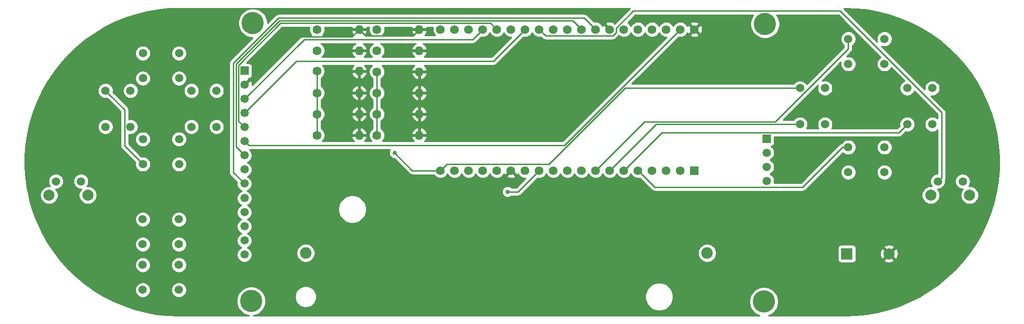
<source format=gbl>
G04 #@! TF.GenerationSoftware,KiCad,Pcbnew,5.1.5+dfsg1-2build2*
G04 #@! TF.CreationDate,2022-03-26T13:12:08+01:00*
G04 #@! TF.ProjectId,spelkonsoll,7370656c-6b6f-46e7-936f-6c6c2e6b6963,rev?*
G04 #@! TF.SameCoordinates,Original*
G04 #@! TF.FileFunction,Copper,L2,Bot*
G04 #@! TF.FilePolarity,Positive*
%FSLAX46Y46*%
G04 Gerber Fmt 4.6, Leading zero omitted, Abs format (unit mm)*
G04 Created by KiCad (PCBNEW 5.1.5+dfsg1-2build2) date 2022-03-26 13:12:08*
%MOMM*%
%LPD*%
G04 APERTURE LIST*
%ADD10C,1.507998*%
%ADD11C,1.560000*%
%ADD12R,1.560000X1.560000*%
%ADD13R,2.000000X2.000000*%
%ADD14C,2.000000*%
%ADD15R,1.500000X1.500000*%
%ADD16C,1.500000*%
%ADD17C,4.000000*%
%ADD18C,2.008124*%
%ADD19C,2.082800*%
%ADD20C,1.600000*%
%ADD21O,1.600000X1.600000*%
%ADD22C,0.762000*%
%ADD23C,0.254000*%
G04 APERTURE END LIST*
D10*
X79781398Y-97921200D03*
X79781398Y-93421199D03*
X86281400Y-93421199D03*
X86281400Y-97921200D03*
D11*
X133350000Y-73660000D03*
X135890000Y-73660000D03*
X138430000Y-73660000D03*
X140970000Y-73660000D03*
X143510000Y-73660000D03*
X146050000Y-73660000D03*
X148590000Y-73660000D03*
X151130000Y-73660000D03*
X153670000Y-73660000D03*
X156210000Y-73660000D03*
X158750000Y-73660000D03*
X161290000Y-73660000D03*
X163830000Y-73660000D03*
X166370000Y-73660000D03*
X168910000Y-73660000D03*
X171450000Y-73660000D03*
X173990000Y-73660000D03*
X176530000Y-73660000D03*
X179070000Y-73660000D03*
X135890000Y-99060000D03*
X138430000Y-99060000D03*
X140970000Y-99060000D03*
X143510000Y-99060000D03*
X146050000Y-99060000D03*
X148590000Y-99060000D03*
X151130000Y-99060000D03*
X153670000Y-99060000D03*
X156210000Y-99060000D03*
X158750000Y-99060000D03*
X161290000Y-99060000D03*
X163830000Y-99060000D03*
X166370000Y-99060000D03*
X168910000Y-99060000D03*
X171450000Y-99060000D03*
X173990000Y-99060000D03*
X133350000Y-99060000D03*
X176530000Y-99060000D03*
D12*
X179070000Y-99060000D03*
D13*
X206502000Y-114046000D03*
D14*
X214102000Y-114046000D03*
D15*
X98068000Y-81107000D03*
D16*
X98068000Y-83647000D03*
X98068000Y-86187000D03*
X98068000Y-88727000D03*
X98068000Y-91267000D03*
X98068000Y-93807000D03*
X98068000Y-96347000D03*
X98068000Y-98887000D03*
X98068000Y-101427000D03*
D15*
X192075620Y-93333080D03*
D16*
X192075620Y-95873080D03*
X192075620Y-98413080D03*
X192075620Y-100953080D03*
D17*
X99568000Y-72517000D03*
X191768000Y-72667000D03*
X191568000Y-122667000D03*
X99268000Y-122567000D03*
D16*
X98068000Y-104045000D03*
X98068000Y-106585000D03*
X98068000Y-109125000D03*
X98068000Y-111665000D03*
X98068000Y-114205000D03*
D10*
X217373200Y-90726400D03*
X221873201Y-90726400D03*
X221873201Y-84226398D03*
X217373200Y-84226398D03*
X213258402Y-94869000D03*
X213258402Y-99369001D03*
X206758400Y-99369001D03*
X206758400Y-94869000D03*
X198069200Y-90728800D03*
X202569201Y-90728800D03*
X202569201Y-84228798D03*
X198069200Y-84228798D03*
X213256002Y-75383000D03*
X213256002Y-79883001D03*
X206756000Y-79883001D03*
X206756000Y-75383000D03*
X86281400Y-82452600D03*
X86281400Y-77952599D03*
X79781398Y-77952599D03*
X79781398Y-82452600D03*
X73046200Y-91186000D03*
X77546201Y-91186000D03*
X77546201Y-84685998D03*
X73046200Y-84685998D03*
X88519000Y-84685998D03*
X93019001Y-84685998D03*
X93019001Y-91186000D03*
X88519000Y-91186000D03*
X86256000Y-112348400D03*
X86256000Y-107848399D03*
X79755998Y-107848399D03*
X79755998Y-112348400D03*
X79755998Y-120548400D03*
X79755998Y-116048399D03*
X86256000Y-116048399D03*
X86256000Y-120548400D03*
D18*
X69885000Y-103505000D03*
X62885001Y-103505000D03*
D10*
X68635001Y-101005000D03*
X64135000Y-101005000D03*
X222850000Y-101005000D03*
X227350001Y-101005000D03*
D18*
X221600001Y-103505000D03*
X228600000Y-103505000D03*
D19*
X181356000Y-113919000D03*
X109093000Y-113919000D03*
D20*
X111125000Y-92710000D03*
D21*
X118745000Y-92710000D03*
X118745000Y-88900000D03*
D20*
X111125000Y-88900000D03*
X111125000Y-85090000D03*
D21*
X118745000Y-85090000D03*
X118745000Y-81179999D03*
D20*
X111125000Y-81179999D03*
X111125000Y-77470000D03*
D21*
X118745000Y-77470000D03*
X118745000Y-73660000D03*
D20*
X111125000Y-73660000D03*
D21*
X129540000Y-92710000D03*
D20*
X121920000Y-92710000D03*
X121920000Y-88900000D03*
D21*
X129540000Y-88900000D03*
D20*
X121920000Y-85090000D03*
D21*
X129540000Y-85090000D03*
X129540000Y-81280000D03*
D20*
X121920000Y-81280000D03*
X121920000Y-77470000D03*
D21*
X129540000Y-77470000D03*
X129540000Y-73660000D03*
D20*
X121920000Y-73660000D03*
D22*
X125095000Y-95885000D03*
X145415000Y-102870000D03*
D23*
X227143000Y-101005000D02*
X227350001Y-101005000D01*
X134129999Y-98280001D02*
X133350000Y-99060000D01*
X134457001Y-97952999D02*
X134129999Y-98280001D01*
X152879067Y-97952999D02*
X134457001Y-97952999D01*
X166603268Y-84228798D02*
X152879067Y-97952999D01*
X198069200Y-84228798D02*
X166603268Y-84228798D01*
X121920000Y-92710000D02*
X121920000Y-88900000D01*
X121920000Y-88900000D02*
X121920000Y-85090000D01*
X121920000Y-85090000D02*
X121920000Y-81280000D01*
X111125000Y-92710000D02*
X111125000Y-88900000D01*
X111125000Y-88900000D02*
X111125000Y-85090000D01*
X111125000Y-85090000D02*
X111125000Y-81179999D01*
X73800198Y-85439996D02*
X73046200Y-84685998D01*
X76465201Y-88104999D02*
X73800198Y-85439996D01*
X76465201Y-94605003D02*
X76465201Y-88104999D01*
X79781398Y-97921200D02*
X76465201Y-94605003D01*
X128270000Y-99060000D02*
X133350000Y-99060000D01*
X125095000Y-95885000D02*
X128270000Y-99060000D01*
X129540000Y-92710000D02*
X129540000Y-88900000D01*
X129540000Y-88900000D02*
X129540000Y-85090000D01*
X129540000Y-83958630D02*
X129540000Y-81280000D01*
X129540000Y-85090000D02*
X129540000Y-83958630D01*
X118745000Y-81179999D02*
X118745000Y-85090000D01*
X118745000Y-85090000D02*
X118745000Y-88900000D01*
X119544999Y-74459999D02*
X118745000Y-73660000D01*
X119872001Y-74787001D02*
X119544999Y-74459999D01*
X128412999Y-74787001D02*
X119872001Y-74787001D01*
X129540000Y-73660000D02*
X128412999Y-74787001D01*
X118745000Y-92710000D02*
X118745000Y-88900000D01*
X98817999Y-82897001D02*
X98068000Y-83647000D01*
X106731010Y-74983990D02*
X98817999Y-82897001D01*
X117421010Y-74983990D02*
X106731010Y-74983990D01*
X118745000Y-73660000D02*
X117421010Y-74983990D01*
X98068000Y-86187000D02*
X108817000Y-75438000D01*
X139192000Y-75438000D02*
X140970000Y-73660000D01*
X108817000Y-75438000D02*
X139192000Y-75438000D01*
X142402999Y-72552999D02*
X143510000Y-73660000D01*
X104553399Y-72532999D02*
X142382999Y-72532999D01*
X96990999Y-90189999D02*
X96990999Y-80095399D01*
X142382999Y-72532999D02*
X142402999Y-72552999D01*
X96990999Y-80095399D02*
X104553399Y-72532999D01*
X98068000Y-91267000D02*
X96990999Y-90189999D01*
X98068000Y-88727000D02*
X107420000Y-79375000D01*
X142875000Y-79375000D02*
X148590000Y-73660000D01*
X107420000Y-79375000D02*
X142875000Y-79375000D01*
X157970001Y-72880001D02*
X158750000Y-73660000D01*
X104365342Y-72078989D02*
X157168989Y-72078989D01*
X96536989Y-79907342D02*
X104365342Y-72078989D01*
X96536989Y-94815989D02*
X96536989Y-79907342D01*
X157168989Y-72078989D02*
X157970001Y-72880001D01*
X98068000Y-96347000D02*
X96536989Y-94815989D01*
X160510001Y-72880001D02*
X161290000Y-73660000D01*
X159254979Y-71624979D02*
X160510001Y-72880001D01*
X104177296Y-71624979D02*
X159254979Y-71624979D01*
X96082979Y-79719296D02*
X104177296Y-71624979D01*
X96082979Y-99441979D02*
X96082979Y-79719296D01*
X98068000Y-101427000D02*
X96082979Y-99441979D01*
X175750001Y-74439999D02*
X176530000Y-73660000D01*
X98817999Y-94556999D02*
X155633001Y-94556999D01*
X155633001Y-94556999D02*
X175750001Y-74439999D01*
X98068000Y-93807000D02*
X98817999Y-94556999D01*
X167149999Y-98280001D02*
X166370000Y-99060000D01*
X173173921Y-92256079D02*
X167149999Y-98280001D01*
X215843521Y-92256079D02*
X173173921Y-92256079D01*
X217373200Y-90726400D02*
X215843521Y-92256079D01*
X169689999Y-99839999D02*
X168910000Y-99060000D01*
X171880081Y-102030081D02*
X169689999Y-99839999D01*
X198531004Y-102030081D02*
X171880081Y-102030081D01*
X205692085Y-94869000D02*
X198531004Y-102030081D01*
X206758400Y-94869000D02*
X205692085Y-94869000D01*
X172161200Y-90728800D02*
X163830000Y-99060000D01*
X194233800Y-90728800D02*
X198069200Y-90728800D01*
X172161200Y-90728800D02*
X194233800Y-90728800D01*
X170075210Y-90274790D02*
X162069999Y-98280001D01*
X193623089Y-90274790D02*
X170075210Y-90274790D01*
X162069999Y-98280001D02*
X161290000Y-99060000D01*
X206756000Y-77141879D02*
X193623089Y-90274790D01*
X206756000Y-75383000D02*
X206756000Y-77141879D01*
X151130000Y-99622000D02*
X151130000Y-99060000D01*
X147320000Y-102870000D02*
X151130000Y-99060000D01*
X145415000Y-102870000D02*
X147320000Y-102870000D01*
X151909999Y-74439999D02*
X151130000Y-73660000D01*
X152237001Y-74767001D02*
X151909999Y-74439999D01*
X164361361Y-74767001D02*
X152237001Y-74767001D01*
X164937001Y-74191361D02*
X164361361Y-74767001D01*
X164937001Y-73454637D02*
X164937001Y-74191361D01*
X168051639Y-70339999D02*
X164937001Y-73454637D01*
X205312881Y-70339999D02*
X168051639Y-70339999D01*
X223603998Y-88631116D02*
X205312881Y-70339999D01*
X223603998Y-100251002D02*
X223603998Y-88631116D01*
X222850000Y-101005000D02*
X223603998Y-100251002D01*
G36*
X96243737Y-69875000D02*
G01*
X167439007Y-69875000D01*
X164746967Y-72567041D01*
X164745159Y-72565233D01*
X164628815Y-72681577D01*
X164559655Y-72439651D01*
X164307557Y-72320752D01*
X164037106Y-72253319D01*
X163758697Y-72239943D01*
X163483028Y-72281140D01*
X163220692Y-72375325D01*
X163100345Y-72439651D01*
X163031184Y-72681579D01*
X163830000Y-73480395D01*
X163844143Y-73466253D01*
X164023748Y-73645858D01*
X164009605Y-73660000D01*
X164023748Y-73674143D01*
X163844143Y-73853748D01*
X163830000Y-73839605D01*
X163815858Y-73853748D01*
X163636253Y-73674143D01*
X163650395Y-73660000D01*
X162851579Y-72861184D01*
X162609651Y-72930345D01*
X162561575Y-73032279D01*
X162543957Y-72989746D01*
X162389103Y-72757990D01*
X162192010Y-72560897D01*
X161960254Y-72406043D01*
X161702740Y-72299377D01*
X161429365Y-72245000D01*
X161150635Y-72245000D01*
X160985482Y-72277851D01*
X159820263Y-71112633D01*
X159796401Y-71083557D01*
X159680371Y-70988334D01*
X159547994Y-70917577D01*
X159404357Y-70874005D01*
X159292405Y-70862979D01*
X159292402Y-70862979D01*
X159254979Y-70859293D01*
X159217556Y-70862979D01*
X104214719Y-70862979D01*
X104177296Y-70859293D01*
X104139873Y-70862979D01*
X104139870Y-70862979D01*
X104027918Y-70874005D01*
X103884281Y-70917577D01*
X103826578Y-70948420D01*
X103751903Y-70988334D01*
X103675697Y-71050875D01*
X103635874Y-71083557D01*
X103612017Y-71112627D01*
X102203000Y-72521644D01*
X102203000Y-72257475D01*
X102101739Y-71748399D01*
X101903107Y-71268859D01*
X101614738Y-70837285D01*
X101247715Y-70470262D01*
X100816141Y-70181893D01*
X100336601Y-69983261D01*
X99827525Y-69882000D01*
X99308475Y-69882000D01*
X98799399Y-69983261D01*
X98319859Y-70181893D01*
X97888285Y-70470262D01*
X97521262Y-70837285D01*
X97232893Y-71268859D01*
X97034261Y-71748399D01*
X96933000Y-72257475D01*
X96933000Y-72776525D01*
X97034261Y-73285601D01*
X97232893Y-73765141D01*
X97521262Y-74196715D01*
X97888285Y-74563738D01*
X98319859Y-74852107D01*
X98799399Y-75050739D01*
X99308475Y-75152000D01*
X99572645Y-75152000D01*
X95570628Y-79154017D01*
X95541558Y-79177874D01*
X95517701Y-79206944D01*
X95517700Y-79206945D01*
X95446334Y-79293904D01*
X95375578Y-79426281D01*
X95332006Y-79569918D01*
X95317293Y-79719296D01*
X95320980Y-79756729D01*
X95320979Y-99404556D01*
X95317293Y-99441979D01*
X95320979Y-99479402D01*
X95320979Y-99479404D01*
X95332005Y-99591356D01*
X95375577Y-99734993D01*
X95408514Y-99796614D01*
X95446334Y-99867371D01*
X95475473Y-99902877D01*
X95541557Y-99983401D01*
X95570633Y-100007263D01*
X96711364Y-101147994D01*
X96683000Y-101290589D01*
X96683000Y-101563411D01*
X96736225Y-101830989D01*
X96840629Y-102083043D01*
X96992201Y-102309886D01*
X97185114Y-102502799D01*
X97411957Y-102654371D01*
X97609027Y-102736000D01*
X97411957Y-102817629D01*
X97185114Y-102969201D01*
X96992201Y-103162114D01*
X96840629Y-103388957D01*
X96736225Y-103641011D01*
X96683000Y-103908589D01*
X96683000Y-104181411D01*
X96736225Y-104448989D01*
X96840629Y-104701043D01*
X96992201Y-104927886D01*
X97185114Y-105120799D01*
X97411957Y-105272371D01*
X97514873Y-105315000D01*
X97411957Y-105357629D01*
X97185114Y-105509201D01*
X96992201Y-105702114D01*
X96840629Y-105928957D01*
X96736225Y-106181011D01*
X96683000Y-106448589D01*
X96683000Y-106721411D01*
X96736225Y-106988989D01*
X96840629Y-107241043D01*
X96992201Y-107467886D01*
X97185114Y-107660799D01*
X97411957Y-107812371D01*
X97514873Y-107855000D01*
X97411957Y-107897629D01*
X97185114Y-108049201D01*
X96992201Y-108242114D01*
X96840629Y-108468957D01*
X96736225Y-108721011D01*
X96683000Y-108988589D01*
X96683000Y-109261411D01*
X96736225Y-109528989D01*
X96840629Y-109781043D01*
X96992201Y-110007886D01*
X97185114Y-110200799D01*
X97411957Y-110352371D01*
X97514873Y-110395000D01*
X97411957Y-110437629D01*
X97185114Y-110589201D01*
X96992201Y-110782114D01*
X96840629Y-111008957D01*
X96736225Y-111261011D01*
X96683000Y-111528589D01*
X96683000Y-111801411D01*
X96736225Y-112068989D01*
X96840629Y-112321043D01*
X96992201Y-112547886D01*
X97185114Y-112740799D01*
X97411957Y-112892371D01*
X97514873Y-112935000D01*
X97411957Y-112977629D01*
X97185114Y-113129201D01*
X96992201Y-113322114D01*
X96840629Y-113548957D01*
X96736225Y-113801011D01*
X96683000Y-114068589D01*
X96683000Y-114341411D01*
X96736225Y-114608989D01*
X96840629Y-114861043D01*
X96992201Y-115087886D01*
X97185114Y-115280799D01*
X97411957Y-115432371D01*
X97664011Y-115536775D01*
X97931589Y-115590000D01*
X98204411Y-115590000D01*
X98471989Y-115536775D01*
X98724043Y-115432371D01*
X98950886Y-115280799D01*
X99143799Y-115087886D01*
X99295371Y-114861043D01*
X99399775Y-114608989D01*
X99453000Y-114341411D01*
X99453000Y-114068589D01*
X99399775Y-113801011D01*
X99380257Y-113753889D01*
X107416600Y-113753889D01*
X107416600Y-114084111D01*
X107481023Y-114407988D01*
X107607394Y-114713073D01*
X107790855Y-114987642D01*
X108024358Y-115221145D01*
X108298927Y-115404606D01*
X108604012Y-115530977D01*
X108927889Y-115595400D01*
X109258111Y-115595400D01*
X109581988Y-115530977D01*
X109887073Y-115404606D01*
X110161642Y-115221145D01*
X110395145Y-114987642D01*
X110578606Y-114713073D01*
X110704977Y-114407988D01*
X110769400Y-114084111D01*
X110769400Y-113753889D01*
X179679600Y-113753889D01*
X179679600Y-114084111D01*
X179744023Y-114407988D01*
X179870394Y-114713073D01*
X180053855Y-114987642D01*
X180287358Y-115221145D01*
X180561927Y-115404606D01*
X180867012Y-115530977D01*
X181190889Y-115595400D01*
X181521111Y-115595400D01*
X181844988Y-115530977D01*
X182150073Y-115404606D01*
X182424642Y-115221145D01*
X182658145Y-114987642D01*
X182841606Y-114713073D01*
X182967977Y-114407988D01*
X183032400Y-114084111D01*
X183032400Y-113753889D01*
X182967977Y-113430012D01*
X182841606Y-113124927D01*
X182788869Y-113046000D01*
X204863928Y-113046000D01*
X204863928Y-115046000D01*
X204876188Y-115170482D01*
X204912498Y-115290180D01*
X204971463Y-115400494D01*
X205050815Y-115497185D01*
X205147506Y-115576537D01*
X205257820Y-115635502D01*
X205377518Y-115671812D01*
X205502000Y-115684072D01*
X207502000Y-115684072D01*
X207626482Y-115671812D01*
X207746180Y-115635502D01*
X207856494Y-115576537D01*
X207953185Y-115497185D01*
X208032537Y-115400494D01*
X208091502Y-115290180D01*
X208124496Y-115181413D01*
X213146192Y-115181413D01*
X213241956Y-115445814D01*
X213531571Y-115586704D01*
X213843108Y-115668384D01*
X214164595Y-115687718D01*
X214483675Y-115643961D01*
X214788088Y-115538795D01*
X214962044Y-115445814D01*
X215057808Y-115181413D01*
X214102000Y-114225605D01*
X213146192Y-115181413D01*
X208124496Y-115181413D01*
X208127812Y-115170482D01*
X208140072Y-115046000D01*
X208140072Y-114108595D01*
X212460282Y-114108595D01*
X212504039Y-114427675D01*
X212609205Y-114732088D01*
X212702186Y-114906044D01*
X212966587Y-115001808D01*
X213922395Y-114046000D01*
X214281605Y-114046000D01*
X215237413Y-115001808D01*
X215501814Y-114906044D01*
X215642704Y-114616429D01*
X215724384Y-114304892D01*
X215743718Y-113983405D01*
X215699961Y-113664325D01*
X215594795Y-113359912D01*
X215501814Y-113185956D01*
X215237413Y-113090192D01*
X214281605Y-114046000D01*
X213922395Y-114046000D01*
X212966587Y-113090192D01*
X212702186Y-113185956D01*
X212561296Y-113475571D01*
X212479616Y-113787108D01*
X212460282Y-114108595D01*
X208140072Y-114108595D01*
X208140072Y-113046000D01*
X208127812Y-112921518D01*
X208124497Y-112910587D01*
X213146192Y-112910587D01*
X214102000Y-113866395D01*
X215057808Y-112910587D01*
X214962044Y-112646186D01*
X214672429Y-112505296D01*
X214360892Y-112423616D01*
X214039405Y-112404282D01*
X213720325Y-112448039D01*
X213415912Y-112553205D01*
X213241956Y-112646186D01*
X213146192Y-112910587D01*
X208124497Y-112910587D01*
X208091502Y-112801820D01*
X208032537Y-112691506D01*
X207953185Y-112594815D01*
X207856494Y-112515463D01*
X207746180Y-112456498D01*
X207626482Y-112420188D01*
X207502000Y-112407928D01*
X205502000Y-112407928D01*
X205377518Y-112420188D01*
X205257820Y-112456498D01*
X205147506Y-112515463D01*
X205050815Y-112594815D01*
X204971463Y-112691506D01*
X204912498Y-112801820D01*
X204876188Y-112921518D01*
X204863928Y-113046000D01*
X182788869Y-113046000D01*
X182658145Y-112850358D01*
X182424642Y-112616855D01*
X182150073Y-112433394D01*
X181844988Y-112307023D01*
X181521111Y-112242600D01*
X181190889Y-112242600D01*
X180867012Y-112307023D01*
X180561927Y-112433394D01*
X180287358Y-112616855D01*
X180053855Y-112850358D01*
X179870394Y-113124927D01*
X179744023Y-113430012D01*
X179679600Y-113753889D01*
X110769400Y-113753889D01*
X110704977Y-113430012D01*
X110578606Y-113124927D01*
X110395145Y-112850358D01*
X110161642Y-112616855D01*
X109887073Y-112433394D01*
X109581988Y-112307023D01*
X109258111Y-112242600D01*
X108927889Y-112242600D01*
X108604012Y-112307023D01*
X108298927Y-112433394D01*
X108024358Y-112616855D01*
X107790855Y-112850358D01*
X107607394Y-113124927D01*
X107481023Y-113430012D01*
X107416600Y-113753889D01*
X99380257Y-113753889D01*
X99295371Y-113548957D01*
X99143799Y-113322114D01*
X98950886Y-113129201D01*
X98724043Y-112977629D01*
X98621127Y-112935000D01*
X98724043Y-112892371D01*
X98950886Y-112740799D01*
X99143799Y-112547886D01*
X99295371Y-112321043D01*
X99399775Y-112068989D01*
X99453000Y-111801411D01*
X99453000Y-111528589D01*
X99399775Y-111261011D01*
X99295371Y-111008957D01*
X99143799Y-110782114D01*
X98950886Y-110589201D01*
X98724043Y-110437629D01*
X98621127Y-110395000D01*
X98724043Y-110352371D01*
X98950886Y-110200799D01*
X99143799Y-110007886D01*
X99295371Y-109781043D01*
X99399775Y-109528989D01*
X99453000Y-109261411D01*
X99453000Y-108988589D01*
X99399775Y-108721011D01*
X99295371Y-108468957D01*
X99143799Y-108242114D01*
X98950886Y-108049201D01*
X98724043Y-107897629D01*
X98621127Y-107855000D01*
X98724043Y-107812371D01*
X98950886Y-107660799D01*
X99143799Y-107467886D01*
X99295371Y-107241043D01*
X99399775Y-106988989D01*
X99453000Y-106721411D01*
X99453000Y-106448589D01*
X99399775Y-106181011D01*
X99295371Y-105928957D01*
X99205752Y-105794832D01*
X114935000Y-105794832D01*
X114935000Y-106295168D01*
X115032611Y-106785891D01*
X115224081Y-107248141D01*
X115502053Y-107664156D01*
X115855844Y-108017947D01*
X116271859Y-108295919D01*
X116734109Y-108487389D01*
X117224832Y-108585000D01*
X117725168Y-108585000D01*
X118215891Y-108487389D01*
X118678141Y-108295919D01*
X119094156Y-108017947D01*
X119447947Y-107664156D01*
X119725919Y-107248141D01*
X119917389Y-106785891D01*
X120015000Y-106295168D01*
X120015000Y-105794832D01*
X119917389Y-105304109D01*
X119725919Y-104841859D01*
X119447947Y-104425844D01*
X119094156Y-104072053D01*
X118678141Y-103794081D01*
X118215891Y-103602611D01*
X117725168Y-103505000D01*
X117224832Y-103505000D01*
X116734109Y-103602611D01*
X116271859Y-103794081D01*
X115855844Y-104072053D01*
X115502053Y-104425844D01*
X115224081Y-104841859D01*
X115032611Y-105304109D01*
X114935000Y-105794832D01*
X99205752Y-105794832D01*
X99143799Y-105702114D01*
X98950886Y-105509201D01*
X98724043Y-105357629D01*
X98621127Y-105315000D01*
X98724043Y-105272371D01*
X98950886Y-105120799D01*
X99143799Y-104927886D01*
X99295371Y-104701043D01*
X99399775Y-104448989D01*
X99453000Y-104181411D01*
X99453000Y-103908589D01*
X99399775Y-103641011D01*
X99295371Y-103388957D01*
X99143799Y-103162114D01*
X98950886Y-102969201D01*
X98724043Y-102817629D01*
X98526973Y-102736000D01*
X98724043Y-102654371D01*
X98950886Y-102502799D01*
X99143799Y-102309886D01*
X99295371Y-102083043D01*
X99399775Y-101830989D01*
X99453000Y-101563411D01*
X99453000Y-101290589D01*
X99399775Y-101023011D01*
X99295371Y-100770957D01*
X99143799Y-100544114D01*
X98950886Y-100351201D01*
X98724043Y-100199629D01*
X98621127Y-100157000D01*
X98724043Y-100114371D01*
X98950886Y-99962799D01*
X99143799Y-99769886D01*
X99295371Y-99543043D01*
X99399775Y-99290989D01*
X99453000Y-99023411D01*
X99453000Y-98750589D01*
X99399775Y-98483011D01*
X99295371Y-98230957D01*
X99143799Y-98004114D01*
X98950886Y-97811201D01*
X98724043Y-97659629D01*
X98621127Y-97617000D01*
X98724043Y-97574371D01*
X98950886Y-97422799D01*
X99143799Y-97229886D01*
X99295371Y-97003043D01*
X99399775Y-96750989D01*
X99453000Y-96483411D01*
X99453000Y-96210589D01*
X99399775Y-95943011D01*
X99295371Y-95690957D01*
X99143799Y-95464114D01*
X98998684Y-95318999D01*
X124251257Y-95318999D01*
X124194632Y-95403744D01*
X124118044Y-95588644D01*
X124079000Y-95784933D01*
X124079000Y-95985067D01*
X124118044Y-96181356D01*
X124194632Y-96366256D01*
X124305821Y-96532662D01*
X124447338Y-96674179D01*
X124613744Y-96785368D01*
X124798644Y-96861956D01*
X124994933Y-96901000D01*
X125033370Y-96901000D01*
X127704720Y-99572351D01*
X127728578Y-99601422D01*
X127844608Y-99696645D01*
X127976985Y-99767402D01*
X128120622Y-99810974D01*
X128232574Y-99822000D01*
X128232576Y-99822000D01*
X128269999Y-99825686D01*
X128307422Y-99822000D01*
X132157346Y-99822000D01*
X132250897Y-99962010D01*
X132447990Y-100159103D01*
X132679746Y-100313957D01*
X132937260Y-100420623D01*
X133210635Y-100475000D01*
X133489365Y-100475000D01*
X133762740Y-100420623D01*
X134020254Y-100313957D01*
X134252010Y-100159103D01*
X134449103Y-99962010D01*
X134603957Y-99730254D01*
X134620000Y-99691523D01*
X134636043Y-99730254D01*
X134790897Y-99962010D01*
X134987990Y-100159103D01*
X135219746Y-100313957D01*
X135477260Y-100420623D01*
X135750635Y-100475000D01*
X136029365Y-100475000D01*
X136302740Y-100420623D01*
X136560254Y-100313957D01*
X136792010Y-100159103D01*
X136989103Y-99962010D01*
X137143957Y-99730254D01*
X137160000Y-99691523D01*
X137176043Y-99730254D01*
X137330897Y-99962010D01*
X137527990Y-100159103D01*
X137759746Y-100313957D01*
X138017260Y-100420623D01*
X138290635Y-100475000D01*
X138569365Y-100475000D01*
X138842740Y-100420623D01*
X139100254Y-100313957D01*
X139332010Y-100159103D01*
X139529103Y-99962010D01*
X139683957Y-99730254D01*
X139700000Y-99691523D01*
X139716043Y-99730254D01*
X139870897Y-99962010D01*
X140067990Y-100159103D01*
X140299746Y-100313957D01*
X140557260Y-100420623D01*
X140830635Y-100475000D01*
X141109365Y-100475000D01*
X141382740Y-100420623D01*
X141640254Y-100313957D01*
X141872010Y-100159103D01*
X142069103Y-99962010D01*
X142223957Y-99730254D01*
X142240000Y-99691523D01*
X142256043Y-99730254D01*
X142410897Y-99962010D01*
X142607990Y-100159103D01*
X142839746Y-100313957D01*
X143097260Y-100420623D01*
X143370635Y-100475000D01*
X143649365Y-100475000D01*
X143922740Y-100420623D01*
X144180254Y-100313957D01*
X144412010Y-100159103D01*
X144532692Y-100038421D01*
X145251184Y-100038421D01*
X145320345Y-100280349D01*
X145572443Y-100399248D01*
X145842894Y-100466681D01*
X146121303Y-100480057D01*
X146396972Y-100438860D01*
X146659308Y-100344675D01*
X146779655Y-100280349D01*
X146848816Y-100038421D01*
X146050000Y-99239605D01*
X145251184Y-100038421D01*
X144532692Y-100038421D01*
X144609103Y-99962010D01*
X144763957Y-99730254D01*
X144778777Y-99694475D01*
X144829651Y-99789655D01*
X145071579Y-99858816D01*
X145870395Y-99060000D01*
X145856253Y-99045858D01*
X146035858Y-98866253D01*
X146050000Y-98880395D01*
X146064143Y-98866253D01*
X146243748Y-99045858D01*
X146229605Y-99060000D01*
X147028421Y-99858816D01*
X147270349Y-99789655D01*
X147318425Y-99687721D01*
X147336043Y-99730254D01*
X147490897Y-99962010D01*
X147687990Y-100159103D01*
X147919746Y-100313957D01*
X148177260Y-100420623D01*
X148450635Y-100475000D01*
X148637370Y-100475000D01*
X147004370Y-102108000D01*
X146089841Y-102108000D01*
X146062662Y-102080821D01*
X145896256Y-101969632D01*
X145711356Y-101893044D01*
X145515067Y-101854000D01*
X145314933Y-101854000D01*
X145118644Y-101893044D01*
X144933744Y-101969632D01*
X144767338Y-102080821D01*
X144625821Y-102222338D01*
X144514632Y-102388744D01*
X144438044Y-102573644D01*
X144399000Y-102769933D01*
X144399000Y-102970067D01*
X144438044Y-103166356D01*
X144514632Y-103351256D01*
X144625821Y-103517662D01*
X144767338Y-103659179D01*
X144933744Y-103770368D01*
X145118644Y-103846956D01*
X145314933Y-103886000D01*
X145515067Y-103886000D01*
X145711356Y-103846956D01*
X145896256Y-103770368D01*
X146062662Y-103659179D01*
X146089841Y-103632000D01*
X147282577Y-103632000D01*
X147320000Y-103635686D01*
X147357423Y-103632000D01*
X147357426Y-103632000D01*
X147469378Y-103620974D01*
X147613015Y-103577402D01*
X147745392Y-103506645D01*
X147861422Y-103411422D01*
X147885284Y-103382346D01*
X150825481Y-100442149D01*
X150990635Y-100475000D01*
X151269365Y-100475000D01*
X151542740Y-100420623D01*
X151800254Y-100313957D01*
X152032010Y-100159103D01*
X152229103Y-99962010D01*
X152383957Y-99730254D01*
X152400000Y-99691523D01*
X152416043Y-99730254D01*
X152570897Y-99962010D01*
X152767990Y-100159103D01*
X152999746Y-100313957D01*
X153257260Y-100420623D01*
X153530635Y-100475000D01*
X153809365Y-100475000D01*
X154082740Y-100420623D01*
X154340254Y-100313957D01*
X154572010Y-100159103D01*
X154769103Y-99962010D01*
X154923957Y-99730254D01*
X154940000Y-99691523D01*
X154956043Y-99730254D01*
X155110897Y-99962010D01*
X155307990Y-100159103D01*
X155539746Y-100313957D01*
X155797260Y-100420623D01*
X156070635Y-100475000D01*
X156349365Y-100475000D01*
X156622740Y-100420623D01*
X156880254Y-100313957D01*
X157112010Y-100159103D01*
X157309103Y-99962010D01*
X157463957Y-99730254D01*
X157480000Y-99691523D01*
X157496043Y-99730254D01*
X157650897Y-99962010D01*
X157847990Y-100159103D01*
X158079746Y-100313957D01*
X158337260Y-100420623D01*
X158610635Y-100475000D01*
X158889365Y-100475000D01*
X159162740Y-100420623D01*
X159420254Y-100313957D01*
X159652010Y-100159103D01*
X159849103Y-99962010D01*
X160003957Y-99730254D01*
X160020000Y-99691523D01*
X160036043Y-99730254D01*
X160190897Y-99962010D01*
X160387990Y-100159103D01*
X160619746Y-100313957D01*
X160877260Y-100420623D01*
X161150635Y-100475000D01*
X161429365Y-100475000D01*
X161702740Y-100420623D01*
X161960254Y-100313957D01*
X162192010Y-100159103D01*
X162389103Y-99962010D01*
X162543957Y-99730254D01*
X162560000Y-99691523D01*
X162576043Y-99730254D01*
X162730897Y-99962010D01*
X162927990Y-100159103D01*
X163159746Y-100313957D01*
X163417260Y-100420623D01*
X163690635Y-100475000D01*
X163969365Y-100475000D01*
X164242740Y-100420623D01*
X164500254Y-100313957D01*
X164732010Y-100159103D01*
X164929103Y-99962010D01*
X165083957Y-99730254D01*
X165100000Y-99691523D01*
X165116043Y-99730254D01*
X165270897Y-99962010D01*
X165467990Y-100159103D01*
X165699746Y-100313957D01*
X165957260Y-100420623D01*
X166230635Y-100475000D01*
X166509365Y-100475000D01*
X166782740Y-100420623D01*
X167040254Y-100313957D01*
X167272010Y-100159103D01*
X167469103Y-99962010D01*
X167623957Y-99730254D01*
X167640000Y-99691523D01*
X167656043Y-99730254D01*
X167810897Y-99962010D01*
X168007990Y-100159103D01*
X168239746Y-100313957D01*
X168497260Y-100420623D01*
X168770635Y-100475000D01*
X169049365Y-100475000D01*
X169214519Y-100442149D01*
X171314797Y-102542427D01*
X171338659Y-102571503D01*
X171412300Y-102631938D01*
X171454688Y-102666726D01*
X171494538Y-102688026D01*
X171587066Y-102737483D01*
X171730703Y-102781055D01*
X171842655Y-102792081D01*
X171842658Y-102792081D01*
X171880081Y-102795767D01*
X171917504Y-102792081D01*
X198493581Y-102792081D01*
X198531004Y-102795767D01*
X198568427Y-102792081D01*
X198568430Y-102792081D01*
X198680382Y-102781055D01*
X198824019Y-102737483D01*
X198956396Y-102666726D01*
X199072426Y-102571503D01*
X199096288Y-102542427D01*
X202406518Y-99232197D01*
X205369401Y-99232197D01*
X205369401Y-99505805D01*
X205422779Y-99774157D01*
X205527485Y-100026939D01*
X205679494Y-100254436D01*
X205872965Y-100447907D01*
X206100462Y-100599916D01*
X206353244Y-100704622D01*
X206621596Y-100758000D01*
X206895204Y-100758000D01*
X207163556Y-100704622D01*
X207416338Y-100599916D01*
X207643835Y-100447907D01*
X207837306Y-100254436D01*
X207989315Y-100026939D01*
X208094021Y-99774157D01*
X208147399Y-99505805D01*
X208147399Y-99232197D01*
X211869403Y-99232197D01*
X211869403Y-99505805D01*
X211922781Y-99774157D01*
X212027487Y-100026939D01*
X212179496Y-100254436D01*
X212372967Y-100447907D01*
X212600464Y-100599916D01*
X212853246Y-100704622D01*
X213121598Y-100758000D01*
X213395206Y-100758000D01*
X213663558Y-100704622D01*
X213916340Y-100599916D01*
X214143837Y-100447907D01*
X214337308Y-100254436D01*
X214489317Y-100026939D01*
X214594023Y-99774157D01*
X214647401Y-99505805D01*
X214647401Y-99232197D01*
X214594023Y-98963845D01*
X214489317Y-98711063D01*
X214337308Y-98483566D01*
X214143837Y-98290095D01*
X213916340Y-98138086D01*
X213663558Y-98033380D01*
X213395206Y-97980002D01*
X213121598Y-97980002D01*
X212853246Y-98033380D01*
X212600464Y-98138086D01*
X212372967Y-98290095D01*
X212179496Y-98483566D01*
X212027487Y-98711063D01*
X211922781Y-98963845D01*
X211869403Y-99232197D01*
X208147399Y-99232197D01*
X208094021Y-98963845D01*
X207989315Y-98711063D01*
X207837306Y-98483566D01*
X207643835Y-98290095D01*
X207416338Y-98138086D01*
X207163556Y-98033380D01*
X206895204Y-97980002D01*
X206621596Y-97980002D01*
X206353244Y-98033380D01*
X206100462Y-98138086D01*
X205872965Y-98290095D01*
X205679494Y-98483566D01*
X205527485Y-98711063D01*
X205422779Y-98963845D01*
X205369401Y-99232197D01*
X202406518Y-99232197D01*
X205781887Y-95856828D01*
X205872965Y-95947906D01*
X206100462Y-96099915D01*
X206353244Y-96204621D01*
X206621596Y-96257999D01*
X206895204Y-96257999D01*
X207163556Y-96204621D01*
X207416338Y-96099915D01*
X207643835Y-95947906D01*
X207837306Y-95754435D01*
X207989315Y-95526938D01*
X208094021Y-95274156D01*
X208147399Y-95005804D01*
X208147399Y-94732196D01*
X211869403Y-94732196D01*
X211869403Y-95005804D01*
X211922781Y-95274156D01*
X212027487Y-95526938D01*
X212179496Y-95754435D01*
X212372967Y-95947906D01*
X212600464Y-96099915D01*
X212853246Y-96204621D01*
X213121598Y-96257999D01*
X213395206Y-96257999D01*
X213663558Y-96204621D01*
X213916340Y-96099915D01*
X214143837Y-95947906D01*
X214337308Y-95754435D01*
X214489317Y-95526938D01*
X214594023Y-95274156D01*
X214647401Y-95005804D01*
X214647401Y-94732196D01*
X214594023Y-94463844D01*
X214489317Y-94211062D01*
X214337308Y-93983565D01*
X214143837Y-93790094D01*
X213916340Y-93638085D01*
X213663558Y-93533379D01*
X213395206Y-93480001D01*
X213121598Y-93480001D01*
X212853246Y-93533379D01*
X212600464Y-93638085D01*
X212372967Y-93790094D01*
X212179496Y-93983565D01*
X212027487Y-94211062D01*
X211922781Y-94463844D01*
X211869403Y-94732196D01*
X208147399Y-94732196D01*
X208094021Y-94463844D01*
X207989315Y-94211062D01*
X207837306Y-93983565D01*
X207643835Y-93790094D01*
X207416338Y-93638085D01*
X207163556Y-93533379D01*
X206895204Y-93480001D01*
X206621596Y-93480001D01*
X206353244Y-93533379D01*
X206100462Y-93638085D01*
X205872965Y-93790094D01*
X205679494Y-93983565D01*
X205592957Y-94113077D01*
X205542707Y-94118026D01*
X205399070Y-94161598D01*
X205365870Y-94179344D01*
X205266692Y-94232355D01*
X205193805Y-94292172D01*
X205150663Y-94327578D01*
X205126806Y-94356648D01*
X198215374Y-101268081D01*
X193425096Y-101268081D01*
X193460620Y-101089491D01*
X193460620Y-100816669D01*
X193407395Y-100549091D01*
X193302991Y-100297037D01*
X193151419Y-100070194D01*
X192958506Y-99877281D01*
X192731663Y-99725709D01*
X192628747Y-99683080D01*
X192731663Y-99640451D01*
X192958506Y-99488879D01*
X193151419Y-99295966D01*
X193302991Y-99069123D01*
X193407395Y-98817069D01*
X193460620Y-98549491D01*
X193460620Y-98276669D01*
X193407395Y-98009091D01*
X193302991Y-97757037D01*
X193151419Y-97530194D01*
X192958506Y-97337281D01*
X192731663Y-97185709D01*
X192628747Y-97143080D01*
X192731663Y-97100451D01*
X192958506Y-96948879D01*
X193151419Y-96755966D01*
X193302991Y-96529123D01*
X193407395Y-96277069D01*
X193460620Y-96009491D01*
X193460620Y-95736669D01*
X193407395Y-95469091D01*
X193302991Y-95217037D01*
X193151419Y-94990194D01*
X192958506Y-94797281D01*
X192842137Y-94719525D01*
X192950102Y-94708892D01*
X193069800Y-94672582D01*
X193180114Y-94613617D01*
X193276805Y-94534265D01*
X193356157Y-94437574D01*
X193415122Y-94327260D01*
X193451432Y-94207562D01*
X193463692Y-94083080D01*
X193463692Y-93018079D01*
X215806098Y-93018079D01*
X215843521Y-93021765D01*
X215880944Y-93018079D01*
X215880947Y-93018079D01*
X215992899Y-93007053D01*
X216136536Y-92963481D01*
X216268913Y-92892724D01*
X216384943Y-92797501D01*
X216408805Y-92768425D01*
X217090793Y-92086437D01*
X217236396Y-92115399D01*
X217510004Y-92115399D01*
X217778356Y-92062021D01*
X218031138Y-91957315D01*
X218258635Y-91805306D01*
X218452106Y-91611835D01*
X218604115Y-91384338D01*
X218708821Y-91131556D01*
X218762199Y-90863204D01*
X218762199Y-90589596D01*
X218708821Y-90321244D01*
X218604115Y-90068462D01*
X218452106Y-89840965D01*
X218258635Y-89647494D01*
X218031138Y-89495485D01*
X217778356Y-89390779D01*
X217510004Y-89337401D01*
X217236396Y-89337401D01*
X216968044Y-89390779D01*
X216715262Y-89495485D01*
X216487765Y-89647494D01*
X216294294Y-89840965D01*
X216142285Y-90068462D01*
X216037579Y-90321244D01*
X215984201Y-90589596D01*
X215984201Y-90863204D01*
X216013163Y-91008807D01*
X215527891Y-91494079D01*
X203728393Y-91494079D01*
X203800116Y-91386738D01*
X203904822Y-91133956D01*
X203958200Y-90865604D01*
X203958200Y-90591996D01*
X203904822Y-90323644D01*
X203800116Y-90070862D01*
X203648107Y-89843365D01*
X203454636Y-89649894D01*
X203227139Y-89497885D01*
X202974357Y-89393179D01*
X202706005Y-89339801D01*
X202432397Y-89339801D01*
X202164045Y-89393179D01*
X201911263Y-89497885D01*
X201683766Y-89649894D01*
X201490295Y-89843365D01*
X201338286Y-90070862D01*
X201233580Y-90323644D01*
X201180202Y-90591996D01*
X201180202Y-90865604D01*
X201233580Y-91133956D01*
X201338286Y-91386738D01*
X201410009Y-91494079D01*
X199228392Y-91494079D01*
X199300115Y-91386738D01*
X199404821Y-91133956D01*
X199458199Y-90865604D01*
X199458199Y-90591996D01*
X199404821Y-90323644D01*
X199300115Y-90070862D01*
X199148106Y-89843365D01*
X198954635Y-89649894D01*
X198727138Y-89497885D01*
X198474356Y-89393179D01*
X198206004Y-89339801D01*
X197932396Y-89339801D01*
X197664044Y-89393179D01*
X197411262Y-89497885D01*
X197183765Y-89649894D01*
X196990294Y-89843365D01*
X196907817Y-89966800D01*
X195008709Y-89966800D01*
X201291360Y-83684150D01*
X201233580Y-83823642D01*
X201180202Y-84091994D01*
X201180202Y-84365602D01*
X201233580Y-84633954D01*
X201338286Y-84886736D01*
X201490295Y-85114233D01*
X201683766Y-85307704D01*
X201911263Y-85459713D01*
X202164045Y-85564419D01*
X202432397Y-85617797D01*
X202706005Y-85617797D01*
X202974357Y-85564419D01*
X203227139Y-85459713D01*
X203454636Y-85307704D01*
X203648107Y-85114233D01*
X203800116Y-84886736D01*
X203904822Y-84633954D01*
X203958200Y-84365602D01*
X203958200Y-84091994D01*
X203904822Y-83823642D01*
X203800116Y-83570860D01*
X203648107Y-83343363D01*
X203454636Y-83149892D01*
X203227139Y-82997883D01*
X202974357Y-82893177D01*
X202706005Y-82839799D01*
X202432397Y-82839799D01*
X202164045Y-82893177D01*
X202024553Y-82950957D01*
X205401189Y-79574321D01*
X205367001Y-79746197D01*
X205367001Y-80019805D01*
X205420379Y-80288157D01*
X205525085Y-80540939D01*
X205677094Y-80768436D01*
X205870565Y-80961907D01*
X206098062Y-81113916D01*
X206350844Y-81218622D01*
X206619196Y-81272000D01*
X206892804Y-81272000D01*
X207161156Y-81218622D01*
X207413938Y-81113916D01*
X207641435Y-80961907D01*
X207834906Y-80768436D01*
X207986915Y-80540939D01*
X208091621Y-80288157D01*
X208144999Y-80019805D01*
X208144999Y-79746197D01*
X208091621Y-79477845D01*
X207986915Y-79225063D01*
X207834906Y-78997566D01*
X207641435Y-78804095D01*
X207413938Y-78652086D01*
X207161156Y-78547380D01*
X206892804Y-78494002D01*
X206619196Y-78494002D01*
X206447320Y-78528190D01*
X207268352Y-77707158D01*
X207297422Y-77683301D01*
X207326531Y-77647832D01*
X207392645Y-77567272D01*
X207463401Y-77434895D01*
X207463402Y-77434894D01*
X207506974Y-77291257D01*
X207518000Y-77179305D01*
X207518000Y-77179302D01*
X207521686Y-77141879D01*
X207518000Y-77104456D01*
X207518000Y-76544383D01*
X207641435Y-76461906D01*
X207834906Y-76268435D01*
X207986915Y-76040938D01*
X208091621Y-75788156D01*
X208144999Y-75519804D01*
X208144999Y-75246196D01*
X208091621Y-74977844D01*
X207986915Y-74725062D01*
X207834906Y-74497565D01*
X207641435Y-74304094D01*
X207413938Y-74152085D01*
X207161156Y-74047379D01*
X206892804Y-73994001D01*
X206619196Y-73994001D01*
X206350844Y-74047379D01*
X206098062Y-74152085D01*
X205870565Y-74304094D01*
X205677094Y-74497565D01*
X205525085Y-74725062D01*
X205420379Y-74977844D01*
X205367001Y-75246196D01*
X205367001Y-75519804D01*
X205420379Y-75788156D01*
X205525085Y-76040938D01*
X205677094Y-76268435D01*
X205870565Y-76461906D01*
X205994001Y-76544383D01*
X205994001Y-76826247D01*
X199279797Y-83540452D01*
X199148106Y-83343363D01*
X198954635Y-83149892D01*
X198727138Y-82997883D01*
X198474356Y-82893177D01*
X198206004Y-82839799D01*
X197932396Y-82839799D01*
X197664044Y-82893177D01*
X197411262Y-82997883D01*
X197183765Y-83149892D01*
X196990294Y-83343363D01*
X196907817Y-83466798D01*
X167800833Y-83466798D01*
X176225482Y-75042149D01*
X176390635Y-75075000D01*
X176669365Y-75075000D01*
X176942740Y-75020623D01*
X177200254Y-74913957D01*
X177432010Y-74759103D01*
X177552692Y-74638421D01*
X178271184Y-74638421D01*
X178340345Y-74880349D01*
X178592443Y-74999248D01*
X178862894Y-75066681D01*
X179141303Y-75080057D01*
X179416972Y-75038860D01*
X179679308Y-74944675D01*
X179799655Y-74880349D01*
X179868816Y-74638421D01*
X179070000Y-73839605D01*
X178271184Y-74638421D01*
X177552692Y-74638421D01*
X177629103Y-74562010D01*
X177783957Y-74330254D01*
X177798777Y-74294475D01*
X177849651Y-74389655D01*
X178091579Y-74458816D01*
X178890395Y-73660000D01*
X179249605Y-73660000D01*
X180048421Y-74458816D01*
X180290349Y-74389655D01*
X180409248Y-74137557D01*
X180476681Y-73867106D01*
X180490057Y-73588697D01*
X180448860Y-73313028D01*
X180354675Y-73050692D01*
X180290349Y-72930345D01*
X180048421Y-72861184D01*
X179249605Y-73660000D01*
X178890395Y-73660000D01*
X178091579Y-72861184D01*
X177849651Y-72930345D01*
X177801575Y-73032279D01*
X177783957Y-72989746D01*
X177629103Y-72757990D01*
X177552692Y-72681579D01*
X178271184Y-72681579D01*
X179070000Y-73480395D01*
X179868816Y-72681579D01*
X179799655Y-72439651D01*
X179547557Y-72320752D01*
X179277106Y-72253319D01*
X178998697Y-72239943D01*
X178723028Y-72281140D01*
X178460692Y-72375325D01*
X178340345Y-72439651D01*
X178271184Y-72681579D01*
X177552692Y-72681579D01*
X177432010Y-72560897D01*
X177200254Y-72406043D01*
X176942740Y-72299377D01*
X176669365Y-72245000D01*
X176390635Y-72245000D01*
X176117260Y-72299377D01*
X175859746Y-72406043D01*
X175627990Y-72560897D01*
X175430897Y-72757990D01*
X175276043Y-72989746D01*
X175260000Y-73028477D01*
X175243957Y-72989746D01*
X175089103Y-72757990D01*
X174892010Y-72560897D01*
X174660254Y-72406043D01*
X174402740Y-72299377D01*
X174129365Y-72245000D01*
X173850635Y-72245000D01*
X173577260Y-72299377D01*
X173319746Y-72406043D01*
X173087990Y-72560897D01*
X172890897Y-72757990D01*
X172736043Y-72989746D01*
X172720000Y-73028477D01*
X172703957Y-72989746D01*
X172549103Y-72757990D01*
X172352010Y-72560897D01*
X172120254Y-72406043D01*
X171862740Y-72299377D01*
X171589365Y-72245000D01*
X171310635Y-72245000D01*
X171037260Y-72299377D01*
X170779746Y-72406043D01*
X170547990Y-72560897D01*
X170350897Y-72757990D01*
X170196043Y-72989746D01*
X170180000Y-73028477D01*
X170163957Y-72989746D01*
X170009103Y-72757990D01*
X169812010Y-72560897D01*
X169580254Y-72406043D01*
X169322740Y-72299377D01*
X169049365Y-72245000D01*
X168770635Y-72245000D01*
X168497260Y-72299377D01*
X168239746Y-72406043D01*
X168007990Y-72560897D01*
X167810897Y-72757990D01*
X167656043Y-72989746D01*
X167640000Y-73028477D01*
X167623957Y-72989746D01*
X167469103Y-72757990D01*
X167272010Y-72560897D01*
X167054024Y-72415244D01*
X168367270Y-71101999D01*
X189644612Y-71101999D01*
X189432893Y-71418859D01*
X189234261Y-71898399D01*
X189133000Y-72407475D01*
X189133000Y-72926525D01*
X189234261Y-73435601D01*
X189432893Y-73915141D01*
X189721262Y-74346715D01*
X190088285Y-74713738D01*
X190519859Y-75002107D01*
X190999399Y-75200739D01*
X191508475Y-75302000D01*
X192027525Y-75302000D01*
X192536601Y-75200739D01*
X193016141Y-75002107D01*
X193447715Y-74713738D01*
X193814738Y-74346715D01*
X194103107Y-73915141D01*
X194301739Y-73435601D01*
X194403000Y-72926525D01*
X194403000Y-72407475D01*
X194301739Y-71898399D01*
X194103107Y-71418859D01*
X193891388Y-71101999D01*
X204997251Y-71101999D01*
X212567656Y-78672404D01*
X212370567Y-78804095D01*
X212177096Y-78997566D01*
X212025087Y-79225063D01*
X211920381Y-79477845D01*
X211867003Y-79746197D01*
X211867003Y-80019805D01*
X211920381Y-80288157D01*
X212025087Y-80540939D01*
X212177096Y-80768436D01*
X212370567Y-80961907D01*
X212598064Y-81113916D01*
X212850846Y-81218622D01*
X213119198Y-81272000D01*
X213392806Y-81272000D01*
X213661158Y-81218622D01*
X213913940Y-81113916D01*
X214141437Y-80961907D01*
X214334908Y-80768436D01*
X214466599Y-80571347D01*
X216839340Y-82944088D01*
X216715262Y-82995483D01*
X216487765Y-83147492D01*
X216294294Y-83340963D01*
X216142285Y-83568460D01*
X216037579Y-83821242D01*
X215984201Y-84089594D01*
X215984201Y-84363202D01*
X216037579Y-84631554D01*
X216142285Y-84884336D01*
X216294294Y-85111833D01*
X216487765Y-85305304D01*
X216715262Y-85457313D01*
X216968044Y-85562019D01*
X217236396Y-85615397D01*
X217510004Y-85615397D01*
X217778356Y-85562019D01*
X218031138Y-85457313D01*
X218258635Y-85305304D01*
X218452106Y-85111833D01*
X218604115Y-84884336D01*
X218655510Y-84760258D01*
X222841999Y-88946747D01*
X222841999Y-89730857D01*
X222758636Y-89647494D01*
X222531139Y-89495485D01*
X222278357Y-89390779D01*
X222010005Y-89337401D01*
X221736397Y-89337401D01*
X221468045Y-89390779D01*
X221215263Y-89495485D01*
X220987766Y-89647494D01*
X220794295Y-89840965D01*
X220642286Y-90068462D01*
X220537580Y-90321244D01*
X220484202Y-90589596D01*
X220484202Y-90863204D01*
X220537580Y-91131556D01*
X220642286Y-91384338D01*
X220794295Y-91611835D01*
X220987766Y-91805306D01*
X221215263Y-91957315D01*
X221468045Y-92062021D01*
X221736397Y-92115399D01*
X222010005Y-92115399D01*
X222278357Y-92062021D01*
X222531139Y-91957315D01*
X222758636Y-91805306D01*
X222841999Y-91721943D01*
X222841998Y-99616001D01*
X222713196Y-99616001D01*
X222444844Y-99669379D01*
X222192062Y-99774085D01*
X221964565Y-99926094D01*
X221771094Y-100119565D01*
X221619085Y-100347062D01*
X221514379Y-100599844D01*
X221461001Y-100868196D01*
X221461001Y-101141804D01*
X221514379Y-101410156D01*
X221619085Y-101662938D01*
X221754726Y-101865938D01*
X221438567Y-101865938D01*
X221121904Y-101928926D01*
X220823614Y-102052482D01*
X220555160Y-102231857D01*
X220326858Y-102460159D01*
X220147483Y-102728613D01*
X220023927Y-103026903D01*
X219960939Y-103343566D01*
X219960939Y-103666434D01*
X220023927Y-103983097D01*
X220147483Y-104281387D01*
X220326858Y-104549841D01*
X220555160Y-104778143D01*
X220823614Y-104957518D01*
X221121904Y-105081074D01*
X221438567Y-105144062D01*
X221761435Y-105144062D01*
X222078098Y-105081074D01*
X222376388Y-104957518D01*
X222644842Y-104778143D01*
X222873144Y-104549841D01*
X223052519Y-104281387D01*
X223176075Y-103983097D01*
X223239063Y-103666434D01*
X223239063Y-103343566D01*
X223176075Y-103026903D01*
X223052519Y-102728613D01*
X222873144Y-102460159D01*
X222806984Y-102393999D01*
X222986804Y-102393999D01*
X223255156Y-102340621D01*
X223507938Y-102235915D01*
X223735435Y-102083906D01*
X223928906Y-101890435D01*
X224080915Y-101662938D01*
X224185621Y-101410156D01*
X224238999Y-101141804D01*
X224238999Y-100868196D01*
X225961002Y-100868196D01*
X225961002Y-101141804D01*
X226014380Y-101410156D01*
X226119086Y-101662938D01*
X226271095Y-101890435D01*
X226464566Y-102083906D01*
X226692063Y-102235915D01*
X226944845Y-102340621D01*
X227213197Y-102393999D01*
X227393017Y-102393999D01*
X227326857Y-102460159D01*
X227147482Y-102728613D01*
X227023926Y-103026903D01*
X226960938Y-103343566D01*
X226960938Y-103666434D01*
X227023926Y-103983097D01*
X227147482Y-104281387D01*
X227326857Y-104549841D01*
X227555159Y-104778143D01*
X227823613Y-104957518D01*
X228121903Y-105081074D01*
X228438566Y-105144062D01*
X228761434Y-105144062D01*
X229078097Y-105081074D01*
X229376387Y-104957518D01*
X229644841Y-104778143D01*
X229873143Y-104549841D01*
X230052518Y-104281387D01*
X230176074Y-103983097D01*
X230239062Y-103666434D01*
X230239062Y-103343566D01*
X230176074Y-103026903D01*
X230052518Y-102728613D01*
X229873143Y-102460159D01*
X229644841Y-102231857D01*
X229376387Y-102052482D01*
X229078097Y-101928926D01*
X228761434Y-101865938D01*
X228445275Y-101865938D01*
X228580916Y-101662938D01*
X228685622Y-101410156D01*
X228739000Y-101141804D01*
X228739000Y-100868196D01*
X228685622Y-100599844D01*
X228580916Y-100347062D01*
X228428907Y-100119565D01*
X228235436Y-99926094D01*
X228007939Y-99774085D01*
X227755157Y-99669379D01*
X227486805Y-99616001D01*
X227213197Y-99616001D01*
X226944845Y-99669379D01*
X226692063Y-99774085D01*
X226464566Y-99926094D01*
X226271095Y-100119565D01*
X226119086Y-100347062D01*
X226014380Y-100599844D01*
X225961002Y-100868196D01*
X224238999Y-100868196D01*
X224208611Y-100715425D01*
X224240643Y-100676394D01*
X224311400Y-100544017D01*
X224354972Y-100400380D01*
X224365998Y-100288428D01*
X224365998Y-100288426D01*
X224369684Y-100251003D01*
X224365998Y-100213580D01*
X224365998Y-88668539D01*
X224369684Y-88631116D01*
X224365998Y-88593690D01*
X224354972Y-88481738D01*
X224311400Y-88338101D01*
X224272452Y-88265235D01*
X224240643Y-88205723D01*
X224183564Y-88136173D01*
X224145420Y-88089694D01*
X224116344Y-88065832D01*
X221648407Y-85597895D01*
X221736397Y-85615397D01*
X222010005Y-85615397D01*
X222278357Y-85562019D01*
X222531139Y-85457313D01*
X222758636Y-85305304D01*
X222952107Y-85111833D01*
X223104116Y-84884336D01*
X223208822Y-84631554D01*
X223262200Y-84363202D01*
X223262200Y-84089594D01*
X223208822Y-83821242D01*
X223104116Y-83568460D01*
X222952107Y-83340963D01*
X222758636Y-83147492D01*
X222531139Y-82995483D01*
X222278357Y-82890777D01*
X222010005Y-82837399D01*
X221736397Y-82837399D01*
X221468045Y-82890777D01*
X221215263Y-82995483D01*
X220987766Y-83147492D01*
X220794295Y-83340963D01*
X220642286Y-83568460D01*
X220537580Y-83821242D01*
X220484202Y-84089594D01*
X220484202Y-84363202D01*
X220501704Y-84451192D01*
X212711353Y-76660841D01*
X212850846Y-76718621D01*
X213119198Y-76771999D01*
X213392806Y-76771999D01*
X213661158Y-76718621D01*
X213913940Y-76613915D01*
X214141437Y-76461906D01*
X214334908Y-76268435D01*
X214486917Y-76040938D01*
X214591623Y-75788156D01*
X214645001Y-75519804D01*
X214645001Y-75246196D01*
X214591623Y-74977844D01*
X214486917Y-74725062D01*
X214334908Y-74497565D01*
X214141437Y-74304094D01*
X213913940Y-74152085D01*
X213661158Y-74047379D01*
X213392806Y-73994001D01*
X213119198Y-73994001D01*
X212850846Y-74047379D01*
X212598064Y-74152085D01*
X212370567Y-74304094D01*
X212177096Y-74497565D01*
X212025087Y-74725062D01*
X211920381Y-74977844D01*
X211867003Y-75246196D01*
X211867003Y-75519804D01*
X211920381Y-75788156D01*
X211978161Y-75927649D01*
X205925570Y-69875058D01*
X206224073Y-69875060D01*
X208263168Y-69949830D01*
X210277626Y-70172228D01*
X212270385Y-70541564D01*
X214230761Y-71055859D01*
X216148189Y-71712341D01*
X218012394Y-72507492D01*
X219813362Y-73437041D01*
X221541410Y-74495991D01*
X223187256Y-75678651D01*
X224742083Y-76978689D01*
X226197508Y-78389093D01*
X227545732Y-79902308D01*
X228779510Y-81510199D01*
X229892214Y-83204129D01*
X230877871Y-84975007D01*
X231731188Y-86813319D01*
X232447574Y-88709181D01*
X233023190Y-90652426D01*
X233454938Y-92632601D01*
X233740504Y-94639092D01*
X233878350Y-96661105D01*
X233867739Y-98687783D01*
X233708726Y-100708226D01*
X233402164Y-102711622D01*
X232949703Y-104687170D01*
X232353772Y-106624274D01*
X231617571Y-108512530D01*
X230745052Y-110341808D01*
X229740897Y-112102278D01*
X228610520Y-113784456D01*
X227359964Y-115379348D01*
X225995971Y-116878356D01*
X224525855Y-118273444D01*
X222957514Y-119557116D01*
X221299365Y-120722483D01*
X219560322Y-121763279D01*
X217749732Y-122673911D01*
X215877289Y-123449502D01*
X213953093Y-124085870D01*
X211987438Y-124579608D01*
X209990929Y-124928055D01*
X207972509Y-125129520D01*
X206227438Y-125184361D01*
X194680242Y-125184300D01*
X192376288Y-125184300D01*
X192816141Y-125002107D01*
X193247715Y-124713738D01*
X193614738Y-124346715D01*
X193903107Y-123915141D01*
X194101739Y-123435601D01*
X194203000Y-122926525D01*
X194203000Y-122407475D01*
X194101739Y-121898399D01*
X193903107Y-121418859D01*
X193614738Y-120987285D01*
X193247715Y-120620262D01*
X192816141Y-120331893D01*
X192336601Y-120133261D01*
X191827525Y-120032000D01*
X191308475Y-120032000D01*
X190799399Y-120133261D01*
X190319859Y-120331893D01*
X189888285Y-120620262D01*
X189521262Y-120987285D01*
X189232893Y-121418859D01*
X189034261Y-121898399D01*
X188933000Y-122407475D01*
X188933000Y-122926525D01*
X189034261Y-123435601D01*
X189232893Y-123915141D01*
X189521262Y-124346715D01*
X189888285Y-124713738D01*
X190319859Y-125002107D01*
X190759712Y-125184300D01*
X99616509Y-125184300D01*
X100036601Y-125100739D01*
X100516141Y-124902107D01*
X100947715Y-124613738D01*
X101314738Y-124246715D01*
X101603107Y-123815141D01*
X101801739Y-123335601D01*
X101903000Y-122826525D01*
X101903000Y-122307475D01*
X101801739Y-121798399D01*
X101719714Y-121600371D01*
X107137200Y-121600371D01*
X107137200Y-121985629D01*
X107212361Y-122363486D01*
X107359793Y-122719419D01*
X107573831Y-123039750D01*
X107846250Y-123312169D01*
X108166581Y-123526207D01*
X108522514Y-123673639D01*
X108900371Y-123748800D01*
X109285629Y-123748800D01*
X109663486Y-123673639D01*
X110019419Y-123526207D01*
X110339750Y-123312169D01*
X110612169Y-123039750D01*
X110826207Y-122719419D01*
X110973639Y-122363486D01*
X111048800Y-121985629D01*
X111048800Y-121600371D01*
X111037355Y-121542832D01*
X170180000Y-121542832D01*
X170180000Y-122043168D01*
X170277611Y-122533891D01*
X170469081Y-122996141D01*
X170747053Y-123412156D01*
X171100844Y-123765947D01*
X171516859Y-124043919D01*
X171979109Y-124235389D01*
X172469832Y-124333000D01*
X172970168Y-124333000D01*
X173460891Y-124235389D01*
X173923141Y-124043919D01*
X174339156Y-123765947D01*
X174692947Y-123412156D01*
X174970919Y-122996141D01*
X175162389Y-122533891D01*
X175260000Y-122043168D01*
X175260000Y-121542832D01*
X175162389Y-121052109D01*
X174970919Y-120589859D01*
X174692947Y-120173844D01*
X174339156Y-119820053D01*
X173923141Y-119542081D01*
X173460891Y-119350611D01*
X172970168Y-119253000D01*
X172469832Y-119253000D01*
X171979109Y-119350611D01*
X171516859Y-119542081D01*
X171100844Y-119820053D01*
X170747053Y-120173844D01*
X170469081Y-120589859D01*
X170277611Y-121052109D01*
X170180000Y-121542832D01*
X111037355Y-121542832D01*
X110973639Y-121222514D01*
X110826207Y-120866581D01*
X110612169Y-120546250D01*
X110339750Y-120273831D01*
X110019419Y-120059793D01*
X109663486Y-119912361D01*
X109285629Y-119837200D01*
X108900371Y-119837200D01*
X108522514Y-119912361D01*
X108166581Y-120059793D01*
X107846250Y-120273831D01*
X107573831Y-120546250D01*
X107359793Y-120866581D01*
X107212361Y-121222514D01*
X107137200Y-121600371D01*
X101719714Y-121600371D01*
X101603107Y-121318859D01*
X101314738Y-120887285D01*
X100947715Y-120520262D01*
X100516141Y-120231893D01*
X100036601Y-120033261D01*
X99527525Y-119932000D01*
X99008475Y-119932000D01*
X98499399Y-120033261D01*
X98019859Y-120231893D01*
X97588285Y-120520262D01*
X97221262Y-120887285D01*
X96932893Y-121318859D01*
X96734261Y-121798399D01*
X96633000Y-122307475D01*
X96633000Y-122826525D01*
X96734261Y-123335601D01*
X96932893Y-123815141D01*
X97221262Y-124246715D01*
X97588285Y-124613738D01*
X98019859Y-124902107D01*
X98499399Y-125100739D01*
X98919491Y-125184300D01*
X86233924Y-125184300D01*
X84196472Y-125109590D01*
X82182015Y-124887192D01*
X80189255Y-124517856D01*
X78228879Y-124003561D01*
X76311452Y-123347079D01*
X74447246Y-122551928D01*
X72646288Y-121622384D01*
X70918235Y-120563433D01*
X70706932Y-120411596D01*
X78366999Y-120411596D01*
X78366999Y-120685204D01*
X78420377Y-120953556D01*
X78525083Y-121206338D01*
X78677092Y-121433835D01*
X78870563Y-121627306D01*
X79098060Y-121779315D01*
X79350842Y-121884021D01*
X79619194Y-121937399D01*
X79892802Y-121937399D01*
X80161154Y-121884021D01*
X80413936Y-121779315D01*
X80641433Y-121627306D01*
X80834904Y-121433835D01*
X80986913Y-121206338D01*
X81091619Y-120953556D01*
X81144997Y-120685204D01*
X81144997Y-120411596D01*
X84867001Y-120411596D01*
X84867001Y-120685204D01*
X84920379Y-120953556D01*
X85025085Y-121206338D01*
X85177094Y-121433835D01*
X85370565Y-121627306D01*
X85598062Y-121779315D01*
X85850844Y-121884021D01*
X86119196Y-121937399D01*
X86392804Y-121937399D01*
X86661156Y-121884021D01*
X86913938Y-121779315D01*
X87141435Y-121627306D01*
X87334906Y-121433835D01*
X87486915Y-121206338D01*
X87591621Y-120953556D01*
X87644999Y-120685204D01*
X87644999Y-120411596D01*
X87591621Y-120143244D01*
X87486915Y-119890462D01*
X87334906Y-119662965D01*
X87141435Y-119469494D01*
X86913938Y-119317485D01*
X86661156Y-119212779D01*
X86392804Y-119159401D01*
X86119196Y-119159401D01*
X85850844Y-119212779D01*
X85598062Y-119317485D01*
X85370565Y-119469494D01*
X85177094Y-119662965D01*
X85025085Y-119890462D01*
X84920379Y-120143244D01*
X84867001Y-120411596D01*
X81144997Y-120411596D01*
X81091619Y-120143244D01*
X80986913Y-119890462D01*
X80834904Y-119662965D01*
X80641433Y-119469494D01*
X80413936Y-119317485D01*
X80161154Y-119212779D01*
X79892802Y-119159401D01*
X79619194Y-119159401D01*
X79350842Y-119212779D01*
X79098060Y-119317485D01*
X78870563Y-119469494D01*
X78677092Y-119662965D01*
X78525083Y-119890462D01*
X78420377Y-120143244D01*
X78366999Y-120411596D01*
X70706932Y-120411596D01*
X69272384Y-119380769D01*
X67717564Y-118080738D01*
X66262138Y-116670334D01*
X65586127Y-115911595D01*
X78366999Y-115911595D01*
X78366999Y-116185203D01*
X78420377Y-116453555D01*
X78525083Y-116706337D01*
X78677092Y-116933834D01*
X78870563Y-117127305D01*
X79098060Y-117279314D01*
X79350842Y-117384020D01*
X79619194Y-117437398D01*
X79892802Y-117437398D01*
X80161154Y-117384020D01*
X80413936Y-117279314D01*
X80641433Y-117127305D01*
X80834904Y-116933834D01*
X80986913Y-116706337D01*
X81091619Y-116453555D01*
X81144997Y-116185203D01*
X81144997Y-115911595D01*
X84867001Y-115911595D01*
X84867001Y-116185203D01*
X84920379Y-116453555D01*
X85025085Y-116706337D01*
X85177094Y-116933834D01*
X85370565Y-117127305D01*
X85598062Y-117279314D01*
X85850844Y-117384020D01*
X86119196Y-117437398D01*
X86392804Y-117437398D01*
X86661156Y-117384020D01*
X86913938Y-117279314D01*
X87141435Y-117127305D01*
X87334906Y-116933834D01*
X87486915Y-116706337D01*
X87591621Y-116453555D01*
X87644999Y-116185203D01*
X87644999Y-115911595D01*
X87591621Y-115643243D01*
X87486915Y-115390461D01*
X87334906Y-115162964D01*
X87141435Y-114969493D01*
X86913938Y-114817484D01*
X86661156Y-114712778D01*
X86392804Y-114659400D01*
X86119196Y-114659400D01*
X85850844Y-114712778D01*
X85598062Y-114817484D01*
X85370565Y-114969493D01*
X85177094Y-115162964D01*
X85025085Y-115390461D01*
X84920379Y-115643243D01*
X84867001Y-115911595D01*
X81144997Y-115911595D01*
X81091619Y-115643243D01*
X80986913Y-115390461D01*
X80834904Y-115162964D01*
X80641433Y-114969493D01*
X80413936Y-114817484D01*
X80161154Y-114712778D01*
X79892802Y-114659400D01*
X79619194Y-114659400D01*
X79350842Y-114712778D01*
X79098060Y-114817484D01*
X78870563Y-114969493D01*
X78677092Y-115162964D01*
X78525083Y-115390461D01*
X78420377Y-115643243D01*
X78366999Y-115911595D01*
X65586127Y-115911595D01*
X64913913Y-115157118D01*
X63680136Y-113549230D01*
X62801475Y-112211596D01*
X78366999Y-112211596D01*
X78366999Y-112485204D01*
X78420377Y-112753556D01*
X78525083Y-113006338D01*
X78677092Y-113233835D01*
X78870563Y-113427306D01*
X79098060Y-113579315D01*
X79350842Y-113684021D01*
X79619194Y-113737399D01*
X79892802Y-113737399D01*
X80161154Y-113684021D01*
X80413936Y-113579315D01*
X80641433Y-113427306D01*
X80834904Y-113233835D01*
X80986913Y-113006338D01*
X81091619Y-112753556D01*
X81144997Y-112485204D01*
X81144997Y-112211596D01*
X84867001Y-112211596D01*
X84867001Y-112485204D01*
X84920379Y-112753556D01*
X85025085Y-113006338D01*
X85177094Y-113233835D01*
X85370565Y-113427306D01*
X85598062Y-113579315D01*
X85850844Y-113684021D01*
X86119196Y-113737399D01*
X86392804Y-113737399D01*
X86661156Y-113684021D01*
X86913938Y-113579315D01*
X87141435Y-113427306D01*
X87334906Y-113233835D01*
X87486915Y-113006338D01*
X87591621Y-112753556D01*
X87644999Y-112485204D01*
X87644999Y-112211596D01*
X87591621Y-111943244D01*
X87486915Y-111690462D01*
X87334906Y-111462965D01*
X87141435Y-111269494D01*
X86913938Y-111117485D01*
X86661156Y-111012779D01*
X86392804Y-110959401D01*
X86119196Y-110959401D01*
X85850844Y-111012779D01*
X85598062Y-111117485D01*
X85370565Y-111269494D01*
X85177094Y-111462965D01*
X85025085Y-111690462D01*
X84920379Y-111943244D01*
X84867001Y-112211596D01*
X81144997Y-112211596D01*
X81091619Y-111943244D01*
X80986913Y-111690462D01*
X80834904Y-111462965D01*
X80641433Y-111269494D01*
X80413936Y-111117485D01*
X80161154Y-111012779D01*
X79892802Y-110959401D01*
X79619194Y-110959401D01*
X79350842Y-111012779D01*
X79098060Y-111117485D01*
X78870563Y-111269494D01*
X78677092Y-111462965D01*
X78525083Y-111690462D01*
X78420377Y-111943244D01*
X78366999Y-112211596D01*
X62801475Y-112211596D01*
X62567426Y-111855291D01*
X61581769Y-110084413D01*
X60728452Y-108246101D01*
X60526480Y-107711595D01*
X78366999Y-107711595D01*
X78366999Y-107985203D01*
X78420377Y-108253555D01*
X78525083Y-108506337D01*
X78677092Y-108733834D01*
X78870563Y-108927305D01*
X79098060Y-109079314D01*
X79350842Y-109184020D01*
X79619194Y-109237398D01*
X79892802Y-109237398D01*
X80161154Y-109184020D01*
X80413936Y-109079314D01*
X80641433Y-108927305D01*
X80834904Y-108733834D01*
X80986913Y-108506337D01*
X81091619Y-108253555D01*
X81144997Y-107985203D01*
X81144997Y-107711595D01*
X84867001Y-107711595D01*
X84867001Y-107985203D01*
X84920379Y-108253555D01*
X85025085Y-108506337D01*
X85177094Y-108733834D01*
X85370565Y-108927305D01*
X85598062Y-109079314D01*
X85850844Y-109184020D01*
X86119196Y-109237398D01*
X86392804Y-109237398D01*
X86661156Y-109184020D01*
X86913938Y-109079314D01*
X87141435Y-108927305D01*
X87334906Y-108733834D01*
X87486915Y-108506337D01*
X87591621Y-108253555D01*
X87644999Y-107985203D01*
X87644999Y-107711595D01*
X87591621Y-107443243D01*
X87486915Y-107190461D01*
X87334906Y-106962964D01*
X87141435Y-106769493D01*
X86913938Y-106617484D01*
X86661156Y-106512778D01*
X86392804Y-106459400D01*
X86119196Y-106459400D01*
X85850844Y-106512778D01*
X85598062Y-106617484D01*
X85370565Y-106769493D01*
X85177094Y-106962964D01*
X85025085Y-107190461D01*
X84920379Y-107443243D01*
X84867001Y-107711595D01*
X81144997Y-107711595D01*
X81091619Y-107443243D01*
X80986913Y-107190461D01*
X80834904Y-106962964D01*
X80641433Y-106769493D01*
X80413936Y-106617484D01*
X80161154Y-106512778D01*
X79892802Y-106459400D01*
X79619194Y-106459400D01*
X79350842Y-106512778D01*
X79098060Y-106617484D01*
X78870563Y-106769493D01*
X78677092Y-106962964D01*
X78525083Y-107190461D01*
X78420377Y-107443243D01*
X78366999Y-107711595D01*
X60526480Y-107711595D01*
X60012067Y-106350243D01*
X59436450Y-104406994D01*
X59204586Y-103343566D01*
X61245939Y-103343566D01*
X61245939Y-103666434D01*
X61308927Y-103983097D01*
X61432483Y-104281387D01*
X61611858Y-104549841D01*
X61840160Y-104778143D01*
X62108614Y-104957518D01*
X62406904Y-105081074D01*
X62723567Y-105144062D01*
X63046435Y-105144062D01*
X63363098Y-105081074D01*
X63661388Y-104957518D01*
X63929842Y-104778143D01*
X64158144Y-104549841D01*
X64337519Y-104281387D01*
X64461075Y-103983097D01*
X64524063Y-103666434D01*
X64524063Y-103343566D01*
X64461075Y-103026903D01*
X64337519Y-102728613D01*
X64158144Y-102460159D01*
X64091984Y-102393999D01*
X64271804Y-102393999D01*
X64540156Y-102340621D01*
X64792938Y-102235915D01*
X65020435Y-102083906D01*
X65213906Y-101890435D01*
X65365915Y-101662938D01*
X65470621Y-101410156D01*
X65523999Y-101141804D01*
X65523999Y-100868196D01*
X67246002Y-100868196D01*
X67246002Y-101141804D01*
X67299380Y-101410156D01*
X67404086Y-101662938D01*
X67556095Y-101890435D01*
X67749566Y-102083906D01*
X67977063Y-102235915D01*
X68229845Y-102340621D01*
X68498197Y-102393999D01*
X68678017Y-102393999D01*
X68611857Y-102460159D01*
X68432482Y-102728613D01*
X68308926Y-103026903D01*
X68245938Y-103343566D01*
X68245938Y-103666434D01*
X68308926Y-103983097D01*
X68432482Y-104281387D01*
X68611857Y-104549841D01*
X68840159Y-104778143D01*
X69108613Y-104957518D01*
X69406903Y-105081074D01*
X69723566Y-105144062D01*
X70046434Y-105144062D01*
X70363097Y-105081074D01*
X70661387Y-104957518D01*
X70929841Y-104778143D01*
X71158143Y-104549841D01*
X71337518Y-104281387D01*
X71461074Y-103983097D01*
X71524062Y-103666434D01*
X71524062Y-103343566D01*
X71461074Y-103026903D01*
X71337518Y-102728613D01*
X71158143Y-102460159D01*
X70929841Y-102231857D01*
X70661387Y-102052482D01*
X70363097Y-101928926D01*
X70046434Y-101865938D01*
X69730275Y-101865938D01*
X69865916Y-101662938D01*
X69970622Y-101410156D01*
X70024000Y-101141804D01*
X70024000Y-100868196D01*
X69970622Y-100599844D01*
X69865916Y-100347062D01*
X69713907Y-100119565D01*
X69520436Y-99926094D01*
X69292939Y-99774085D01*
X69040157Y-99669379D01*
X68771805Y-99616001D01*
X68498197Y-99616001D01*
X68229845Y-99669379D01*
X67977063Y-99774085D01*
X67749566Y-99926094D01*
X67556095Y-100119565D01*
X67404086Y-100347062D01*
X67299380Y-100599844D01*
X67246002Y-100868196D01*
X65523999Y-100868196D01*
X65470621Y-100599844D01*
X65365915Y-100347062D01*
X65213906Y-100119565D01*
X65020435Y-99926094D01*
X64792938Y-99774085D01*
X64540156Y-99669379D01*
X64271804Y-99616001D01*
X63998196Y-99616001D01*
X63729844Y-99669379D01*
X63477062Y-99774085D01*
X63249565Y-99926094D01*
X63056094Y-100119565D01*
X62904085Y-100347062D01*
X62799379Y-100599844D01*
X62746001Y-100868196D01*
X62746001Y-101141804D01*
X62799379Y-101410156D01*
X62904085Y-101662938D01*
X63039726Y-101865938D01*
X62723567Y-101865938D01*
X62406904Y-101928926D01*
X62108614Y-102052482D01*
X61840160Y-102231857D01*
X61611858Y-102460159D01*
X61432483Y-102728613D01*
X61308927Y-103026903D01*
X61245939Y-103343566D01*
X59204586Y-103343566D01*
X59004702Y-102426819D01*
X58719136Y-100420328D01*
X58581290Y-98398315D01*
X58591901Y-96371637D01*
X58750914Y-94351194D01*
X59057476Y-92347798D01*
X59354895Y-91049196D01*
X71657201Y-91049196D01*
X71657201Y-91322804D01*
X71710579Y-91591156D01*
X71815285Y-91843938D01*
X71967294Y-92071435D01*
X72160765Y-92264906D01*
X72388262Y-92416915D01*
X72641044Y-92521621D01*
X72909396Y-92574999D01*
X73183004Y-92574999D01*
X73451356Y-92521621D01*
X73704138Y-92416915D01*
X73931635Y-92264906D01*
X74125106Y-92071435D01*
X74277115Y-91843938D01*
X74381821Y-91591156D01*
X74435199Y-91322804D01*
X74435199Y-91049196D01*
X74381821Y-90780844D01*
X74277115Y-90528062D01*
X74125106Y-90300565D01*
X73931635Y-90107094D01*
X73704138Y-89955085D01*
X73451356Y-89850379D01*
X73183004Y-89797001D01*
X72909396Y-89797001D01*
X72641044Y-89850379D01*
X72388262Y-89955085D01*
X72160765Y-90107094D01*
X71967294Y-90300565D01*
X71815285Y-90528062D01*
X71710579Y-90780844D01*
X71657201Y-91049196D01*
X59354895Y-91049196D01*
X59509936Y-90372254D01*
X60105868Y-88435146D01*
X60842073Y-86546878D01*
X61714588Y-84717613D01*
X61810652Y-84549194D01*
X71657201Y-84549194D01*
X71657201Y-84822802D01*
X71710579Y-85091154D01*
X71815285Y-85343936D01*
X71967294Y-85571433D01*
X72160765Y-85764904D01*
X72388262Y-85916913D01*
X72641044Y-86021619D01*
X72909396Y-86074997D01*
X73183004Y-86074997D01*
X73328607Y-86046035D01*
X75703202Y-88420631D01*
X75703201Y-94567580D01*
X75699515Y-94605003D01*
X75703201Y-94642426D01*
X75703201Y-94642428D01*
X75714227Y-94754380D01*
X75757799Y-94898017D01*
X75771808Y-94924226D01*
X75828556Y-95030395D01*
X75839738Y-95044020D01*
X75923779Y-95146425D01*
X75952855Y-95170287D01*
X78421361Y-97638794D01*
X78392399Y-97784396D01*
X78392399Y-98058004D01*
X78445777Y-98326356D01*
X78550483Y-98579138D01*
X78702492Y-98806635D01*
X78895963Y-99000106D01*
X79123460Y-99152115D01*
X79376242Y-99256821D01*
X79644594Y-99310199D01*
X79918202Y-99310199D01*
X80186554Y-99256821D01*
X80439336Y-99152115D01*
X80666833Y-99000106D01*
X80860304Y-98806635D01*
X81012313Y-98579138D01*
X81117019Y-98326356D01*
X81170397Y-98058004D01*
X81170397Y-97784396D01*
X84892401Y-97784396D01*
X84892401Y-98058004D01*
X84945779Y-98326356D01*
X85050485Y-98579138D01*
X85202494Y-98806635D01*
X85395965Y-99000106D01*
X85623462Y-99152115D01*
X85876244Y-99256821D01*
X86144596Y-99310199D01*
X86418204Y-99310199D01*
X86686556Y-99256821D01*
X86939338Y-99152115D01*
X87166835Y-99000106D01*
X87360306Y-98806635D01*
X87512315Y-98579138D01*
X87617021Y-98326356D01*
X87670399Y-98058004D01*
X87670399Y-97784396D01*
X87617021Y-97516044D01*
X87512315Y-97263262D01*
X87360306Y-97035765D01*
X87166835Y-96842294D01*
X86939338Y-96690285D01*
X86686556Y-96585579D01*
X86418204Y-96532201D01*
X86144596Y-96532201D01*
X85876244Y-96585579D01*
X85623462Y-96690285D01*
X85395965Y-96842294D01*
X85202494Y-97035765D01*
X85050485Y-97263262D01*
X84945779Y-97516044D01*
X84892401Y-97784396D01*
X81170397Y-97784396D01*
X81117019Y-97516044D01*
X81012313Y-97263262D01*
X80860304Y-97035765D01*
X80666833Y-96842294D01*
X80439336Y-96690285D01*
X80186554Y-96585579D01*
X79918202Y-96532201D01*
X79644594Y-96532201D01*
X79498992Y-96561163D01*
X77227201Y-94289373D01*
X77227201Y-93284395D01*
X78392399Y-93284395D01*
X78392399Y-93558003D01*
X78445777Y-93826355D01*
X78550483Y-94079137D01*
X78702492Y-94306634D01*
X78895963Y-94500105D01*
X79123460Y-94652114D01*
X79376242Y-94756820D01*
X79644594Y-94810198D01*
X79918202Y-94810198D01*
X80186554Y-94756820D01*
X80439336Y-94652114D01*
X80666833Y-94500105D01*
X80860304Y-94306634D01*
X81012313Y-94079137D01*
X81117019Y-93826355D01*
X81170397Y-93558003D01*
X81170397Y-93284395D01*
X84892401Y-93284395D01*
X84892401Y-93558003D01*
X84945779Y-93826355D01*
X85050485Y-94079137D01*
X85202494Y-94306634D01*
X85395965Y-94500105D01*
X85623462Y-94652114D01*
X85876244Y-94756820D01*
X86144596Y-94810198D01*
X86418204Y-94810198D01*
X86686556Y-94756820D01*
X86939338Y-94652114D01*
X87166835Y-94500105D01*
X87360306Y-94306634D01*
X87512315Y-94079137D01*
X87617021Y-93826355D01*
X87670399Y-93558003D01*
X87670399Y-93284395D01*
X87617021Y-93016043D01*
X87512315Y-92763261D01*
X87360306Y-92535764D01*
X87166835Y-92342293D01*
X86939338Y-92190284D01*
X86686556Y-92085578D01*
X86418204Y-92032200D01*
X86144596Y-92032200D01*
X85876244Y-92085578D01*
X85623462Y-92190284D01*
X85395965Y-92342293D01*
X85202494Y-92535764D01*
X85050485Y-92763261D01*
X84945779Y-93016043D01*
X84892401Y-93284395D01*
X81170397Y-93284395D01*
X81117019Y-93016043D01*
X81012313Y-92763261D01*
X80860304Y-92535764D01*
X80666833Y-92342293D01*
X80439336Y-92190284D01*
X80186554Y-92085578D01*
X79918202Y-92032200D01*
X79644594Y-92032200D01*
X79376242Y-92085578D01*
X79123460Y-92190284D01*
X78895963Y-92342293D01*
X78702492Y-92535764D01*
X78550483Y-92763261D01*
X78445777Y-93016043D01*
X78392399Y-93284395D01*
X77227201Y-93284395D01*
X77227201Y-92538758D01*
X77409397Y-92574999D01*
X77683005Y-92574999D01*
X77951357Y-92521621D01*
X78204139Y-92416915D01*
X78431636Y-92264906D01*
X78625107Y-92071435D01*
X78777116Y-91843938D01*
X78881822Y-91591156D01*
X78935200Y-91322804D01*
X78935200Y-91049196D01*
X87130001Y-91049196D01*
X87130001Y-91322804D01*
X87183379Y-91591156D01*
X87288085Y-91843938D01*
X87440094Y-92071435D01*
X87633565Y-92264906D01*
X87861062Y-92416915D01*
X88113844Y-92521621D01*
X88382196Y-92574999D01*
X88655804Y-92574999D01*
X88924156Y-92521621D01*
X89176938Y-92416915D01*
X89404435Y-92264906D01*
X89597906Y-92071435D01*
X89749915Y-91843938D01*
X89854621Y-91591156D01*
X89907999Y-91322804D01*
X89907999Y-91049196D01*
X91630002Y-91049196D01*
X91630002Y-91322804D01*
X91683380Y-91591156D01*
X91788086Y-91843938D01*
X91940095Y-92071435D01*
X92133566Y-92264906D01*
X92361063Y-92416915D01*
X92613845Y-92521621D01*
X92882197Y-92574999D01*
X93155805Y-92574999D01*
X93424157Y-92521621D01*
X93676939Y-92416915D01*
X93904436Y-92264906D01*
X94097907Y-92071435D01*
X94249916Y-91843938D01*
X94354622Y-91591156D01*
X94408000Y-91322804D01*
X94408000Y-91049196D01*
X94354622Y-90780844D01*
X94249916Y-90528062D01*
X94097907Y-90300565D01*
X93904436Y-90107094D01*
X93676939Y-89955085D01*
X93424157Y-89850379D01*
X93155805Y-89797001D01*
X92882197Y-89797001D01*
X92613845Y-89850379D01*
X92361063Y-89955085D01*
X92133566Y-90107094D01*
X91940095Y-90300565D01*
X91788086Y-90528062D01*
X91683380Y-90780844D01*
X91630002Y-91049196D01*
X89907999Y-91049196D01*
X89854621Y-90780844D01*
X89749915Y-90528062D01*
X89597906Y-90300565D01*
X89404435Y-90107094D01*
X89176938Y-89955085D01*
X88924156Y-89850379D01*
X88655804Y-89797001D01*
X88382196Y-89797001D01*
X88113844Y-89850379D01*
X87861062Y-89955085D01*
X87633565Y-90107094D01*
X87440094Y-90300565D01*
X87288085Y-90528062D01*
X87183379Y-90780844D01*
X87130001Y-91049196D01*
X78935200Y-91049196D01*
X78881822Y-90780844D01*
X78777116Y-90528062D01*
X78625107Y-90300565D01*
X78431636Y-90107094D01*
X78204139Y-89955085D01*
X77951357Y-89850379D01*
X77683005Y-89797001D01*
X77409397Y-89797001D01*
X77227201Y-89833242D01*
X77227201Y-88142421D01*
X77230887Y-88104998D01*
X77227201Y-88067573D01*
X77216175Y-87955621D01*
X77172603Y-87811984D01*
X77101846Y-87679607D01*
X77006623Y-87563577D01*
X76977553Y-87539720D01*
X74406237Y-84968405D01*
X74435199Y-84822802D01*
X74435199Y-84549194D01*
X76157202Y-84549194D01*
X76157202Y-84822802D01*
X76210580Y-85091154D01*
X76315286Y-85343936D01*
X76467295Y-85571433D01*
X76660766Y-85764904D01*
X76888263Y-85916913D01*
X77141045Y-86021619D01*
X77409397Y-86074997D01*
X77683005Y-86074997D01*
X77951357Y-86021619D01*
X78204139Y-85916913D01*
X78431636Y-85764904D01*
X78625107Y-85571433D01*
X78777116Y-85343936D01*
X78881822Y-85091154D01*
X78935200Y-84822802D01*
X78935200Y-84549194D01*
X87130001Y-84549194D01*
X87130001Y-84822802D01*
X87183379Y-85091154D01*
X87288085Y-85343936D01*
X87440094Y-85571433D01*
X87633565Y-85764904D01*
X87861062Y-85916913D01*
X88113844Y-86021619D01*
X88382196Y-86074997D01*
X88655804Y-86074997D01*
X88924156Y-86021619D01*
X89176938Y-85916913D01*
X89404435Y-85764904D01*
X89597906Y-85571433D01*
X89749915Y-85343936D01*
X89854621Y-85091154D01*
X89907999Y-84822802D01*
X89907999Y-84549194D01*
X91630002Y-84549194D01*
X91630002Y-84822802D01*
X91683380Y-85091154D01*
X91788086Y-85343936D01*
X91940095Y-85571433D01*
X92133566Y-85764904D01*
X92361063Y-85916913D01*
X92613845Y-86021619D01*
X92882197Y-86074997D01*
X93155805Y-86074997D01*
X93424157Y-86021619D01*
X93676939Y-85916913D01*
X93904436Y-85764904D01*
X94097907Y-85571433D01*
X94249916Y-85343936D01*
X94354622Y-85091154D01*
X94408000Y-84822802D01*
X94408000Y-84549194D01*
X94354622Y-84280842D01*
X94249916Y-84028060D01*
X94097907Y-83800563D01*
X93904436Y-83607092D01*
X93676939Y-83455083D01*
X93424157Y-83350377D01*
X93155805Y-83296999D01*
X92882197Y-83296999D01*
X92613845Y-83350377D01*
X92361063Y-83455083D01*
X92133566Y-83607092D01*
X91940095Y-83800563D01*
X91788086Y-84028060D01*
X91683380Y-84280842D01*
X91630002Y-84549194D01*
X89907999Y-84549194D01*
X89854621Y-84280842D01*
X89749915Y-84028060D01*
X89597906Y-83800563D01*
X89404435Y-83607092D01*
X89176938Y-83455083D01*
X88924156Y-83350377D01*
X88655804Y-83296999D01*
X88382196Y-83296999D01*
X88113844Y-83350377D01*
X87861062Y-83455083D01*
X87633565Y-83607092D01*
X87440094Y-83800563D01*
X87288085Y-84028060D01*
X87183379Y-84280842D01*
X87130001Y-84549194D01*
X78935200Y-84549194D01*
X78881822Y-84280842D01*
X78777116Y-84028060D01*
X78625107Y-83800563D01*
X78431636Y-83607092D01*
X78204139Y-83455083D01*
X77951357Y-83350377D01*
X77683005Y-83296999D01*
X77409397Y-83296999D01*
X77141045Y-83350377D01*
X76888263Y-83455083D01*
X76660766Y-83607092D01*
X76467295Y-83800563D01*
X76315286Y-84028060D01*
X76210580Y-84280842D01*
X76157202Y-84549194D01*
X74435199Y-84549194D01*
X74381821Y-84280842D01*
X74277115Y-84028060D01*
X74125106Y-83800563D01*
X73931635Y-83607092D01*
X73704138Y-83455083D01*
X73451356Y-83350377D01*
X73183004Y-83296999D01*
X72909396Y-83296999D01*
X72641044Y-83350377D01*
X72388262Y-83455083D01*
X72160765Y-83607092D01*
X71967294Y-83800563D01*
X71815285Y-84028060D01*
X71710579Y-84280842D01*
X71657201Y-84549194D01*
X61810652Y-84549194D01*
X62718739Y-82957148D01*
X63149710Y-82315796D01*
X78392399Y-82315796D01*
X78392399Y-82589404D01*
X78445777Y-82857756D01*
X78550483Y-83110538D01*
X78702492Y-83338035D01*
X78895963Y-83531506D01*
X79123460Y-83683515D01*
X79376242Y-83788221D01*
X79644594Y-83841599D01*
X79918202Y-83841599D01*
X80186554Y-83788221D01*
X80439336Y-83683515D01*
X80666833Y-83531506D01*
X80860304Y-83338035D01*
X81012313Y-83110538D01*
X81117019Y-82857756D01*
X81170397Y-82589404D01*
X81170397Y-82315796D01*
X84892401Y-82315796D01*
X84892401Y-82589404D01*
X84945779Y-82857756D01*
X85050485Y-83110538D01*
X85202494Y-83338035D01*
X85395965Y-83531506D01*
X85623462Y-83683515D01*
X85876244Y-83788221D01*
X86144596Y-83841599D01*
X86418204Y-83841599D01*
X86686556Y-83788221D01*
X86939338Y-83683515D01*
X87166835Y-83531506D01*
X87360306Y-83338035D01*
X87512315Y-83110538D01*
X87617021Y-82857756D01*
X87670399Y-82589404D01*
X87670399Y-82315796D01*
X87617021Y-82047444D01*
X87512315Y-81794662D01*
X87360306Y-81567165D01*
X87166835Y-81373694D01*
X86939338Y-81221685D01*
X86686556Y-81116979D01*
X86418204Y-81063601D01*
X86144596Y-81063601D01*
X85876244Y-81116979D01*
X85623462Y-81221685D01*
X85395965Y-81373694D01*
X85202494Y-81567165D01*
X85050485Y-81794662D01*
X84945779Y-82047444D01*
X84892401Y-82315796D01*
X81170397Y-82315796D01*
X81117019Y-82047444D01*
X81012313Y-81794662D01*
X80860304Y-81567165D01*
X80666833Y-81373694D01*
X80439336Y-81221685D01*
X80186554Y-81116979D01*
X79918202Y-81063601D01*
X79644594Y-81063601D01*
X79376242Y-81116979D01*
X79123460Y-81221685D01*
X78895963Y-81373694D01*
X78702492Y-81567165D01*
X78550483Y-81794662D01*
X78445777Y-82047444D01*
X78392399Y-82315796D01*
X63149710Y-82315796D01*
X63849124Y-81274959D01*
X65099670Y-79680080D01*
X66463669Y-78181064D01*
X66848582Y-77815795D01*
X78392399Y-77815795D01*
X78392399Y-78089403D01*
X78445777Y-78357755D01*
X78550483Y-78610537D01*
X78702492Y-78838034D01*
X78895963Y-79031505D01*
X79123460Y-79183514D01*
X79376242Y-79288220D01*
X79644594Y-79341598D01*
X79918202Y-79341598D01*
X80186554Y-79288220D01*
X80439336Y-79183514D01*
X80666833Y-79031505D01*
X80860304Y-78838034D01*
X81012313Y-78610537D01*
X81117019Y-78357755D01*
X81170397Y-78089403D01*
X81170397Y-77815795D01*
X84892401Y-77815795D01*
X84892401Y-78089403D01*
X84945779Y-78357755D01*
X85050485Y-78610537D01*
X85202494Y-78838034D01*
X85395965Y-79031505D01*
X85623462Y-79183514D01*
X85876244Y-79288220D01*
X86144596Y-79341598D01*
X86418204Y-79341598D01*
X86686556Y-79288220D01*
X86939338Y-79183514D01*
X87166835Y-79031505D01*
X87360306Y-78838034D01*
X87512315Y-78610537D01*
X87617021Y-78357755D01*
X87670399Y-78089403D01*
X87670399Y-77815795D01*
X87617021Y-77547443D01*
X87512315Y-77294661D01*
X87360306Y-77067164D01*
X87166835Y-76873693D01*
X86939338Y-76721684D01*
X86686556Y-76616978D01*
X86418204Y-76563600D01*
X86144596Y-76563600D01*
X85876244Y-76616978D01*
X85623462Y-76721684D01*
X85395965Y-76873693D01*
X85202494Y-77067164D01*
X85050485Y-77294661D01*
X84945779Y-77547443D01*
X84892401Y-77815795D01*
X81170397Y-77815795D01*
X81117019Y-77547443D01*
X81012313Y-77294661D01*
X80860304Y-77067164D01*
X80666833Y-76873693D01*
X80439336Y-76721684D01*
X80186554Y-76616978D01*
X79918202Y-76563600D01*
X79644594Y-76563600D01*
X79376242Y-76616978D01*
X79123460Y-76721684D01*
X78895963Y-76873693D01*
X78702492Y-77067164D01*
X78550483Y-77294661D01*
X78445777Y-77547443D01*
X78392399Y-77815795D01*
X66848582Y-77815795D01*
X67933783Y-76785978D01*
X69502132Y-75502299D01*
X71160275Y-74336938D01*
X72899330Y-73296134D01*
X74709908Y-72385509D01*
X76582339Y-71609922D01*
X78506551Y-70973549D01*
X80472189Y-70479814D01*
X82468711Y-70131365D01*
X84487131Y-69929900D01*
X86236019Y-69874939D01*
X96243737Y-69875000D01*
G37*
X96243737Y-69875000D02*
X167439007Y-69875000D01*
X164746967Y-72567041D01*
X164745159Y-72565233D01*
X164628815Y-72681577D01*
X164559655Y-72439651D01*
X164307557Y-72320752D01*
X164037106Y-72253319D01*
X163758697Y-72239943D01*
X163483028Y-72281140D01*
X163220692Y-72375325D01*
X163100345Y-72439651D01*
X163031184Y-72681579D01*
X163830000Y-73480395D01*
X163844143Y-73466253D01*
X164023748Y-73645858D01*
X164009605Y-73660000D01*
X164023748Y-73674143D01*
X163844143Y-73853748D01*
X163830000Y-73839605D01*
X163815858Y-73853748D01*
X163636253Y-73674143D01*
X163650395Y-73660000D01*
X162851579Y-72861184D01*
X162609651Y-72930345D01*
X162561575Y-73032279D01*
X162543957Y-72989746D01*
X162389103Y-72757990D01*
X162192010Y-72560897D01*
X161960254Y-72406043D01*
X161702740Y-72299377D01*
X161429365Y-72245000D01*
X161150635Y-72245000D01*
X160985482Y-72277851D01*
X159820263Y-71112633D01*
X159796401Y-71083557D01*
X159680371Y-70988334D01*
X159547994Y-70917577D01*
X159404357Y-70874005D01*
X159292405Y-70862979D01*
X159292402Y-70862979D01*
X159254979Y-70859293D01*
X159217556Y-70862979D01*
X104214719Y-70862979D01*
X104177296Y-70859293D01*
X104139873Y-70862979D01*
X104139870Y-70862979D01*
X104027918Y-70874005D01*
X103884281Y-70917577D01*
X103826578Y-70948420D01*
X103751903Y-70988334D01*
X103675697Y-71050875D01*
X103635874Y-71083557D01*
X103612017Y-71112627D01*
X102203000Y-72521644D01*
X102203000Y-72257475D01*
X102101739Y-71748399D01*
X101903107Y-71268859D01*
X101614738Y-70837285D01*
X101247715Y-70470262D01*
X100816141Y-70181893D01*
X100336601Y-69983261D01*
X99827525Y-69882000D01*
X99308475Y-69882000D01*
X98799399Y-69983261D01*
X98319859Y-70181893D01*
X97888285Y-70470262D01*
X97521262Y-70837285D01*
X97232893Y-71268859D01*
X97034261Y-71748399D01*
X96933000Y-72257475D01*
X96933000Y-72776525D01*
X97034261Y-73285601D01*
X97232893Y-73765141D01*
X97521262Y-74196715D01*
X97888285Y-74563738D01*
X98319859Y-74852107D01*
X98799399Y-75050739D01*
X99308475Y-75152000D01*
X99572645Y-75152000D01*
X95570628Y-79154017D01*
X95541558Y-79177874D01*
X95517701Y-79206944D01*
X95517700Y-79206945D01*
X95446334Y-79293904D01*
X95375578Y-79426281D01*
X95332006Y-79569918D01*
X95317293Y-79719296D01*
X95320980Y-79756729D01*
X95320979Y-99404556D01*
X95317293Y-99441979D01*
X95320979Y-99479402D01*
X95320979Y-99479404D01*
X95332005Y-99591356D01*
X95375577Y-99734993D01*
X95408514Y-99796614D01*
X95446334Y-99867371D01*
X95475473Y-99902877D01*
X95541557Y-99983401D01*
X95570633Y-100007263D01*
X96711364Y-101147994D01*
X96683000Y-101290589D01*
X96683000Y-101563411D01*
X96736225Y-101830989D01*
X96840629Y-102083043D01*
X96992201Y-102309886D01*
X97185114Y-102502799D01*
X97411957Y-102654371D01*
X97609027Y-102736000D01*
X97411957Y-102817629D01*
X97185114Y-102969201D01*
X96992201Y-103162114D01*
X96840629Y-103388957D01*
X96736225Y-103641011D01*
X96683000Y-103908589D01*
X96683000Y-104181411D01*
X96736225Y-104448989D01*
X96840629Y-104701043D01*
X96992201Y-104927886D01*
X97185114Y-105120799D01*
X97411957Y-105272371D01*
X97514873Y-105315000D01*
X97411957Y-105357629D01*
X97185114Y-105509201D01*
X96992201Y-105702114D01*
X96840629Y-105928957D01*
X96736225Y-106181011D01*
X96683000Y-106448589D01*
X96683000Y-106721411D01*
X96736225Y-106988989D01*
X96840629Y-107241043D01*
X96992201Y-107467886D01*
X97185114Y-107660799D01*
X97411957Y-107812371D01*
X97514873Y-107855000D01*
X97411957Y-107897629D01*
X97185114Y-108049201D01*
X96992201Y-108242114D01*
X96840629Y-108468957D01*
X96736225Y-108721011D01*
X96683000Y-108988589D01*
X96683000Y-109261411D01*
X96736225Y-109528989D01*
X96840629Y-109781043D01*
X96992201Y-110007886D01*
X97185114Y-110200799D01*
X97411957Y-110352371D01*
X97514873Y-110395000D01*
X97411957Y-110437629D01*
X97185114Y-110589201D01*
X96992201Y-110782114D01*
X96840629Y-111008957D01*
X96736225Y-111261011D01*
X96683000Y-111528589D01*
X96683000Y-111801411D01*
X96736225Y-112068989D01*
X96840629Y-112321043D01*
X96992201Y-112547886D01*
X97185114Y-112740799D01*
X97411957Y-112892371D01*
X97514873Y-112935000D01*
X97411957Y-112977629D01*
X97185114Y-113129201D01*
X96992201Y-113322114D01*
X96840629Y-113548957D01*
X96736225Y-113801011D01*
X96683000Y-114068589D01*
X96683000Y-114341411D01*
X96736225Y-114608989D01*
X96840629Y-114861043D01*
X96992201Y-115087886D01*
X97185114Y-115280799D01*
X97411957Y-115432371D01*
X97664011Y-115536775D01*
X97931589Y-115590000D01*
X98204411Y-115590000D01*
X98471989Y-115536775D01*
X98724043Y-115432371D01*
X98950886Y-115280799D01*
X99143799Y-115087886D01*
X99295371Y-114861043D01*
X99399775Y-114608989D01*
X99453000Y-114341411D01*
X99453000Y-114068589D01*
X99399775Y-113801011D01*
X99380257Y-113753889D01*
X107416600Y-113753889D01*
X107416600Y-114084111D01*
X107481023Y-114407988D01*
X107607394Y-114713073D01*
X107790855Y-114987642D01*
X108024358Y-115221145D01*
X108298927Y-115404606D01*
X108604012Y-115530977D01*
X108927889Y-115595400D01*
X109258111Y-115595400D01*
X109581988Y-115530977D01*
X109887073Y-115404606D01*
X110161642Y-115221145D01*
X110395145Y-114987642D01*
X110578606Y-114713073D01*
X110704977Y-114407988D01*
X110769400Y-114084111D01*
X110769400Y-113753889D01*
X179679600Y-113753889D01*
X179679600Y-114084111D01*
X179744023Y-114407988D01*
X179870394Y-114713073D01*
X180053855Y-114987642D01*
X180287358Y-115221145D01*
X180561927Y-115404606D01*
X180867012Y-115530977D01*
X181190889Y-115595400D01*
X181521111Y-115595400D01*
X181844988Y-115530977D01*
X182150073Y-115404606D01*
X182424642Y-115221145D01*
X182658145Y-114987642D01*
X182841606Y-114713073D01*
X182967977Y-114407988D01*
X183032400Y-114084111D01*
X183032400Y-113753889D01*
X182967977Y-113430012D01*
X182841606Y-113124927D01*
X182788869Y-113046000D01*
X204863928Y-113046000D01*
X204863928Y-115046000D01*
X204876188Y-115170482D01*
X204912498Y-115290180D01*
X204971463Y-115400494D01*
X205050815Y-115497185D01*
X205147506Y-115576537D01*
X205257820Y-115635502D01*
X205377518Y-115671812D01*
X205502000Y-115684072D01*
X207502000Y-115684072D01*
X207626482Y-115671812D01*
X207746180Y-115635502D01*
X207856494Y-115576537D01*
X207953185Y-115497185D01*
X208032537Y-115400494D01*
X208091502Y-115290180D01*
X208124496Y-115181413D01*
X213146192Y-115181413D01*
X213241956Y-115445814D01*
X213531571Y-115586704D01*
X213843108Y-115668384D01*
X214164595Y-115687718D01*
X214483675Y-115643961D01*
X214788088Y-115538795D01*
X214962044Y-115445814D01*
X215057808Y-115181413D01*
X214102000Y-114225605D01*
X213146192Y-115181413D01*
X208124496Y-115181413D01*
X208127812Y-115170482D01*
X208140072Y-115046000D01*
X208140072Y-114108595D01*
X212460282Y-114108595D01*
X212504039Y-114427675D01*
X212609205Y-114732088D01*
X212702186Y-114906044D01*
X212966587Y-115001808D01*
X213922395Y-114046000D01*
X214281605Y-114046000D01*
X215237413Y-115001808D01*
X215501814Y-114906044D01*
X215642704Y-114616429D01*
X215724384Y-114304892D01*
X215743718Y-113983405D01*
X215699961Y-113664325D01*
X215594795Y-113359912D01*
X215501814Y-113185956D01*
X215237413Y-113090192D01*
X214281605Y-114046000D01*
X213922395Y-114046000D01*
X212966587Y-113090192D01*
X212702186Y-113185956D01*
X212561296Y-113475571D01*
X212479616Y-113787108D01*
X212460282Y-114108595D01*
X208140072Y-114108595D01*
X208140072Y-113046000D01*
X208127812Y-112921518D01*
X208124497Y-112910587D01*
X213146192Y-112910587D01*
X214102000Y-113866395D01*
X215057808Y-112910587D01*
X214962044Y-112646186D01*
X214672429Y-112505296D01*
X214360892Y-112423616D01*
X214039405Y-112404282D01*
X213720325Y-112448039D01*
X213415912Y-112553205D01*
X213241956Y-112646186D01*
X213146192Y-112910587D01*
X208124497Y-112910587D01*
X208091502Y-112801820D01*
X208032537Y-112691506D01*
X207953185Y-112594815D01*
X207856494Y-112515463D01*
X207746180Y-112456498D01*
X207626482Y-112420188D01*
X207502000Y-112407928D01*
X205502000Y-112407928D01*
X205377518Y-112420188D01*
X205257820Y-112456498D01*
X205147506Y-112515463D01*
X205050815Y-112594815D01*
X204971463Y-112691506D01*
X204912498Y-112801820D01*
X204876188Y-112921518D01*
X204863928Y-113046000D01*
X182788869Y-113046000D01*
X182658145Y-112850358D01*
X182424642Y-112616855D01*
X182150073Y-112433394D01*
X181844988Y-112307023D01*
X181521111Y-112242600D01*
X181190889Y-112242600D01*
X180867012Y-112307023D01*
X180561927Y-112433394D01*
X180287358Y-112616855D01*
X180053855Y-112850358D01*
X179870394Y-113124927D01*
X179744023Y-113430012D01*
X179679600Y-113753889D01*
X110769400Y-113753889D01*
X110704977Y-113430012D01*
X110578606Y-113124927D01*
X110395145Y-112850358D01*
X110161642Y-112616855D01*
X109887073Y-112433394D01*
X109581988Y-112307023D01*
X109258111Y-112242600D01*
X108927889Y-112242600D01*
X108604012Y-112307023D01*
X108298927Y-112433394D01*
X108024358Y-112616855D01*
X107790855Y-112850358D01*
X107607394Y-113124927D01*
X107481023Y-113430012D01*
X107416600Y-113753889D01*
X99380257Y-113753889D01*
X99295371Y-113548957D01*
X99143799Y-113322114D01*
X98950886Y-113129201D01*
X98724043Y-112977629D01*
X98621127Y-112935000D01*
X98724043Y-112892371D01*
X98950886Y-112740799D01*
X99143799Y-112547886D01*
X99295371Y-112321043D01*
X99399775Y-112068989D01*
X99453000Y-111801411D01*
X99453000Y-111528589D01*
X99399775Y-111261011D01*
X99295371Y-111008957D01*
X99143799Y-110782114D01*
X98950886Y-110589201D01*
X98724043Y-110437629D01*
X98621127Y-110395000D01*
X98724043Y-110352371D01*
X98950886Y-110200799D01*
X99143799Y-110007886D01*
X99295371Y-109781043D01*
X99399775Y-109528989D01*
X99453000Y-109261411D01*
X99453000Y-108988589D01*
X99399775Y-108721011D01*
X99295371Y-108468957D01*
X99143799Y-108242114D01*
X98950886Y-108049201D01*
X98724043Y-107897629D01*
X98621127Y-107855000D01*
X98724043Y-107812371D01*
X98950886Y-107660799D01*
X99143799Y-107467886D01*
X99295371Y-107241043D01*
X99399775Y-106988989D01*
X99453000Y-106721411D01*
X99453000Y-106448589D01*
X99399775Y-106181011D01*
X99295371Y-105928957D01*
X99205752Y-105794832D01*
X114935000Y-105794832D01*
X114935000Y-106295168D01*
X115032611Y-106785891D01*
X115224081Y-107248141D01*
X115502053Y-107664156D01*
X115855844Y-108017947D01*
X116271859Y-108295919D01*
X116734109Y-108487389D01*
X117224832Y-108585000D01*
X117725168Y-108585000D01*
X118215891Y-108487389D01*
X118678141Y-108295919D01*
X119094156Y-108017947D01*
X119447947Y-107664156D01*
X119725919Y-107248141D01*
X119917389Y-106785891D01*
X120015000Y-106295168D01*
X120015000Y-105794832D01*
X119917389Y-105304109D01*
X119725919Y-104841859D01*
X119447947Y-104425844D01*
X119094156Y-104072053D01*
X118678141Y-103794081D01*
X118215891Y-103602611D01*
X117725168Y-103505000D01*
X117224832Y-103505000D01*
X116734109Y-103602611D01*
X116271859Y-103794081D01*
X115855844Y-104072053D01*
X115502053Y-104425844D01*
X115224081Y-104841859D01*
X115032611Y-105304109D01*
X114935000Y-105794832D01*
X99205752Y-105794832D01*
X99143799Y-105702114D01*
X98950886Y-105509201D01*
X98724043Y-105357629D01*
X98621127Y-105315000D01*
X98724043Y-105272371D01*
X98950886Y-105120799D01*
X99143799Y-104927886D01*
X99295371Y-104701043D01*
X99399775Y-104448989D01*
X99453000Y-104181411D01*
X99453000Y-103908589D01*
X99399775Y-103641011D01*
X99295371Y-103388957D01*
X99143799Y-103162114D01*
X98950886Y-102969201D01*
X98724043Y-102817629D01*
X98526973Y-102736000D01*
X98724043Y-102654371D01*
X98950886Y-102502799D01*
X99143799Y-102309886D01*
X99295371Y-102083043D01*
X99399775Y-101830989D01*
X99453000Y-101563411D01*
X99453000Y-101290589D01*
X99399775Y-101023011D01*
X99295371Y-100770957D01*
X99143799Y-100544114D01*
X98950886Y-100351201D01*
X98724043Y-100199629D01*
X98621127Y-100157000D01*
X98724043Y-100114371D01*
X98950886Y-99962799D01*
X99143799Y-99769886D01*
X99295371Y-99543043D01*
X99399775Y-99290989D01*
X99453000Y-99023411D01*
X99453000Y-98750589D01*
X99399775Y-98483011D01*
X99295371Y-98230957D01*
X99143799Y-98004114D01*
X98950886Y-97811201D01*
X98724043Y-97659629D01*
X98621127Y-97617000D01*
X98724043Y-97574371D01*
X98950886Y-97422799D01*
X99143799Y-97229886D01*
X99295371Y-97003043D01*
X99399775Y-96750989D01*
X99453000Y-96483411D01*
X99453000Y-96210589D01*
X99399775Y-95943011D01*
X99295371Y-95690957D01*
X99143799Y-95464114D01*
X98998684Y-95318999D01*
X124251257Y-95318999D01*
X124194632Y-95403744D01*
X124118044Y-95588644D01*
X124079000Y-95784933D01*
X124079000Y-95985067D01*
X124118044Y-96181356D01*
X124194632Y-96366256D01*
X124305821Y-96532662D01*
X124447338Y-96674179D01*
X124613744Y-96785368D01*
X124798644Y-96861956D01*
X124994933Y-96901000D01*
X125033370Y-96901000D01*
X127704720Y-99572351D01*
X127728578Y-99601422D01*
X127844608Y-99696645D01*
X127976985Y-99767402D01*
X128120622Y-99810974D01*
X128232574Y-99822000D01*
X128232576Y-99822000D01*
X128269999Y-99825686D01*
X128307422Y-99822000D01*
X132157346Y-99822000D01*
X132250897Y-99962010D01*
X132447990Y-100159103D01*
X132679746Y-100313957D01*
X132937260Y-100420623D01*
X133210635Y-100475000D01*
X133489365Y-100475000D01*
X133762740Y-100420623D01*
X134020254Y-100313957D01*
X134252010Y-100159103D01*
X134449103Y-99962010D01*
X134603957Y-99730254D01*
X134620000Y-99691523D01*
X134636043Y-99730254D01*
X134790897Y-99962010D01*
X134987990Y-100159103D01*
X135219746Y-100313957D01*
X135477260Y-100420623D01*
X135750635Y-100475000D01*
X136029365Y-100475000D01*
X136302740Y-100420623D01*
X136560254Y-100313957D01*
X136792010Y-100159103D01*
X136989103Y-99962010D01*
X137143957Y-99730254D01*
X137160000Y-99691523D01*
X137176043Y-99730254D01*
X137330897Y-99962010D01*
X137527990Y-100159103D01*
X137759746Y-100313957D01*
X138017260Y-100420623D01*
X138290635Y-100475000D01*
X138569365Y-100475000D01*
X138842740Y-100420623D01*
X139100254Y-100313957D01*
X139332010Y-100159103D01*
X139529103Y-99962010D01*
X139683957Y-99730254D01*
X139700000Y-99691523D01*
X139716043Y-99730254D01*
X139870897Y-99962010D01*
X140067990Y-100159103D01*
X140299746Y-100313957D01*
X140557260Y-100420623D01*
X140830635Y-100475000D01*
X141109365Y-100475000D01*
X141382740Y-100420623D01*
X141640254Y-100313957D01*
X141872010Y-100159103D01*
X142069103Y-99962010D01*
X142223957Y-99730254D01*
X142240000Y-99691523D01*
X142256043Y-99730254D01*
X142410897Y-99962010D01*
X142607990Y-100159103D01*
X142839746Y-100313957D01*
X143097260Y-100420623D01*
X143370635Y-100475000D01*
X143649365Y-100475000D01*
X143922740Y-100420623D01*
X144180254Y-100313957D01*
X144412010Y-100159103D01*
X144532692Y-100038421D01*
X145251184Y-100038421D01*
X145320345Y-100280349D01*
X145572443Y-100399248D01*
X145842894Y-100466681D01*
X146121303Y-100480057D01*
X146396972Y-100438860D01*
X146659308Y-100344675D01*
X146779655Y-100280349D01*
X146848816Y-100038421D01*
X146050000Y-99239605D01*
X145251184Y-100038421D01*
X144532692Y-100038421D01*
X144609103Y-99962010D01*
X144763957Y-99730254D01*
X144778777Y-99694475D01*
X144829651Y-99789655D01*
X145071579Y-99858816D01*
X145870395Y-99060000D01*
X145856253Y-99045858D01*
X146035858Y-98866253D01*
X146050000Y-98880395D01*
X146064143Y-98866253D01*
X146243748Y-99045858D01*
X146229605Y-99060000D01*
X147028421Y-99858816D01*
X147270349Y-99789655D01*
X147318425Y-99687721D01*
X147336043Y-99730254D01*
X147490897Y-99962010D01*
X147687990Y-100159103D01*
X147919746Y-100313957D01*
X148177260Y-100420623D01*
X148450635Y-100475000D01*
X148637370Y-100475000D01*
X147004370Y-102108000D01*
X146089841Y-102108000D01*
X146062662Y-102080821D01*
X145896256Y-101969632D01*
X145711356Y-101893044D01*
X145515067Y-101854000D01*
X145314933Y-101854000D01*
X145118644Y-101893044D01*
X144933744Y-101969632D01*
X144767338Y-102080821D01*
X144625821Y-102222338D01*
X144514632Y-102388744D01*
X144438044Y-102573644D01*
X144399000Y-102769933D01*
X144399000Y-102970067D01*
X144438044Y-103166356D01*
X144514632Y-103351256D01*
X144625821Y-103517662D01*
X144767338Y-103659179D01*
X144933744Y-103770368D01*
X145118644Y-103846956D01*
X145314933Y-103886000D01*
X145515067Y-103886000D01*
X145711356Y-103846956D01*
X145896256Y-103770368D01*
X146062662Y-103659179D01*
X146089841Y-103632000D01*
X147282577Y-103632000D01*
X147320000Y-103635686D01*
X147357423Y-103632000D01*
X147357426Y-103632000D01*
X147469378Y-103620974D01*
X147613015Y-103577402D01*
X147745392Y-103506645D01*
X147861422Y-103411422D01*
X147885284Y-103382346D01*
X150825481Y-100442149D01*
X150990635Y-100475000D01*
X151269365Y-100475000D01*
X151542740Y-100420623D01*
X151800254Y-100313957D01*
X152032010Y-100159103D01*
X152229103Y-99962010D01*
X152383957Y-99730254D01*
X152400000Y-99691523D01*
X152416043Y-99730254D01*
X152570897Y-99962010D01*
X152767990Y-100159103D01*
X152999746Y-100313957D01*
X153257260Y-100420623D01*
X153530635Y-100475000D01*
X153809365Y-100475000D01*
X154082740Y-100420623D01*
X154340254Y-100313957D01*
X154572010Y-100159103D01*
X154769103Y-99962010D01*
X154923957Y-99730254D01*
X154940000Y-99691523D01*
X154956043Y-99730254D01*
X155110897Y-99962010D01*
X155307990Y-100159103D01*
X155539746Y-100313957D01*
X155797260Y-100420623D01*
X156070635Y-100475000D01*
X156349365Y-100475000D01*
X156622740Y-100420623D01*
X156880254Y-100313957D01*
X157112010Y-100159103D01*
X157309103Y-99962010D01*
X157463957Y-99730254D01*
X157480000Y-99691523D01*
X157496043Y-99730254D01*
X157650897Y-99962010D01*
X157847990Y-100159103D01*
X158079746Y-100313957D01*
X158337260Y-100420623D01*
X158610635Y-100475000D01*
X158889365Y-100475000D01*
X159162740Y-100420623D01*
X159420254Y-100313957D01*
X159652010Y-100159103D01*
X159849103Y-99962010D01*
X160003957Y-99730254D01*
X160020000Y-99691523D01*
X160036043Y-99730254D01*
X160190897Y-99962010D01*
X160387990Y-100159103D01*
X160619746Y-100313957D01*
X160877260Y-100420623D01*
X161150635Y-100475000D01*
X161429365Y-100475000D01*
X161702740Y-100420623D01*
X161960254Y-100313957D01*
X162192010Y-100159103D01*
X162389103Y-99962010D01*
X162543957Y-99730254D01*
X162560000Y-99691523D01*
X162576043Y-99730254D01*
X162730897Y-99962010D01*
X162927990Y-100159103D01*
X163159746Y-100313957D01*
X163417260Y-100420623D01*
X163690635Y-100475000D01*
X163969365Y-100475000D01*
X164242740Y-100420623D01*
X164500254Y-100313957D01*
X164732010Y-100159103D01*
X164929103Y-99962010D01*
X165083957Y-99730254D01*
X165100000Y-99691523D01*
X165116043Y-99730254D01*
X165270897Y-99962010D01*
X165467990Y-100159103D01*
X165699746Y-100313957D01*
X165957260Y-100420623D01*
X166230635Y-100475000D01*
X166509365Y-100475000D01*
X166782740Y-100420623D01*
X167040254Y-100313957D01*
X167272010Y-100159103D01*
X167469103Y-99962010D01*
X167623957Y-99730254D01*
X167640000Y-99691523D01*
X167656043Y-99730254D01*
X167810897Y-99962010D01*
X168007990Y-100159103D01*
X168239746Y-100313957D01*
X168497260Y-100420623D01*
X168770635Y-100475000D01*
X169049365Y-100475000D01*
X169214519Y-100442149D01*
X171314797Y-102542427D01*
X171338659Y-102571503D01*
X171412300Y-102631938D01*
X171454688Y-102666726D01*
X171494538Y-102688026D01*
X171587066Y-102737483D01*
X171730703Y-102781055D01*
X171842655Y-102792081D01*
X171842658Y-102792081D01*
X171880081Y-102795767D01*
X171917504Y-102792081D01*
X198493581Y-102792081D01*
X198531004Y-102795767D01*
X198568427Y-102792081D01*
X198568430Y-102792081D01*
X198680382Y-102781055D01*
X198824019Y-102737483D01*
X198956396Y-102666726D01*
X199072426Y-102571503D01*
X199096288Y-102542427D01*
X202406518Y-99232197D01*
X205369401Y-99232197D01*
X205369401Y-99505805D01*
X205422779Y-99774157D01*
X205527485Y-100026939D01*
X205679494Y-100254436D01*
X205872965Y-100447907D01*
X206100462Y-100599916D01*
X206353244Y-100704622D01*
X206621596Y-100758000D01*
X206895204Y-100758000D01*
X207163556Y-100704622D01*
X207416338Y-100599916D01*
X207643835Y-100447907D01*
X207837306Y-100254436D01*
X207989315Y-100026939D01*
X208094021Y-99774157D01*
X208147399Y-99505805D01*
X208147399Y-99232197D01*
X211869403Y-99232197D01*
X211869403Y-99505805D01*
X211922781Y-99774157D01*
X212027487Y-100026939D01*
X212179496Y-100254436D01*
X212372967Y-100447907D01*
X212600464Y-100599916D01*
X212853246Y-100704622D01*
X213121598Y-100758000D01*
X213395206Y-100758000D01*
X213663558Y-100704622D01*
X213916340Y-100599916D01*
X214143837Y-100447907D01*
X214337308Y-100254436D01*
X214489317Y-100026939D01*
X214594023Y-99774157D01*
X214647401Y-99505805D01*
X214647401Y-99232197D01*
X214594023Y-98963845D01*
X214489317Y-98711063D01*
X214337308Y-98483566D01*
X214143837Y-98290095D01*
X213916340Y-98138086D01*
X213663558Y-98033380D01*
X213395206Y-97980002D01*
X213121598Y-97980002D01*
X212853246Y-98033380D01*
X212600464Y-98138086D01*
X212372967Y-98290095D01*
X212179496Y-98483566D01*
X212027487Y-98711063D01*
X211922781Y-98963845D01*
X211869403Y-99232197D01*
X208147399Y-99232197D01*
X208094021Y-98963845D01*
X207989315Y-98711063D01*
X207837306Y-98483566D01*
X207643835Y-98290095D01*
X207416338Y-98138086D01*
X207163556Y-98033380D01*
X206895204Y-97980002D01*
X206621596Y-97980002D01*
X206353244Y-98033380D01*
X206100462Y-98138086D01*
X205872965Y-98290095D01*
X205679494Y-98483566D01*
X205527485Y-98711063D01*
X205422779Y-98963845D01*
X205369401Y-99232197D01*
X202406518Y-99232197D01*
X205781887Y-95856828D01*
X205872965Y-95947906D01*
X206100462Y-96099915D01*
X206353244Y-96204621D01*
X206621596Y-96257999D01*
X206895204Y-96257999D01*
X207163556Y-96204621D01*
X207416338Y-96099915D01*
X207643835Y-95947906D01*
X207837306Y-95754435D01*
X207989315Y-95526938D01*
X208094021Y-95274156D01*
X208147399Y-95005804D01*
X208147399Y-94732196D01*
X211869403Y-94732196D01*
X211869403Y-95005804D01*
X211922781Y-95274156D01*
X212027487Y-95526938D01*
X212179496Y-95754435D01*
X212372967Y-95947906D01*
X212600464Y-96099915D01*
X212853246Y-96204621D01*
X213121598Y-96257999D01*
X213395206Y-96257999D01*
X213663558Y-96204621D01*
X213916340Y-96099915D01*
X214143837Y-95947906D01*
X214337308Y-95754435D01*
X214489317Y-95526938D01*
X214594023Y-95274156D01*
X214647401Y-95005804D01*
X214647401Y-94732196D01*
X214594023Y-94463844D01*
X214489317Y-94211062D01*
X214337308Y-93983565D01*
X214143837Y-93790094D01*
X213916340Y-93638085D01*
X213663558Y-93533379D01*
X213395206Y-93480001D01*
X213121598Y-93480001D01*
X212853246Y-93533379D01*
X212600464Y-93638085D01*
X212372967Y-93790094D01*
X212179496Y-93983565D01*
X212027487Y-94211062D01*
X211922781Y-94463844D01*
X211869403Y-94732196D01*
X208147399Y-94732196D01*
X208094021Y-94463844D01*
X207989315Y-94211062D01*
X207837306Y-93983565D01*
X207643835Y-93790094D01*
X207416338Y-93638085D01*
X207163556Y-93533379D01*
X206895204Y-93480001D01*
X206621596Y-93480001D01*
X206353244Y-93533379D01*
X206100462Y-93638085D01*
X205872965Y-93790094D01*
X205679494Y-93983565D01*
X205592957Y-94113077D01*
X205542707Y-94118026D01*
X205399070Y-94161598D01*
X205365870Y-94179344D01*
X205266692Y-94232355D01*
X205193805Y-94292172D01*
X205150663Y-94327578D01*
X205126806Y-94356648D01*
X198215374Y-101268081D01*
X193425096Y-101268081D01*
X193460620Y-101089491D01*
X193460620Y-100816669D01*
X193407395Y-100549091D01*
X193302991Y-100297037D01*
X193151419Y-100070194D01*
X192958506Y-99877281D01*
X192731663Y-99725709D01*
X192628747Y-99683080D01*
X192731663Y-99640451D01*
X192958506Y-99488879D01*
X193151419Y-99295966D01*
X193302991Y-99069123D01*
X193407395Y-98817069D01*
X193460620Y-98549491D01*
X193460620Y-98276669D01*
X193407395Y-98009091D01*
X193302991Y-97757037D01*
X193151419Y-97530194D01*
X192958506Y-97337281D01*
X192731663Y-97185709D01*
X192628747Y-97143080D01*
X192731663Y-97100451D01*
X192958506Y-96948879D01*
X193151419Y-96755966D01*
X193302991Y-96529123D01*
X193407395Y-96277069D01*
X193460620Y-96009491D01*
X193460620Y-95736669D01*
X193407395Y-95469091D01*
X193302991Y-95217037D01*
X193151419Y-94990194D01*
X192958506Y-94797281D01*
X192842137Y-94719525D01*
X192950102Y-94708892D01*
X193069800Y-94672582D01*
X193180114Y-94613617D01*
X193276805Y-94534265D01*
X193356157Y-94437574D01*
X193415122Y-94327260D01*
X193451432Y-94207562D01*
X193463692Y-94083080D01*
X193463692Y-93018079D01*
X215806098Y-93018079D01*
X215843521Y-93021765D01*
X215880944Y-93018079D01*
X215880947Y-93018079D01*
X215992899Y-93007053D01*
X216136536Y-92963481D01*
X216268913Y-92892724D01*
X216384943Y-92797501D01*
X216408805Y-92768425D01*
X217090793Y-92086437D01*
X217236396Y-92115399D01*
X217510004Y-92115399D01*
X217778356Y-92062021D01*
X218031138Y-91957315D01*
X218258635Y-91805306D01*
X218452106Y-91611835D01*
X218604115Y-91384338D01*
X218708821Y-91131556D01*
X218762199Y-90863204D01*
X218762199Y-90589596D01*
X218708821Y-90321244D01*
X218604115Y-90068462D01*
X218452106Y-89840965D01*
X218258635Y-89647494D01*
X218031138Y-89495485D01*
X217778356Y-89390779D01*
X217510004Y-89337401D01*
X217236396Y-89337401D01*
X216968044Y-89390779D01*
X216715262Y-89495485D01*
X216487765Y-89647494D01*
X216294294Y-89840965D01*
X216142285Y-90068462D01*
X216037579Y-90321244D01*
X215984201Y-90589596D01*
X215984201Y-90863204D01*
X216013163Y-91008807D01*
X215527891Y-91494079D01*
X203728393Y-91494079D01*
X203800116Y-91386738D01*
X203904822Y-91133956D01*
X203958200Y-90865604D01*
X203958200Y-90591996D01*
X203904822Y-90323644D01*
X203800116Y-90070862D01*
X203648107Y-89843365D01*
X203454636Y-89649894D01*
X203227139Y-89497885D01*
X202974357Y-89393179D01*
X202706005Y-89339801D01*
X202432397Y-89339801D01*
X202164045Y-89393179D01*
X201911263Y-89497885D01*
X201683766Y-89649894D01*
X201490295Y-89843365D01*
X201338286Y-90070862D01*
X201233580Y-90323644D01*
X201180202Y-90591996D01*
X201180202Y-90865604D01*
X201233580Y-91133956D01*
X201338286Y-91386738D01*
X201410009Y-91494079D01*
X199228392Y-91494079D01*
X199300115Y-91386738D01*
X199404821Y-91133956D01*
X199458199Y-90865604D01*
X199458199Y-90591996D01*
X199404821Y-90323644D01*
X199300115Y-90070862D01*
X199148106Y-89843365D01*
X198954635Y-89649894D01*
X198727138Y-89497885D01*
X198474356Y-89393179D01*
X198206004Y-89339801D01*
X197932396Y-89339801D01*
X197664044Y-89393179D01*
X197411262Y-89497885D01*
X197183765Y-89649894D01*
X196990294Y-89843365D01*
X196907817Y-89966800D01*
X195008709Y-89966800D01*
X201291360Y-83684150D01*
X201233580Y-83823642D01*
X201180202Y-84091994D01*
X201180202Y-84365602D01*
X201233580Y-84633954D01*
X201338286Y-84886736D01*
X201490295Y-85114233D01*
X201683766Y-85307704D01*
X201911263Y-85459713D01*
X202164045Y-85564419D01*
X202432397Y-85617797D01*
X202706005Y-85617797D01*
X202974357Y-85564419D01*
X203227139Y-85459713D01*
X203454636Y-85307704D01*
X203648107Y-85114233D01*
X203800116Y-84886736D01*
X203904822Y-84633954D01*
X203958200Y-84365602D01*
X203958200Y-84091994D01*
X203904822Y-83823642D01*
X203800116Y-83570860D01*
X203648107Y-83343363D01*
X203454636Y-83149892D01*
X203227139Y-82997883D01*
X202974357Y-82893177D01*
X202706005Y-82839799D01*
X202432397Y-82839799D01*
X202164045Y-82893177D01*
X202024553Y-82950957D01*
X205401189Y-79574321D01*
X205367001Y-79746197D01*
X205367001Y-80019805D01*
X205420379Y-80288157D01*
X205525085Y-80540939D01*
X205677094Y-80768436D01*
X205870565Y-80961907D01*
X206098062Y-81113916D01*
X206350844Y-81218622D01*
X206619196Y-81272000D01*
X206892804Y-81272000D01*
X207161156Y-81218622D01*
X207413938Y-81113916D01*
X207641435Y-80961907D01*
X207834906Y-80768436D01*
X207986915Y-80540939D01*
X208091621Y-80288157D01*
X208144999Y-80019805D01*
X208144999Y-79746197D01*
X208091621Y-79477845D01*
X207986915Y-79225063D01*
X207834906Y-78997566D01*
X207641435Y-78804095D01*
X207413938Y-78652086D01*
X207161156Y-78547380D01*
X206892804Y-78494002D01*
X206619196Y-78494002D01*
X206447320Y-78528190D01*
X207268352Y-77707158D01*
X207297422Y-77683301D01*
X207326531Y-77647832D01*
X207392645Y-77567272D01*
X207463401Y-77434895D01*
X207463402Y-77434894D01*
X207506974Y-77291257D01*
X207518000Y-77179305D01*
X207518000Y-77179302D01*
X207521686Y-77141879D01*
X207518000Y-77104456D01*
X207518000Y-76544383D01*
X207641435Y-76461906D01*
X207834906Y-76268435D01*
X207986915Y-76040938D01*
X208091621Y-75788156D01*
X208144999Y-75519804D01*
X208144999Y-75246196D01*
X208091621Y-74977844D01*
X207986915Y-74725062D01*
X207834906Y-74497565D01*
X207641435Y-74304094D01*
X207413938Y-74152085D01*
X207161156Y-74047379D01*
X206892804Y-73994001D01*
X206619196Y-73994001D01*
X206350844Y-74047379D01*
X206098062Y-74152085D01*
X205870565Y-74304094D01*
X205677094Y-74497565D01*
X205525085Y-74725062D01*
X205420379Y-74977844D01*
X205367001Y-75246196D01*
X205367001Y-75519804D01*
X205420379Y-75788156D01*
X205525085Y-76040938D01*
X205677094Y-76268435D01*
X205870565Y-76461906D01*
X205994001Y-76544383D01*
X205994001Y-76826247D01*
X199279797Y-83540452D01*
X199148106Y-83343363D01*
X198954635Y-83149892D01*
X198727138Y-82997883D01*
X198474356Y-82893177D01*
X198206004Y-82839799D01*
X197932396Y-82839799D01*
X197664044Y-82893177D01*
X197411262Y-82997883D01*
X197183765Y-83149892D01*
X196990294Y-83343363D01*
X196907817Y-83466798D01*
X167800833Y-83466798D01*
X176225482Y-75042149D01*
X176390635Y-75075000D01*
X176669365Y-75075000D01*
X176942740Y-75020623D01*
X177200254Y-74913957D01*
X177432010Y-74759103D01*
X177552692Y-74638421D01*
X178271184Y-74638421D01*
X178340345Y-74880349D01*
X178592443Y-74999248D01*
X178862894Y-75066681D01*
X179141303Y-75080057D01*
X179416972Y-75038860D01*
X179679308Y-74944675D01*
X179799655Y-74880349D01*
X179868816Y-74638421D01*
X179070000Y-73839605D01*
X178271184Y-74638421D01*
X177552692Y-74638421D01*
X177629103Y-74562010D01*
X177783957Y-74330254D01*
X177798777Y-74294475D01*
X177849651Y-74389655D01*
X178091579Y-74458816D01*
X178890395Y-73660000D01*
X179249605Y-73660000D01*
X180048421Y-74458816D01*
X180290349Y-74389655D01*
X180409248Y-74137557D01*
X180476681Y-73867106D01*
X180490057Y-73588697D01*
X180448860Y-73313028D01*
X180354675Y-73050692D01*
X180290349Y-72930345D01*
X180048421Y-72861184D01*
X179249605Y-73660000D01*
X178890395Y-73660000D01*
X178091579Y-72861184D01*
X177849651Y-72930345D01*
X177801575Y-73032279D01*
X177783957Y-72989746D01*
X177629103Y-72757990D01*
X177552692Y-72681579D01*
X178271184Y-72681579D01*
X179070000Y-73480395D01*
X179868816Y-72681579D01*
X179799655Y-72439651D01*
X179547557Y-72320752D01*
X179277106Y-72253319D01*
X178998697Y-72239943D01*
X178723028Y-72281140D01*
X178460692Y-72375325D01*
X178340345Y-72439651D01*
X178271184Y-72681579D01*
X177552692Y-72681579D01*
X177432010Y-72560897D01*
X177200254Y-72406043D01*
X176942740Y-72299377D01*
X176669365Y-72245000D01*
X176390635Y-72245000D01*
X176117260Y-72299377D01*
X175859746Y-72406043D01*
X175627990Y-72560897D01*
X175430897Y-72757990D01*
X175276043Y-72989746D01*
X175260000Y-73028477D01*
X175243957Y-72989746D01*
X175089103Y-72757990D01*
X174892010Y-72560897D01*
X174660254Y-72406043D01*
X174402740Y-72299377D01*
X174129365Y-72245000D01*
X173850635Y-72245000D01*
X173577260Y-72299377D01*
X173319746Y-72406043D01*
X173087990Y-72560897D01*
X172890897Y-72757990D01*
X172736043Y-72989746D01*
X172720000Y-73028477D01*
X172703957Y-72989746D01*
X172549103Y-72757990D01*
X172352010Y-72560897D01*
X172120254Y-72406043D01*
X171862740Y-72299377D01*
X171589365Y-72245000D01*
X171310635Y-72245000D01*
X171037260Y-72299377D01*
X170779746Y-72406043D01*
X170547990Y-72560897D01*
X170350897Y-72757990D01*
X170196043Y-72989746D01*
X170180000Y-73028477D01*
X170163957Y-72989746D01*
X170009103Y-72757990D01*
X169812010Y-72560897D01*
X169580254Y-72406043D01*
X169322740Y-72299377D01*
X169049365Y-72245000D01*
X168770635Y-72245000D01*
X168497260Y-72299377D01*
X168239746Y-72406043D01*
X168007990Y-72560897D01*
X167810897Y-72757990D01*
X167656043Y-72989746D01*
X167640000Y-73028477D01*
X167623957Y-72989746D01*
X167469103Y-72757990D01*
X167272010Y-72560897D01*
X167054024Y-72415244D01*
X168367270Y-71101999D01*
X189644612Y-71101999D01*
X189432893Y-71418859D01*
X189234261Y-71898399D01*
X189133000Y-72407475D01*
X189133000Y-72926525D01*
X189234261Y-73435601D01*
X189432893Y-73915141D01*
X189721262Y-74346715D01*
X190088285Y-74713738D01*
X190519859Y-75002107D01*
X190999399Y-75200739D01*
X191508475Y-75302000D01*
X192027525Y-75302000D01*
X192536601Y-75200739D01*
X193016141Y-75002107D01*
X193447715Y-74713738D01*
X193814738Y-74346715D01*
X194103107Y-73915141D01*
X194301739Y-73435601D01*
X194403000Y-72926525D01*
X194403000Y-72407475D01*
X194301739Y-71898399D01*
X194103107Y-71418859D01*
X193891388Y-71101999D01*
X204997251Y-71101999D01*
X212567656Y-78672404D01*
X212370567Y-78804095D01*
X212177096Y-78997566D01*
X212025087Y-79225063D01*
X211920381Y-79477845D01*
X211867003Y-79746197D01*
X211867003Y-80019805D01*
X211920381Y-80288157D01*
X212025087Y-80540939D01*
X212177096Y-80768436D01*
X212370567Y-80961907D01*
X212598064Y-81113916D01*
X212850846Y-81218622D01*
X213119198Y-81272000D01*
X213392806Y-81272000D01*
X213661158Y-81218622D01*
X213913940Y-81113916D01*
X214141437Y-80961907D01*
X214334908Y-80768436D01*
X214466599Y-80571347D01*
X216839340Y-82944088D01*
X216715262Y-82995483D01*
X216487765Y-83147492D01*
X216294294Y-83340963D01*
X216142285Y-83568460D01*
X216037579Y-83821242D01*
X215984201Y-84089594D01*
X215984201Y-84363202D01*
X216037579Y-84631554D01*
X216142285Y-84884336D01*
X216294294Y-85111833D01*
X216487765Y-85305304D01*
X216715262Y-85457313D01*
X216968044Y-85562019D01*
X217236396Y-85615397D01*
X217510004Y-85615397D01*
X217778356Y-85562019D01*
X218031138Y-85457313D01*
X218258635Y-85305304D01*
X218452106Y-85111833D01*
X218604115Y-84884336D01*
X218655510Y-84760258D01*
X222841999Y-88946747D01*
X222841999Y-89730857D01*
X222758636Y-89647494D01*
X222531139Y-89495485D01*
X222278357Y-89390779D01*
X222010005Y-89337401D01*
X221736397Y-89337401D01*
X221468045Y-89390779D01*
X221215263Y-89495485D01*
X220987766Y-89647494D01*
X220794295Y-89840965D01*
X220642286Y-90068462D01*
X220537580Y-90321244D01*
X220484202Y-90589596D01*
X220484202Y-90863204D01*
X220537580Y-91131556D01*
X220642286Y-91384338D01*
X220794295Y-91611835D01*
X220987766Y-91805306D01*
X221215263Y-91957315D01*
X221468045Y-92062021D01*
X221736397Y-92115399D01*
X222010005Y-92115399D01*
X222278357Y-92062021D01*
X222531139Y-91957315D01*
X222758636Y-91805306D01*
X222841999Y-91721943D01*
X222841998Y-99616001D01*
X222713196Y-99616001D01*
X222444844Y-99669379D01*
X222192062Y-99774085D01*
X221964565Y-99926094D01*
X221771094Y-100119565D01*
X221619085Y-100347062D01*
X221514379Y-100599844D01*
X221461001Y-100868196D01*
X221461001Y-101141804D01*
X221514379Y-101410156D01*
X221619085Y-101662938D01*
X221754726Y-101865938D01*
X221438567Y-101865938D01*
X221121904Y-101928926D01*
X220823614Y-102052482D01*
X220555160Y-102231857D01*
X220326858Y-102460159D01*
X220147483Y-102728613D01*
X220023927Y-103026903D01*
X219960939Y-103343566D01*
X219960939Y-103666434D01*
X220023927Y-103983097D01*
X220147483Y-104281387D01*
X220326858Y-104549841D01*
X220555160Y-104778143D01*
X220823614Y-104957518D01*
X221121904Y-105081074D01*
X221438567Y-105144062D01*
X221761435Y-105144062D01*
X222078098Y-105081074D01*
X222376388Y-104957518D01*
X222644842Y-104778143D01*
X222873144Y-104549841D01*
X223052519Y-104281387D01*
X223176075Y-103983097D01*
X223239063Y-103666434D01*
X223239063Y-103343566D01*
X223176075Y-103026903D01*
X223052519Y-102728613D01*
X222873144Y-102460159D01*
X222806984Y-102393999D01*
X222986804Y-102393999D01*
X223255156Y-102340621D01*
X223507938Y-102235915D01*
X223735435Y-102083906D01*
X223928906Y-101890435D01*
X224080915Y-101662938D01*
X224185621Y-101410156D01*
X224238999Y-101141804D01*
X224238999Y-100868196D01*
X225961002Y-100868196D01*
X225961002Y-101141804D01*
X226014380Y-101410156D01*
X226119086Y-101662938D01*
X226271095Y-101890435D01*
X226464566Y-102083906D01*
X226692063Y-102235915D01*
X226944845Y-102340621D01*
X227213197Y-102393999D01*
X227393017Y-102393999D01*
X227326857Y-102460159D01*
X227147482Y-102728613D01*
X227023926Y-103026903D01*
X226960938Y-103343566D01*
X226960938Y-103666434D01*
X227023926Y-103983097D01*
X227147482Y-104281387D01*
X227326857Y-104549841D01*
X227555159Y-104778143D01*
X227823613Y-104957518D01*
X228121903Y-105081074D01*
X228438566Y-105144062D01*
X228761434Y-105144062D01*
X229078097Y-105081074D01*
X229376387Y-104957518D01*
X229644841Y-104778143D01*
X229873143Y-104549841D01*
X230052518Y-104281387D01*
X230176074Y-103983097D01*
X230239062Y-103666434D01*
X230239062Y-103343566D01*
X230176074Y-103026903D01*
X230052518Y-102728613D01*
X229873143Y-102460159D01*
X229644841Y-102231857D01*
X229376387Y-102052482D01*
X229078097Y-101928926D01*
X228761434Y-101865938D01*
X228445275Y-101865938D01*
X228580916Y-101662938D01*
X228685622Y-101410156D01*
X228739000Y-101141804D01*
X228739000Y-100868196D01*
X228685622Y-100599844D01*
X228580916Y-100347062D01*
X228428907Y-100119565D01*
X228235436Y-99926094D01*
X228007939Y-99774085D01*
X227755157Y-99669379D01*
X227486805Y-99616001D01*
X227213197Y-99616001D01*
X226944845Y-99669379D01*
X226692063Y-99774085D01*
X226464566Y-99926094D01*
X226271095Y-100119565D01*
X226119086Y-100347062D01*
X226014380Y-100599844D01*
X225961002Y-100868196D01*
X224238999Y-100868196D01*
X224208611Y-100715425D01*
X224240643Y-100676394D01*
X224311400Y-100544017D01*
X224354972Y-100400380D01*
X224365998Y-100288428D01*
X224365998Y-100288426D01*
X224369684Y-100251003D01*
X224365998Y-100213580D01*
X224365998Y-88668539D01*
X224369684Y-88631116D01*
X224365998Y-88593690D01*
X224354972Y-88481738D01*
X224311400Y-88338101D01*
X224272452Y-88265235D01*
X224240643Y-88205723D01*
X224183564Y-88136173D01*
X224145420Y-88089694D01*
X224116344Y-88065832D01*
X221648407Y-85597895D01*
X221736397Y-85615397D01*
X222010005Y-85615397D01*
X222278357Y-85562019D01*
X222531139Y-85457313D01*
X222758636Y-85305304D01*
X222952107Y-85111833D01*
X223104116Y-84884336D01*
X223208822Y-84631554D01*
X223262200Y-84363202D01*
X223262200Y-84089594D01*
X223208822Y-83821242D01*
X223104116Y-83568460D01*
X222952107Y-83340963D01*
X222758636Y-83147492D01*
X222531139Y-82995483D01*
X222278357Y-82890777D01*
X222010005Y-82837399D01*
X221736397Y-82837399D01*
X221468045Y-82890777D01*
X221215263Y-82995483D01*
X220987766Y-83147492D01*
X220794295Y-83340963D01*
X220642286Y-83568460D01*
X220537580Y-83821242D01*
X220484202Y-84089594D01*
X220484202Y-84363202D01*
X220501704Y-84451192D01*
X212711353Y-76660841D01*
X212850846Y-76718621D01*
X213119198Y-76771999D01*
X213392806Y-76771999D01*
X213661158Y-76718621D01*
X213913940Y-76613915D01*
X214141437Y-76461906D01*
X214334908Y-76268435D01*
X214486917Y-76040938D01*
X214591623Y-75788156D01*
X214645001Y-75519804D01*
X214645001Y-75246196D01*
X214591623Y-74977844D01*
X214486917Y-74725062D01*
X214334908Y-74497565D01*
X214141437Y-74304094D01*
X213913940Y-74152085D01*
X213661158Y-74047379D01*
X213392806Y-73994001D01*
X213119198Y-73994001D01*
X212850846Y-74047379D01*
X212598064Y-74152085D01*
X212370567Y-74304094D01*
X212177096Y-74497565D01*
X212025087Y-74725062D01*
X211920381Y-74977844D01*
X211867003Y-75246196D01*
X211867003Y-75519804D01*
X211920381Y-75788156D01*
X211978161Y-75927649D01*
X205925570Y-69875058D01*
X206224073Y-69875060D01*
X208263168Y-69949830D01*
X210277626Y-70172228D01*
X212270385Y-70541564D01*
X214230761Y-71055859D01*
X216148189Y-71712341D01*
X218012394Y-72507492D01*
X219813362Y-73437041D01*
X221541410Y-74495991D01*
X223187256Y-75678651D01*
X224742083Y-76978689D01*
X226197508Y-78389093D01*
X227545732Y-79902308D01*
X228779510Y-81510199D01*
X229892214Y-83204129D01*
X230877871Y-84975007D01*
X231731188Y-86813319D01*
X232447574Y-88709181D01*
X233023190Y-90652426D01*
X233454938Y-92632601D01*
X233740504Y-94639092D01*
X233878350Y-96661105D01*
X233867739Y-98687783D01*
X233708726Y-100708226D01*
X233402164Y-102711622D01*
X232949703Y-104687170D01*
X232353772Y-106624274D01*
X231617571Y-108512530D01*
X230745052Y-110341808D01*
X229740897Y-112102278D01*
X228610520Y-113784456D01*
X227359964Y-115379348D01*
X225995971Y-116878356D01*
X224525855Y-118273444D01*
X222957514Y-119557116D01*
X221299365Y-120722483D01*
X219560322Y-121763279D01*
X217749732Y-122673911D01*
X215877289Y-123449502D01*
X213953093Y-124085870D01*
X211987438Y-124579608D01*
X209990929Y-124928055D01*
X207972509Y-125129520D01*
X206227438Y-125184361D01*
X194680242Y-125184300D01*
X192376288Y-125184300D01*
X192816141Y-125002107D01*
X193247715Y-124713738D01*
X193614738Y-124346715D01*
X193903107Y-123915141D01*
X194101739Y-123435601D01*
X194203000Y-122926525D01*
X194203000Y-122407475D01*
X194101739Y-121898399D01*
X193903107Y-121418859D01*
X193614738Y-120987285D01*
X193247715Y-120620262D01*
X192816141Y-120331893D01*
X192336601Y-120133261D01*
X191827525Y-120032000D01*
X191308475Y-120032000D01*
X190799399Y-120133261D01*
X190319859Y-120331893D01*
X189888285Y-120620262D01*
X189521262Y-120987285D01*
X189232893Y-121418859D01*
X189034261Y-121898399D01*
X188933000Y-122407475D01*
X188933000Y-122926525D01*
X189034261Y-123435601D01*
X189232893Y-123915141D01*
X189521262Y-124346715D01*
X189888285Y-124713738D01*
X190319859Y-125002107D01*
X190759712Y-125184300D01*
X99616509Y-125184300D01*
X100036601Y-125100739D01*
X100516141Y-124902107D01*
X100947715Y-124613738D01*
X101314738Y-124246715D01*
X101603107Y-123815141D01*
X101801739Y-123335601D01*
X101903000Y-122826525D01*
X101903000Y-122307475D01*
X101801739Y-121798399D01*
X101719714Y-121600371D01*
X107137200Y-121600371D01*
X107137200Y-121985629D01*
X107212361Y-122363486D01*
X107359793Y-122719419D01*
X107573831Y-123039750D01*
X107846250Y-123312169D01*
X108166581Y-123526207D01*
X108522514Y-123673639D01*
X108900371Y-123748800D01*
X109285629Y-123748800D01*
X109663486Y-123673639D01*
X110019419Y-123526207D01*
X110339750Y-123312169D01*
X110612169Y-123039750D01*
X110826207Y-122719419D01*
X110973639Y-122363486D01*
X111048800Y-121985629D01*
X111048800Y-121600371D01*
X111037355Y-121542832D01*
X170180000Y-121542832D01*
X170180000Y-122043168D01*
X170277611Y-122533891D01*
X170469081Y-122996141D01*
X170747053Y-123412156D01*
X171100844Y-123765947D01*
X171516859Y-124043919D01*
X171979109Y-124235389D01*
X172469832Y-124333000D01*
X172970168Y-124333000D01*
X173460891Y-124235389D01*
X173923141Y-124043919D01*
X174339156Y-123765947D01*
X174692947Y-123412156D01*
X174970919Y-122996141D01*
X175162389Y-122533891D01*
X175260000Y-122043168D01*
X175260000Y-121542832D01*
X175162389Y-121052109D01*
X174970919Y-120589859D01*
X174692947Y-120173844D01*
X174339156Y-119820053D01*
X173923141Y-119542081D01*
X173460891Y-119350611D01*
X172970168Y-119253000D01*
X172469832Y-119253000D01*
X171979109Y-119350611D01*
X171516859Y-119542081D01*
X171100844Y-119820053D01*
X170747053Y-120173844D01*
X170469081Y-120589859D01*
X170277611Y-121052109D01*
X170180000Y-121542832D01*
X111037355Y-121542832D01*
X110973639Y-121222514D01*
X110826207Y-120866581D01*
X110612169Y-120546250D01*
X110339750Y-120273831D01*
X110019419Y-120059793D01*
X109663486Y-119912361D01*
X109285629Y-119837200D01*
X108900371Y-119837200D01*
X108522514Y-119912361D01*
X108166581Y-120059793D01*
X107846250Y-120273831D01*
X107573831Y-120546250D01*
X107359793Y-120866581D01*
X107212361Y-121222514D01*
X107137200Y-121600371D01*
X101719714Y-121600371D01*
X101603107Y-121318859D01*
X101314738Y-120887285D01*
X100947715Y-120520262D01*
X100516141Y-120231893D01*
X100036601Y-120033261D01*
X99527525Y-119932000D01*
X99008475Y-119932000D01*
X98499399Y-120033261D01*
X98019859Y-120231893D01*
X97588285Y-120520262D01*
X97221262Y-120887285D01*
X96932893Y-121318859D01*
X96734261Y-121798399D01*
X96633000Y-122307475D01*
X96633000Y-122826525D01*
X96734261Y-123335601D01*
X96932893Y-123815141D01*
X97221262Y-124246715D01*
X97588285Y-124613738D01*
X98019859Y-124902107D01*
X98499399Y-125100739D01*
X98919491Y-125184300D01*
X86233924Y-125184300D01*
X84196472Y-125109590D01*
X82182015Y-124887192D01*
X80189255Y-124517856D01*
X78228879Y-124003561D01*
X76311452Y-123347079D01*
X74447246Y-122551928D01*
X72646288Y-121622384D01*
X70918235Y-120563433D01*
X70706932Y-120411596D01*
X78366999Y-120411596D01*
X78366999Y-120685204D01*
X78420377Y-120953556D01*
X78525083Y-121206338D01*
X78677092Y-121433835D01*
X78870563Y-121627306D01*
X79098060Y-121779315D01*
X79350842Y-121884021D01*
X79619194Y-121937399D01*
X79892802Y-121937399D01*
X80161154Y-121884021D01*
X80413936Y-121779315D01*
X80641433Y-121627306D01*
X80834904Y-121433835D01*
X80986913Y-121206338D01*
X81091619Y-120953556D01*
X81144997Y-120685204D01*
X81144997Y-120411596D01*
X84867001Y-120411596D01*
X84867001Y-120685204D01*
X84920379Y-120953556D01*
X85025085Y-121206338D01*
X85177094Y-121433835D01*
X85370565Y-121627306D01*
X85598062Y-121779315D01*
X85850844Y-121884021D01*
X86119196Y-121937399D01*
X86392804Y-121937399D01*
X86661156Y-121884021D01*
X86913938Y-121779315D01*
X87141435Y-121627306D01*
X87334906Y-121433835D01*
X87486915Y-121206338D01*
X87591621Y-120953556D01*
X87644999Y-120685204D01*
X87644999Y-120411596D01*
X87591621Y-120143244D01*
X87486915Y-119890462D01*
X87334906Y-119662965D01*
X87141435Y-119469494D01*
X86913938Y-119317485D01*
X86661156Y-119212779D01*
X86392804Y-119159401D01*
X86119196Y-119159401D01*
X85850844Y-119212779D01*
X85598062Y-119317485D01*
X85370565Y-119469494D01*
X85177094Y-119662965D01*
X85025085Y-119890462D01*
X84920379Y-120143244D01*
X84867001Y-120411596D01*
X81144997Y-120411596D01*
X81091619Y-120143244D01*
X80986913Y-119890462D01*
X80834904Y-119662965D01*
X80641433Y-119469494D01*
X80413936Y-119317485D01*
X80161154Y-119212779D01*
X79892802Y-119159401D01*
X79619194Y-119159401D01*
X79350842Y-119212779D01*
X79098060Y-119317485D01*
X78870563Y-119469494D01*
X78677092Y-119662965D01*
X78525083Y-119890462D01*
X78420377Y-120143244D01*
X78366999Y-120411596D01*
X70706932Y-120411596D01*
X69272384Y-119380769D01*
X67717564Y-118080738D01*
X66262138Y-116670334D01*
X65586127Y-115911595D01*
X78366999Y-115911595D01*
X78366999Y-116185203D01*
X78420377Y-116453555D01*
X78525083Y-116706337D01*
X78677092Y-116933834D01*
X78870563Y-117127305D01*
X79098060Y-117279314D01*
X79350842Y-117384020D01*
X79619194Y-117437398D01*
X79892802Y-117437398D01*
X80161154Y-117384020D01*
X80413936Y-117279314D01*
X80641433Y-117127305D01*
X80834904Y-116933834D01*
X80986913Y-116706337D01*
X81091619Y-116453555D01*
X81144997Y-116185203D01*
X81144997Y-115911595D01*
X84867001Y-115911595D01*
X84867001Y-116185203D01*
X84920379Y-116453555D01*
X85025085Y-116706337D01*
X85177094Y-116933834D01*
X85370565Y-117127305D01*
X85598062Y-117279314D01*
X85850844Y-117384020D01*
X86119196Y-117437398D01*
X86392804Y-117437398D01*
X86661156Y-117384020D01*
X86913938Y-117279314D01*
X87141435Y-117127305D01*
X87334906Y-116933834D01*
X87486915Y-116706337D01*
X87591621Y-116453555D01*
X87644999Y-116185203D01*
X87644999Y-115911595D01*
X87591621Y-115643243D01*
X87486915Y-115390461D01*
X87334906Y-115162964D01*
X87141435Y-114969493D01*
X86913938Y-114817484D01*
X86661156Y-114712778D01*
X86392804Y-114659400D01*
X86119196Y-114659400D01*
X85850844Y-114712778D01*
X85598062Y-114817484D01*
X85370565Y-114969493D01*
X85177094Y-115162964D01*
X85025085Y-115390461D01*
X84920379Y-115643243D01*
X84867001Y-115911595D01*
X81144997Y-115911595D01*
X81091619Y-115643243D01*
X80986913Y-115390461D01*
X80834904Y-115162964D01*
X80641433Y-114969493D01*
X80413936Y-114817484D01*
X80161154Y-114712778D01*
X79892802Y-114659400D01*
X79619194Y-114659400D01*
X79350842Y-114712778D01*
X79098060Y-114817484D01*
X78870563Y-114969493D01*
X78677092Y-115162964D01*
X78525083Y-115390461D01*
X78420377Y-115643243D01*
X78366999Y-115911595D01*
X65586127Y-115911595D01*
X64913913Y-115157118D01*
X63680136Y-113549230D01*
X62801475Y-112211596D01*
X78366999Y-112211596D01*
X78366999Y-112485204D01*
X78420377Y-112753556D01*
X78525083Y-113006338D01*
X78677092Y-113233835D01*
X78870563Y-113427306D01*
X79098060Y-113579315D01*
X79350842Y-113684021D01*
X79619194Y-113737399D01*
X79892802Y-113737399D01*
X80161154Y-113684021D01*
X80413936Y-113579315D01*
X80641433Y-113427306D01*
X80834904Y-113233835D01*
X80986913Y-113006338D01*
X81091619Y-112753556D01*
X81144997Y-112485204D01*
X81144997Y-112211596D01*
X84867001Y-112211596D01*
X84867001Y-112485204D01*
X84920379Y-112753556D01*
X85025085Y-113006338D01*
X85177094Y-113233835D01*
X85370565Y-113427306D01*
X85598062Y-113579315D01*
X85850844Y-113684021D01*
X86119196Y-113737399D01*
X86392804Y-113737399D01*
X86661156Y-113684021D01*
X86913938Y-113579315D01*
X87141435Y-113427306D01*
X87334906Y-113233835D01*
X87486915Y-113006338D01*
X87591621Y-112753556D01*
X87644999Y-112485204D01*
X87644999Y-112211596D01*
X87591621Y-111943244D01*
X87486915Y-111690462D01*
X87334906Y-111462965D01*
X87141435Y-111269494D01*
X86913938Y-111117485D01*
X86661156Y-111012779D01*
X86392804Y-110959401D01*
X86119196Y-110959401D01*
X85850844Y-111012779D01*
X85598062Y-111117485D01*
X85370565Y-111269494D01*
X85177094Y-111462965D01*
X85025085Y-111690462D01*
X84920379Y-111943244D01*
X84867001Y-112211596D01*
X81144997Y-112211596D01*
X81091619Y-111943244D01*
X80986913Y-111690462D01*
X80834904Y-111462965D01*
X80641433Y-111269494D01*
X80413936Y-111117485D01*
X80161154Y-111012779D01*
X79892802Y-110959401D01*
X79619194Y-110959401D01*
X79350842Y-111012779D01*
X79098060Y-111117485D01*
X78870563Y-111269494D01*
X78677092Y-111462965D01*
X78525083Y-111690462D01*
X78420377Y-111943244D01*
X78366999Y-112211596D01*
X62801475Y-112211596D01*
X62567426Y-111855291D01*
X61581769Y-110084413D01*
X60728452Y-108246101D01*
X60526480Y-107711595D01*
X78366999Y-107711595D01*
X78366999Y-107985203D01*
X78420377Y-108253555D01*
X78525083Y-108506337D01*
X78677092Y-108733834D01*
X78870563Y-108927305D01*
X79098060Y-109079314D01*
X79350842Y-109184020D01*
X79619194Y-109237398D01*
X79892802Y-109237398D01*
X80161154Y-109184020D01*
X80413936Y-109079314D01*
X80641433Y-108927305D01*
X80834904Y-108733834D01*
X80986913Y-108506337D01*
X81091619Y-108253555D01*
X81144997Y-107985203D01*
X81144997Y-107711595D01*
X84867001Y-107711595D01*
X84867001Y-107985203D01*
X84920379Y-108253555D01*
X85025085Y-108506337D01*
X85177094Y-108733834D01*
X85370565Y-108927305D01*
X85598062Y-109079314D01*
X85850844Y-109184020D01*
X86119196Y-109237398D01*
X86392804Y-109237398D01*
X86661156Y-109184020D01*
X86913938Y-109079314D01*
X87141435Y-108927305D01*
X87334906Y-108733834D01*
X87486915Y-108506337D01*
X87591621Y-108253555D01*
X87644999Y-107985203D01*
X87644999Y-107711595D01*
X87591621Y-107443243D01*
X87486915Y-107190461D01*
X87334906Y-106962964D01*
X87141435Y-106769493D01*
X86913938Y-106617484D01*
X86661156Y-106512778D01*
X86392804Y-106459400D01*
X86119196Y-106459400D01*
X85850844Y-106512778D01*
X85598062Y-106617484D01*
X85370565Y-106769493D01*
X85177094Y-106962964D01*
X85025085Y-107190461D01*
X84920379Y-107443243D01*
X84867001Y-107711595D01*
X81144997Y-107711595D01*
X81091619Y-107443243D01*
X80986913Y-107190461D01*
X80834904Y-106962964D01*
X80641433Y-106769493D01*
X80413936Y-106617484D01*
X80161154Y-106512778D01*
X79892802Y-106459400D01*
X79619194Y-106459400D01*
X79350842Y-106512778D01*
X79098060Y-106617484D01*
X78870563Y-106769493D01*
X78677092Y-106962964D01*
X78525083Y-107190461D01*
X78420377Y-107443243D01*
X78366999Y-107711595D01*
X60526480Y-107711595D01*
X60012067Y-106350243D01*
X59436450Y-104406994D01*
X59204586Y-103343566D01*
X61245939Y-103343566D01*
X61245939Y-103666434D01*
X61308927Y-103983097D01*
X61432483Y-104281387D01*
X61611858Y-104549841D01*
X61840160Y-104778143D01*
X62108614Y-104957518D01*
X62406904Y-105081074D01*
X62723567Y-105144062D01*
X63046435Y-105144062D01*
X63363098Y-105081074D01*
X63661388Y-104957518D01*
X63929842Y-104778143D01*
X64158144Y-104549841D01*
X64337519Y-104281387D01*
X64461075Y-103983097D01*
X64524063Y-103666434D01*
X64524063Y-103343566D01*
X64461075Y-103026903D01*
X64337519Y-102728613D01*
X64158144Y-102460159D01*
X64091984Y-102393999D01*
X64271804Y-102393999D01*
X64540156Y-102340621D01*
X64792938Y-102235915D01*
X65020435Y-102083906D01*
X65213906Y-101890435D01*
X65365915Y-101662938D01*
X65470621Y-101410156D01*
X65523999Y-101141804D01*
X65523999Y-100868196D01*
X67246002Y-100868196D01*
X67246002Y-101141804D01*
X67299380Y-101410156D01*
X67404086Y-101662938D01*
X67556095Y-101890435D01*
X67749566Y-102083906D01*
X67977063Y-102235915D01*
X68229845Y-102340621D01*
X68498197Y-102393999D01*
X68678017Y-102393999D01*
X68611857Y-102460159D01*
X68432482Y-102728613D01*
X68308926Y-103026903D01*
X68245938Y-103343566D01*
X68245938Y-103666434D01*
X68308926Y-103983097D01*
X68432482Y-104281387D01*
X68611857Y-104549841D01*
X68840159Y-104778143D01*
X69108613Y-104957518D01*
X69406903Y-105081074D01*
X69723566Y-105144062D01*
X70046434Y-105144062D01*
X70363097Y-105081074D01*
X70661387Y-104957518D01*
X70929841Y-104778143D01*
X71158143Y-104549841D01*
X71337518Y-104281387D01*
X71461074Y-103983097D01*
X71524062Y-103666434D01*
X71524062Y-103343566D01*
X71461074Y-103026903D01*
X71337518Y-102728613D01*
X71158143Y-102460159D01*
X70929841Y-102231857D01*
X70661387Y-102052482D01*
X70363097Y-101928926D01*
X70046434Y-101865938D01*
X69730275Y-101865938D01*
X69865916Y-101662938D01*
X69970622Y-101410156D01*
X70024000Y-101141804D01*
X70024000Y-100868196D01*
X69970622Y-100599844D01*
X69865916Y-100347062D01*
X69713907Y-100119565D01*
X69520436Y-99926094D01*
X69292939Y-99774085D01*
X69040157Y-99669379D01*
X68771805Y-99616001D01*
X68498197Y-99616001D01*
X68229845Y-99669379D01*
X67977063Y-99774085D01*
X67749566Y-99926094D01*
X67556095Y-100119565D01*
X67404086Y-100347062D01*
X67299380Y-100599844D01*
X67246002Y-100868196D01*
X65523999Y-100868196D01*
X65470621Y-100599844D01*
X65365915Y-100347062D01*
X65213906Y-100119565D01*
X65020435Y-99926094D01*
X64792938Y-99774085D01*
X64540156Y-99669379D01*
X64271804Y-99616001D01*
X63998196Y-99616001D01*
X63729844Y-99669379D01*
X63477062Y-99774085D01*
X63249565Y-99926094D01*
X63056094Y-100119565D01*
X62904085Y-100347062D01*
X62799379Y-100599844D01*
X62746001Y-100868196D01*
X62746001Y-101141804D01*
X62799379Y-101410156D01*
X62904085Y-101662938D01*
X63039726Y-101865938D01*
X62723567Y-101865938D01*
X62406904Y-101928926D01*
X62108614Y-102052482D01*
X61840160Y-102231857D01*
X61611858Y-102460159D01*
X61432483Y-102728613D01*
X61308927Y-103026903D01*
X61245939Y-103343566D01*
X59204586Y-103343566D01*
X59004702Y-102426819D01*
X58719136Y-100420328D01*
X58581290Y-98398315D01*
X58591901Y-96371637D01*
X58750914Y-94351194D01*
X59057476Y-92347798D01*
X59354895Y-91049196D01*
X71657201Y-91049196D01*
X71657201Y-91322804D01*
X71710579Y-91591156D01*
X71815285Y-91843938D01*
X71967294Y-92071435D01*
X72160765Y-92264906D01*
X72388262Y-92416915D01*
X72641044Y-92521621D01*
X72909396Y-92574999D01*
X73183004Y-92574999D01*
X73451356Y-92521621D01*
X73704138Y-92416915D01*
X73931635Y-92264906D01*
X74125106Y-92071435D01*
X74277115Y-91843938D01*
X74381821Y-91591156D01*
X74435199Y-91322804D01*
X74435199Y-91049196D01*
X74381821Y-90780844D01*
X74277115Y-90528062D01*
X74125106Y-90300565D01*
X73931635Y-90107094D01*
X73704138Y-89955085D01*
X73451356Y-89850379D01*
X73183004Y-89797001D01*
X72909396Y-89797001D01*
X72641044Y-89850379D01*
X72388262Y-89955085D01*
X72160765Y-90107094D01*
X71967294Y-90300565D01*
X71815285Y-90528062D01*
X71710579Y-90780844D01*
X71657201Y-91049196D01*
X59354895Y-91049196D01*
X59509936Y-90372254D01*
X60105868Y-88435146D01*
X60842073Y-86546878D01*
X61714588Y-84717613D01*
X61810652Y-84549194D01*
X71657201Y-84549194D01*
X71657201Y-84822802D01*
X71710579Y-85091154D01*
X71815285Y-85343936D01*
X71967294Y-85571433D01*
X72160765Y-85764904D01*
X72388262Y-85916913D01*
X72641044Y-86021619D01*
X72909396Y-86074997D01*
X73183004Y-86074997D01*
X73328607Y-86046035D01*
X75703202Y-88420631D01*
X75703201Y-94567580D01*
X75699515Y-94605003D01*
X75703201Y-94642426D01*
X75703201Y-94642428D01*
X75714227Y-94754380D01*
X75757799Y-94898017D01*
X75771808Y-94924226D01*
X75828556Y-95030395D01*
X75839738Y-95044020D01*
X75923779Y-95146425D01*
X75952855Y-95170287D01*
X78421361Y-97638794D01*
X78392399Y-97784396D01*
X78392399Y-98058004D01*
X78445777Y-98326356D01*
X78550483Y-98579138D01*
X78702492Y-98806635D01*
X78895963Y-99000106D01*
X79123460Y-99152115D01*
X79376242Y-99256821D01*
X79644594Y-99310199D01*
X79918202Y-99310199D01*
X80186554Y-99256821D01*
X80439336Y-99152115D01*
X80666833Y-99000106D01*
X80860304Y-98806635D01*
X81012313Y-98579138D01*
X81117019Y-98326356D01*
X81170397Y-98058004D01*
X81170397Y-97784396D01*
X84892401Y-97784396D01*
X84892401Y-98058004D01*
X84945779Y-98326356D01*
X85050485Y-98579138D01*
X85202494Y-98806635D01*
X85395965Y-99000106D01*
X85623462Y-99152115D01*
X85876244Y-99256821D01*
X86144596Y-99310199D01*
X86418204Y-99310199D01*
X86686556Y-99256821D01*
X86939338Y-99152115D01*
X87166835Y-99000106D01*
X87360306Y-98806635D01*
X87512315Y-98579138D01*
X87617021Y-98326356D01*
X87670399Y-98058004D01*
X87670399Y-97784396D01*
X87617021Y-97516044D01*
X87512315Y-97263262D01*
X87360306Y-97035765D01*
X87166835Y-96842294D01*
X86939338Y-96690285D01*
X86686556Y-96585579D01*
X86418204Y-96532201D01*
X86144596Y-96532201D01*
X85876244Y-96585579D01*
X85623462Y-96690285D01*
X85395965Y-96842294D01*
X85202494Y-97035765D01*
X85050485Y-97263262D01*
X84945779Y-97516044D01*
X84892401Y-97784396D01*
X81170397Y-97784396D01*
X81117019Y-97516044D01*
X81012313Y-97263262D01*
X80860304Y-97035765D01*
X80666833Y-96842294D01*
X80439336Y-96690285D01*
X80186554Y-96585579D01*
X79918202Y-96532201D01*
X79644594Y-96532201D01*
X79498992Y-96561163D01*
X77227201Y-94289373D01*
X77227201Y-93284395D01*
X78392399Y-93284395D01*
X78392399Y-93558003D01*
X78445777Y-93826355D01*
X78550483Y-94079137D01*
X78702492Y-94306634D01*
X78895963Y-94500105D01*
X79123460Y-94652114D01*
X79376242Y-94756820D01*
X79644594Y-94810198D01*
X79918202Y-94810198D01*
X80186554Y-94756820D01*
X80439336Y-94652114D01*
X80666833Y-94500105D01*
X80860304Y-94306634D01*
X81012313Y-94079137D01*
X81117019Y-93826355D01*
X81170397Y-93558003D01*
X81170397Y-93284395D01*
X84892401Y-93284395D01*
X84892401Y-93558003D01*
X84945779Y-93826355D01*
X85050485Y-94079137D01*
X85202494Y-94306634D01*
X85395965Y-94500105D01*
X85623462Y-94652114D01*
X85876244Y-94756820D01*
X86144596Y-94810198D01*
X86418204Y-94810198D01*
X86686556Y-94756820D01*
X86939338Y-94652114D01*
X87166835Y-94500105D01*
X87360306Y-94306634D01*
X87512315Y-94079137D01*
X87617021Y-93826355D01*
X87670399Y-93558003D01*
X87670399Y-93284395D01*
X87617021Y-93016043D01*
X87512315Y-92763261D01*
X87360306Y-92535764D01*
X87166835Y-92342293D01*
X86939338Y-92190284D01*
X86686556Y-92085578D01*
X86418204Y-92032200D01*
X86144596Y-92032200D01*
X85876244Y-92085578D01*
X85623462Y-92190284D01*
X85395965Y-92342293D01*
X85202494Y-92535764D01*
X85050485Y-92763261D01*
X84945779Y-93016043D01*
X84892401Y-93284395D01*
X81170397Y-93284395D01*
X81117019Y-93016043D01*
X81012313Y-92763261D01*
X80860304Y-92535764D01*
X80666833Y-92342293D01*
X80439336Y-92190284D01*
X80186554Y-92085578D01*
X79918202Y-92032200D01*
X79644594Y-92032200D01*
X79376242Y-92085578D01*
X79123460Y-92190284D01*
X78895963Y-92342293D01*
X78702492Y-92535764D01*
X78550483Y-92763261D01*
X78445777Y-93016043D01*
X78392399Y-93284395D01*
X77227201Y-93284395D01*
X77227201Y-92538758D01*
X77409397Y-92574999D01*
X77683005Y-92574999D01*
X77951357Y-92521621D01*
X78204139Y-92416915D01*
X78431636Y-92264906D01*
X78625107Y-92071435D01*
X78777116Y-91843938D01*
X78881822Y-91591156D01*
X78935200Y-91322804D01*
X78935200Y-91049196D01*
X87130001Y-91049196D01*
X87130001Y-91322804D01*
X87183379Y-91591156D01*
X87288085Y-91843938D01*
X87440094Y-92071435D01*
X87633565Y-92264906D01*
X87861062Y-92416915D01*
X88113844Y-92521621D01*
X88382196Y-92574999D01*
X88655804Y-92574999D01*
X88924156Y-92521621D01*
X89176938Y-92416915D01*
X89404435Y-92264906D01*
X89597906Y-92071435D01*
X89749915Y-91843938D01*
X89854621Y-91591156D01*
X89907999Y-91322804D01*
X89907999Y-91049196D01*
X91630002Y-91049196D01*
X91630002Y-91322804D01*
X91683380Y-91591156D01*
X91788086Y-91843938D01*
X91940095Y-92071435D01*
X92133566Y-92264906D01*
X92361063Y-92416915D01*
X92613845Y-92521621D01*
X92882197Y-92574999D01*
X93155805Y-92574999D01*
X93424157Y-92521621D01*
X93676939Y-92416915D01*
X93904436Y-92264906D01*
X94097907Y-92071435D01*
X94249916Y-91843938D01*
X94354622Y-91591156D01*
X94408000Y-91322804D01*
X94408000Y-91049196D01*
X94354622Y-90780844D01*
X94249916Y-90528062D01*
X94097907Y-90300565D01*
X93904436Y-90107094D01*
X93676939Y-89955085D01*
X93424157Y-89850379D01*
X93155805Y-89797001D01*
X92882197Y-89797001D01*
X92613845Y-89850379D01*
X92361063Y-89955085D01*
X92133566Y-90107094D01*
X91940095Y-90300565D01*
X91788086Y-90528062D01*
X91683380Y-90780844D01*
X91630002Y-91049196D01*
X89907999Y-91049196D01*
X89854621Y-90780844D01*
X89749915Y-90528062D01*
X89597906Y-90300565D01*
X89404435Y-90107094D01*
X89176938Y-89955085D01*
X88924156Y-89850379D01*
X88655804Y-89797001D01*
X88382196Y-89797001D01*
X88113844Y-89850379D01*
X87861062Y-89955085D01*
X87633565Y-90107094D01*
X87440094Y-90300565D01*
X87288085Y-90528062D01*
X87183379Y-90780844D01*
X87130001Y-91049196D01*
X78935200Y-91049196D01*
X78881822Y-90780844D01*
X78777116Y-90528062D01*
X78625107Y-90300565D01*
X78431636Y-90107094D01*
X78204139Y-89955085D01*
X77951357Y-89850379D01*
X77683005Y-89797001D01*
X77409397Y-89797001D01*
X77227201Y-89833242D01*
X77227201Y-88142421D01*
X77230887Y-88104998D01*
X77227201Y-88067573D01*
X77216175Y-87955621D01*
X77172603Y-87811984D01*
X77101846Y-87679607D01*
X77006623Y-87563577D01*
X76977553Y-87539720D01*
X74406237Y-84968405D01*
X74435199Y-84822802D01*
X74435199Y-84549194D01*
X76157202Y-84549194D01*
X76157202Y-84822802D01*
X76210580Y-85091154D01*
X76315286Y-85343936D01*
X76467295Y-85571433D01*
X76660766Y-85764904D01*
X76888263Y-85916913D01*
X77141045Y-86021619D01*
X77409397Y-86074997D01*
X77683005Y-86074997D01*
X77951357Y-86021619D01*
X78204139Y-85916913D01*
X78431636Y-85764904D01*
X78625107Y-85571433D01*
X78777116Y-85343936D01*
X78881822Y-85091154D01*
X78935200Y-84822802D01*
X78935200Y-84549194D01*
X87130001Y-84549194D01*
X87130001Y-84822802D01*
X87183379Y-85091154D01*
X87288085Y-85343936D01*
X87440094Y-85571433D01*
X87633565Y-85764904D01*
X87861062Y-85916913D01*
X88113844Y-86021619D01*
X88382196Y-86074997D01*
X88655804Y-86074997D01*
X88924156Y-86021619D01*
X89176938Y-85916913D01*
X89404435Y-85764904D01*
X89597906Y-85571433D01*
X89749915Y-85343936D01*
X89854621Y-85091154D01*
X89907999Y-84822802D01*
X89907999Y-84549194D01*
X91630002Y-84549194D01*
X91630002Y-84822802D01*
X91683380Y-85091154D01*
X91788086Y-85343936D01*
X91940095Y-85571433D01*
X92133566Y-85764904D01*
X92361063Y-85916913D01*
X92613845Y-86021619D01*
X92882197Y-86074997D01*
X93155805Y-86074997D01*
X93424157Y-86021619D01*
X93676939Y-85916913D01*
X93904436Y-85764904D01*
X94097907Y-85571433D01*
X94249916Y-85343936D01*
X94354622Y-85091154D01*
X94408000Y-84822802D01*
X94408000Y-84549194D01*
X94354622Y-84280842D01*
X94249916Y-84028060D01*
X94097907Y-83800563D01*
X93904436Y-83607092D01*
X93676939Y-83455083D01*
X93424157Y-83350377D01*
X93155805Y-83296999D01*
X92882197Y-83296999D01*
X92613845Y-83350377D01*
X92361063Y-83455083D01*
X92133566Y-83607092D01*
X91940095Y-83800563D01*
X91788086Y-84028060D01*
X91683380Y-84280842D01*
X91630002Y-84549194D01*
X89907999Y-84549194D01*
X89854621Y-84280842D01*
X89749915Y-84028060D01*
X89597906Y-83800563D01*
X89404435Y-83607092D01*
X89176938Y-83455083D01*
X88924156Y-83350377D01*
X88655804Y-83296999D01*
X88382196Y-83296999D01*
X88113844Y-83350377D01*
X87861062Y-83455083D01*
X87633565Y-83607092D01*
X87440094Y-83800563D01*
X87288085Y-84028060D01*
X87183379Y-84280842D01*
X87130001Y-84549194D01*
X78935200Y-84549194D01*
X78881822Y-84280842D01*
X78777116Y-84028060D01*
X78625107Y-83800563D01*
X78431636Y-83607092D01*
X78204139Y-83455083D01*
X77951357Y-83350377D01*
X77683005Y-83296999D01*
X77409397Y-83296999D01*
X77141045Y-83350377D01*
X76888263Y-83455083D01*
X76660766Y-83607092D01*
X76467295Y-83800563D01*
X76315286Y-84028060D01*
X76210580Y-84280842D01*
X76157202Y-84549194D01*
X74435199Y-84549194D01*
X74381821Y-84280842D01*
X74277115Y-84028060D01*
X74125106Y-83800563D01*
X73931635Y-83607092D01*
X73704138Y-83455083D01*
X73451356Y-83350377D01*
X73183004Y-83296999D01*
X72909396Y-83296999D01*
X72641044Y-83350377D01*
X72388262Y-83455083D01*
X72160765Y-83607092D01*
X71967294Y-83800563D01*
X71815285Y-84028060D01*
X71710579Y-84280842D01*
X71657201Y-84549194D01*
X61810652Y-84549194D01*
X62718739Y-82957148D01*
X63149710Y-82315796D01*
X78392399Y-82315796D01*
X78392399Y-82589404D01*
X78445777Y-82857756D01*
X78550483Y-83110538D01*
X78702492Y-83338035D01*
X78895963Y-83531506D01*
X79123460Y-83683515D01*
X79376242Y-83788221D01*
X79644594Y-83841599D01*
X79918202Y-83841599D01*
X80186554Y-83788221D01*
X80439336Y-83683515D01*
X80666833Y-83531506D01*
X80860304Y-83338035D01*
X81012313Y-83110538D01*
X81117019Y-82857756D01*
X81170397Y-82589404D01*
X81170397Y-82315796D01*
X84892401Y-82315796D01*
X84892401Y-82589404D01*
X84945779Y-82857756D01*
X85050485Y-83110538D01*
X85202494Y-83338035D01*
X85395965Y-83531506D01*
X85623462Y-83683515D01*
X85876244Y-83788221D01*
X86144596Y-83841599D01*
X86418204Y-83841599D01*
X86686556Y-83788221D01*
X86939338Y-83683515D01*
X87166835Y-83531506D01*
X87360306Y-83338035D01*
X87512315Y-83110538D01*
X87617021Y-82857756D01*
X87670399Y-82589404D01*
X87670399Y-82315796D01*
X87617021Y-82047444D01*
X87512315Y-81794662D01*
X87360306Y-81567165D01*
X87166835Y-81373694D01*
X86939338Y-81221685D01*
X86686556Y-81116979D01*
X86418204Y-81063601D01*
X86144596Y-81063601D01*
X85876244Y-81116979D01*
X85623462Y-81221685D01*
X85395965Y-81373694D01*
X85202494Y-81567165D01*
X85050485Y-81794662D01*
X84945779Y-82047444D01*
X84892401Y-82315796D01*
X81170397Y-82315796D01*
X81117019Y-82047444D01*
X81012313Y-81794662D01*
X80860304Y-81567165D01*
X80666833Y-81373694D01*
X80439336Y-81221685D01*
X80186554Y-81116979D01*
X79918202Y-81063601D01*
X79644594Y-81063601D01*
X79376242Y-81116979D01*
X79123460Y-81221685D01*
X78895963Y-81373694D01*
X78702492Y-81567165D01*
X78550483Y-81794662D01*
X78445777Y-82047444D01*
X78392399Y-82315796D01*
X63149710Y-82315796D01*
X63849124Y-81274959D01*
X65099670Y-79680080D01*
X66463669Y-78181064D01*
X66848582Y-77815795D01*
X78392399Y-77815795D01*
X78392399Y-78089403D01*
X78445777Y-78357755D01*
X78550483Y-78610537D01*
X78702492Y-78838034D01*
X78895963Y-79031505D01*
X79123460Y-79183514D01*
X79376242Y-79288220D01*
X79644594Y-79341598D01*
X79918202Y-79341598D01*
X80186554Y-79288220D01*
X80439336Y-79183514D01*
X80666833Y-79031505D01*
X80860304Y-78838034D01*
X81012313Y-78610537D01*
X81117019Y-78357755D01*
X81170397Y-78089403D01*
X81170397Y-77815795D01*
X84892401Y-77815795D01*
X84892401Y-78089403D01*
X84945779Y-78357755D01*
X85050485Y-78610537D01*
X85202494Y-78838034D01*
X85395965Y-79031505D01*
X85623462Y-79183514D01*
X85876244Y-79288220D01*
X86144596Y-79341598D01*
X86418204Y-79341598D01*
X86686556Y-79288220D01*
X86939338Y-79183514D01*
X87166835Y-79031505D01*
X87360306Y-78838034D01*
X87512315Y-78610537D01*
X87617021Y-78357755D01*
X87670399Y-78089403D01*
X87670399Y-77815795D01*
X87617021Y-77547443D01*
X87512315Y-77294661D01*
X87360306Y-77067164D01*
X87166835Y-76873693D01*
X86939338Y-76721684D01*
X86686556Y-76616978D01*
X86418204Y-76563600D01*
X86144596Y-76563600D01*
X85876244Y-76616978D01*
X85623462Y-76721684D01*
X85395965Y-76873693D01*
X85202494Y-77067164D01*
X85050485Y-77294661D01*
X84945779Y-77547443D01*
X84892401Y-77815795D01*
X81170397Y-77815795D01*
X81117019Y-77547443D01*
X81012313Y-77294661D01*
X80860304Y-77067164D01*
X80666833Y-76873693D01*
X80439336Y-76721684D01*
X80186554Y-76616978D01*
X79918202Y-76563600D01*
X79644594Y-76563600D01*
X79376242Y-76616978D01*
X79123460Y-76721684D01*
X78895963Y-76873693D01*
X78702492Y-77067164D01*
X78550483Y-77294661D01*
X78445777Y-77547443D01*
X78392399Y-77815795D01*
X66848582Y-77815795D01*
X67933783Y-76785978D01*
X69502132Y-75502299D01*
X71160275Y-74336938D01*
X72899330Y-73296134D01*
X74709908Y-72385509D01*
X76582339Y-71609922D01*
X78506551Y-70973549D01*
X80472189Y-70479814D01*
X82468711Y-70131365D01*
X84487131Y-69929900D01*
X86236019Y-69874939D01*
X96243737Y-69875000D01*
G36*
X172736043Y-74330254D02*
G01*
X172890897Y-74562010D01*
X173087990Y-74759103D01*
X173319746Y-74913957D01*
X173577260Y-75020623D01*
X173850635Y-75075000D01*
X174037369Y-75075000D01*
X155317371Y-93794999D01*
X130469441Y-93794999D01*
X130603519Y-93673414D01*
X130771037Y-93447420D01*
X130891246Y-93193087D01*
X130931904Y-93059039D01*
X130809915Y-92837000D01*
X129667000Y-92837000D01*
X129667000Y-92857000D01*
X129413000Y-92857000D01*
X129413000Y-92837000D01*
X128270085Y-92837000D01*
X128148096Y-93059039D01*
X128188754Y-93193087D01*
X128308963Y-93447420D01*
X128476481Y-93673414D01*
X128610559Y-93794999D01*
X122864397Y-93794999D01*
X123034637Y-93624759D01*
X123191680Y-93389727D01*
X123299853Y-93128574D01*
X123355000Y-92851335D01*
X123355000Y-92568665D01*
X123313685Y-92360961D01*
X128148096Y-92360961D01*
X128270085Y-92583000D01*
X129413000Y-92583000D01*
X129413000Y-91439376D01*
X129667000Y-91439376D01*
X129667000Y-92583000D01*
X130809915Y-92583000D01*
X130931904Y-92360961D01*
X130891246Y-92226913D01*
X130771037Y-91972580D01*
X130603519Y-91746586D01*
X130395131Y-91557615D01*
X130153881Y-91412930D01*
X129889040Y-91318091D01*
X129667000Y-91439376D01*
X129413000Y-91439376D01*
X129190960Y-91318091D01*
X128926119Y-91412930D01*
X128684869Y-91557615D01*
X128476481Y-91746586D01*
X128308963Y-91972580D01*
X128188754Y-92226913D01*
X128148096Y-92360961D01*
X123313685Y-92360961D01*
X123299853Y-92291426D01*
X123191680Y-92030273D01*
X123034637Y-91795241D01*
X122834759Y-91595363D01*
X122682000Y-91493293D01*
X122682000Y-90116707D01*
X122834759Y-90014637D01*
X123034637Y-89814759D01*
X123191680Y-89579727D01*
X123299853Y-89318574D01*
X123313684Y-89249039D01*
X128148096Y-89249039D01*
X128188754Y-89383087D01*
X128308963Y-89637420D01*
X128476481Y-89863414D01*
X128684869Y-90052385D01*
X128926119Y-90197070D01*
X129190960Y-90291909D01*
X129413000Y-90170624D01*
X129413000Y-89027000D01*
X129667000Y-89027000D01*
X129667000Y-90170624D01*
X129889040Y-90291909D01*
X130153881Y-90197070D01*
X130395131Y-90052385D01*
X130603519Y-89863414D01*
X130771037Y-89637420D01*
X130891246Y-89383087D01*
X130931904Y-89249039D01*
X130809915Y-89027000D01*
X129667000Y-89027000D01*
X129413000Y-89027000D01*
X128270085Y-89027000D01*
X128148096Y-89249039D01*
X123313684Y-89249039D01*
X123355000Y-89041335D01*
X123355000Y-88758665D01*
X123313685Y-88550961D01*
X128148096Y-88550961D01*
X128270085Y-88773000D01*
X129413000Y-88773000D01*
X129413000Y-87629376D01*
X129667000Y-87629376D01*
X129667000Y-88773000D01*
X130809915Y-88773000D01*
X130931904Y-88550961D01*
X130891246Y-88416913D01*
X130771037Y-88162580D01*
X130603519Y-87936586D01*
X130395131Y-87747615D01*
X130153881Y-87602930D01*
X129889040Y-87508091D01*
X129667000Y-87629376D01*
X129413000Y-87629376D01*
X129190960Y-87508091D01*
X128926119Y-87602930D01*
X128684869Y-87747615D01*
X128476481Y-87936586D01*
X128308963Y-88162580D01*
X128188754Y-88416913D01*
X128148096Y-88550961D01*
X123313685Y-88550961D01*
X123299853Y-88481426D01*
X123191680Y-88220273D01*
X123034637Y-87985241D01*
X122834759Y-87785363D01*
X122682000Y-87683293D01*
X122682000Y-86306707D01*
X122834759Y-86204637D01*
X123034637Y-86004759D01*
X123191680Y-85769727D01*
X123299853Y-85508574D01*
X123313684Y-85439039D01*
X128148096Y-85439039D01*
X128188754Y-85573087D01*
X128308963Y-85827420D01*
X128476481Y-86053414D01*
X128684869Y-86242385D01*
X128926119Y-86387070D01*
X129190960Y-86481909D01*
X129413000Y-86360624D01*
X129413000Y-85217000D01*
X129667000Y-85217000D01*
X129667000Y-86360624D01*
X129889040Y-86481909D01*
X130153881Y-86387070D01*
X130395131Y-86242385D01*
X130603519Y-86053414D01*
X130771037Y-85827420D01*
X130891246Y-85573087D01*
X130931904Y-85439039D01*
X130809915Y-85217000D01*
X129667000Y-85217000D01*
X129413000Y-85217000D01*
X128270085Y-85217000D01*
X128148096Y-85439039D01*
X123313684Y-85439039D01*
X123355000Y-85231335D01*
X123355000Y-84948665D01*
X123313685Y-84740961D01*
X128148096Y-84740961D01*
X128270085Y-84963000D01*
X129413000Y-84963000D01*
X129413000Y-83819376D01*
X129667000Y-83819376D01*
X129667000Y-84963000D01*
X130809915Y-84963000D01*
X130931904Y-84740961D01*
X130891246Y-84606913D01*
X130771037Y-84352580D01*
X130603519Y-84126586D01*
X130395131Y-83937615D01*
X130153881Y-83792930D01*
X129889040Y-83698091D01*
X129667000Y-83819376D01*
X129413000Y-83819376D01*
X129190960Y-83698091D01*
X128926119Y-83792930D01*
X128684869Y-83937615D01*
X128476481Y-84126586D01*
X128308963Y-84352580D01*
X128188754Y-84606913D01*
X128148096Y-84740961D01*
X123313685Y-84740961D01*
X123299853Y-84671426D01*
X123191680Y-84410273D01*
X123034637Y-84175241D01*
X122834759Y-83975363D01*
X122682000Y-83873293D01*
X122682000Y-82496707D01*
X122834759Y-82394637D01*
X123034637Y-82194759D01*
X123191680Y-81959727D01*
X123299853Y-81698574D01*
X123313684Y-81629039D01*
X128148096Y-81629039D01*
X128188754Y-81763087D01*
X128308963Y-82017420D01*
X128476481Y-82243414D01*
X128684869Y-82432385D01*
X128926119Y-82577070D01*
X129190960Y-82671909D01*
X129413000Y-82550624D01*
X129413000Y-81407000D01*
X129667000Y-81407000D01*
X129667000Y-82550624D01*
X129889040Y-82671909D01*
X130153881Y-82577070D01*
X130395131Y-82432385D01*
X130603519Y-82243414D01*
X130771037Y-82017420D01*
X130891246Y-81763087D01*
X130931904Y-81629039D01*
X130809915Y-81407000D01*
X129667000Y-81407000D01*
X129413000Y-81407000D01*
X128270085Y-81407000D01*
X128148096Y-81629039D01*
X123313684Y-81629039D01*
X123355000Y-81421335D01*
X123355000Y-81138665D01*
X123299853Y-80861426D01*
X123191680Y-80600273D01*
X123034637Y-80365241D01*
X122834759Y-80165363D01*
X122792311Y-80137000D01*
X128674520Y-80137000D01*
X128476481Y-80316586D01*
X128308963Y-80542580D01*
X128188754Y-80796913D01*
X128148096Y-80930961D01*
X128270085Y-81153000D01*
X129413000Y-81153000D01*
X129413000Y-81133000D01*
X129667000Y-81133000D01*
X129667000Y-81153000D01*
X130809915Y-81153000D01*
X130931904Y-80930961D01*
X130891246Y-80796913D01*
X130771037Y-80542580D01*
X130603519Y-80316586D01*
X130405480Y-80137000D01*
X142837577Y-80137000D01*
X142875000Y-80140686D01*
X142912423Y-80137000D01*
X142912426Y-80137000D01*
X143024378Y-80125974D01*
X143168015Y-80082402D01*
X143300392Y-80011645D01*
X143416422Y-79916422D01*
X143440284Y-79887346D01*
X148285481Y-75042149D01*
X148450635Y-75075000D01*
X148729365Y-75075000D01*
X149002740Y-75020623D01*
X149260254Y-74913957D01*
X149492010Y-74759103D01*
X149689103Y-74562010D01*
X149843957Y-74330254D01*
X149860000Y-74291523D01*
X149876043Y-74330254D01*
X150030897Y-74562010D01*
X150227990Y-74759103D01*
X150459746Y-74913957D01*
X150717260Y-75020623D01*
X150990635Y-75075000D01*
X151269365Y-75075000D01*
X151434519Y-75042149D01*
X151671713Y-75279342D01*
X151695579Y-75308423D01*
X151811609Y-75403646D01*
X151943986Y-75474403D01*
X152087623Y-75517975D01*
X152199575Y-75529001D01*
X152199578Y-75529001D01*
X152237001Y-75532687D01*
X152274424Y-75529001D01*
X164323938Y-75529001D01*
X164361361Y-75532687D01*
X164398784Y-75529001D01*
X164398787Y-75529001D01*
X164510739Y-75517975D01*
X164654376Y-75474403D01*
X164786753Y-75403646D01*
X164902783Y-75308423D01*
X164926644Y-75279348D01*
X165449352Y-74756641D01*
X165458237Y-74749350D01*
X165467990Y-74759103D01*
X165699746Y-74913957D01*
X165957260Y-75020623D01*
X166230635Y-75075000D01*
X166509365Y-75075000D01*
X166782740Y-75020623D01*
X167040254Y-74913957D01*
X167272010Y-74759103D01*
X167469103Y-74562010D01*
X167623957Y-74330254D01*
X167640000Y-74291523D01*
X167656043Y-74330254D01*
X167810897Y-74562010D01*
X168007990Y-74759103D01*
X168239746Y-74913957D01*
X168497260Y-75020623D01*
X168770635Y-75075000D01*
X169049365Y-75075000D01*
X169322740Y-75020623D01*
X169580254Y-74913957D01*
X169812010Y-74759103D01*
X170009103Y-74562010D01*
X170163957Y-74330254D01*
X170180000Y-74291523D01*
X170196043Y-74330254D01*
X170350897Y-74562010D01*
X170547990Y-74759103D01*
X170779746Y-74913957D01*
X171037260Y-75020623D01*
X171310635Y-75075000D01*
X171589365Y-75075000D01*
X171862740Y-75020623D01*
X172120254Y-74913957D01*
X172352010Y-74759103D01*
X172549103Y-74562010D01*
X172703957Y-74330254D01*
X172720000Y-74291523D01*
X172736043Y-74330254D01*
G37*
X172736043Y-74330254D02*
X172890897Y-74562010D01*
X173087990Y-74759103D01*
X173319746Y-74913957D01*
X173577260Y-75020623D01*
X173850635Y-75075000D01*
X174037369Y-75075000D01*
X155317371Y-93794999D01*
X130469441Y-93794999D01*
X130603519Y-93673414D01*
X130771037Y-93447420D01*
X130891246Y-93193087D01*
X130931904Y-93059039D01*
X130809915Y-92837000D01*
X129667000Y-92837000D01*
X129667000Y-92857000D01*
X129413000Y-92857000D01*
X129413000Y-92837000D01*
X128270085Y-92837000D01*
X128148096Y-93059039D01*
X128188754Y-93193087D01*
X128308963Y-93447420D01*
X128476481Y-93673414D01*
X128610559Y-93794999D01*
X122864397Y-93794999D01*
X123034637Y-93624759D01*
X123191680Y-93389727D01*
X123299853Y-93128574D01*
X123355000Y-92851335D01*
X123355000Y-92568665D01*
X123313685Y-92360961D01*
X128148096Y-92360961D01*
X128270085Y-92583000D01*
X129413000Y-92583000D01*
X129413000Y-91439376D01*
X129667000Y-91439376D01*
X129667000Y-92583000D01*
X130809915Y-92583000D01*
X130931904Y-92360961D01*
X130891246Y-92226913D01*
X130771037Y-91972580D01*
X130603519Y-91746586D01*
X130395131Y-91557615D01*
X130153881Y-91412930D01*
X129889040Y-91318091D01*
X129667000Y-91439376D01*
X129413000Y-91439376D01*
X129190960Y-91318091D01*
X128926119Y-91412930D01*
X128684869Y-91557615D01*
X128476481Y-91746586D01*
X128308963Y-91972580D01*
X128188754Y-92226913D01*
X128148096Y-92360961D01*
X123313685Y-92360961D01*
X123299853Y-92291426D01*
X123191680Y-92030273D01*
X123034637Y-91795241D01*
X122834759Y-91595363D01*
X122682000Y-91493293D01*
X122682000Y-90116707D01*
X122834759Y-90014637D01*
X123034637Y-89814759D01*
X123191680Y-89579727D01*
X123299853Y-89318574D01*
X123313684Y-89249039D01*
X128148096Y-89249039D01*
X128188754Y-89383087D01*
X128308963Y-89637420D01*
X128476481Y-89863414D01*
X128684869Y-90052385D01*
X128926119Y-90197070D01*
X129190960Y-90291909D01*
X129413000Y-90170624D01*
X129413000Y-89027000D01*
X129667000Y-89027000D01*
X129667000Y-90170624D01*
X129889040Y-90291909D01*
X130153881Y-90197070D01*
X130395131Y-90052385D01*
X130603519Y-89863414D01*
X130771037Y-89637420D01*
X130891246Y-89383087D01*
X130931904Y-89249039D01*
X130809915Y-89027000D01*
X129667000Y-89027000D01*
X129413000Y-89027000D01*
X128270085Y-89027000D01*
X128148096Y-89249039D01*
X123313684Y-89249039D01*
X123355000Y-89041335D01*
X123355000Y-88758665D01*
X123313685Y-88550961D01*
X128148096Y-88550961D01*
X128270085Y-88773000D01*
X129413000Y-88773000D01*
X129413000Y-87629376D01*
X129667000Y-87629376D01*
X129667000Y-88773000D01*
X130809915Y-88773000D01*
X130931904Y-88550961D01*
X130891246Y-88416913D01*
X130771037Y-88162580D01*
X130603519Y-87936586D01*
X130395131Y-87747615D01*
X130153881Y-87602930D01*
X129889040Y-87508091D01*
X129667000Y-87629376D01*
X129413000Y-87629376D01*
X129190960Y-87508091D01*
X128926119Y-87602930D01*
X128684869Y-87747615D01*
X128476481Y-87936586D01*
X128308963Y-88162580D01*
X128188754Y-88416913D01*
X128148096Y-88550961D01*
X123313685Y-88550961D01*
X123299853Y-88481426D01*
X123191680Y-88220273D01*
X123034637Y-87985241D01*
X122834759Y-87785363D01*
X122682000Y-87683293D01*
X122682000Y-86306707D01*
X122834759Y-86204637D01*
X123034637Y-86004759D01*
X123191680Y-85769727D01*
X123299853Y-85508574D01*
X123313684Y-85439039D01*
X128148096Y-85439039D01*
X128188754Y-85573087D01*
X128308963Y-85827420D01*
X128476481Y-86053414D01*
X128684869Y-86242385D01*
X128926119Y-86387070D01*
X129190960Y-86481909D01*
X129413000Y-86360624D01*
X129413000Y-85217000D01*
X129667000Y-85217000D01*
X129667000Y-86360624D01*
X129889040Y-86481909D01*
X130153881Y-86387070D01*
X130395131Y-86242385D01*
X130603519Y-86053414D01*
X130771037Y-85827420D01*
X130891246Y-85573087D01*
X130931904Y-85439039D01*
X130809915Y-85217000D01*
X129667000Y-85217000D01*
X129413000Y-85217000D01*
X128270085Y-85217000D01*
X128148096Y-85439039D01*
X123313684Y-85439039D01*
X123355000Y-85231335D01*
X123355000Y-84948665D01*
X123313685Y-84740961D01*
X128148096Y-84740961D01*
X128270085Y-84963000D01*
X129413000Y-84963000D01*
X129413000Y-83819376D01*
X129667000Y-83819376D01*
X129667000Y-84963000D01*
X130809915Y-84963000D01*
X130931904Y-84740961D01*
X130891246Y-84606913D01*
X130771037Y-84352580D01*
X130603519Y-84126586D01*
X130395131Y-83937615D01*
X130153881Y-83792930D01*
X129889040Y-83698091D01*
X129667000Y-83819376D01*
X129413000Y-83819376D01*
X129190960Y-83698091D01*
X128926119Y-83792930D01*
X128684869Y-83937615D01*
X128476481Y-84126586D01*
X128308963Y-84352580D01*
X128188754Y-84606913D01*
X128148096Y-84740961D01*
X123313685Y-84740961D01*
X123299853Y-84671426D01*
X123191680Y-84410273D01*
X123034637Y-84175241D01*
X122834759Y-83975363D01*
X122682000Y-83873293D01*
X122682000Y-82496707D01*
X122834759Y-82394637D01*
X123034637Y-82194759D01*
X123191680Y-81959727D01*
X123299853Y-81698574D01*
X123313684Y-81629039D01*
X128148096Y-81629039D01*
X128188754Y-81763087D01*
X128308963Y-82017420D01*
X128476481Y-82243414D01*
X128684869Y-82432385D01*
X128926119Y-82577070D01*
X129190960Y-82671909D01*
X129413000Y-82550624D01*
X129413000Y-81407000D01*
X129667000Y-81407000D01*
X129667000Y-82550624D01*
X129889040Y-82671909D01*
X130153881Y-82577070D01*
X130395131Y-82432385D01*
X130603519Y-82243414D01*
X130771037Y-82017420D01*
X130891246Y-81763087D01*
X130931904Y-81629039D01*
X130809915Y-81407000D01*
X129667000Y-81407000D01*
X129413000Y-81407000D01*
X128270085Y-81407000D01*
X128148096Y-81629039D01*
X123313684Y-81629039D01*
X123355000Y-81421335D01*
X123355000Y-81138665D01*
X123299853Y-80861426D01*
X123191680Y-80600273D01*
X123034637Y-80365241D01*
X122834759Y-80165363D01*
X122792311Y-80137000D01*
X128674520Y-80137000D01*
X128476481Y-80316586D01*
X128308963Y-80542580D01*
X128188754Y-80796913D01*
X128148096Y-80930961D01*
X128270085Y-81153000D01*
X129413000Y-81153000D01*
X129413000Y-81133000D01*
X129667000Y-81133000D01*
X129667000Y-81153000D01*
X130809915Y-81153000D01*
X130931904Y-80930961D01*
X130891246Y-80796913D01*
X130771037Y-80542580D01*
X130603519Y-80316586D01*
X130405480Y-80137000D01*
X142837577Y-80137000D01*
X142875000Y-80140686D01*
X142912423Y-80137000D01*
X142912426Y-80137000D01*
X143024378Y-80125974D01*
X143168015Y-80082402D01*
X143300392Y-80011645D01*
X143416422Y-79916422D01*
X143440284Y-79887346D01*
X148285481Y-75042149D01*
X148450635Y-75075000D01*
X148729365Y-75075000D01*
X149002740Y-75020623D01*
X149260254Y-74913957D01*
X149492010Y-74759103D01*
X149689103Y-74562010D01*
X149843957Y-74330254D01*
X149860000Y-74291523D01*
X149876043Y-74330254D01*
X150030897Y-74562010D01*
X150227990Y-74759103D01*
X150459746Y-74913957D01*
X150717260Y-75020623D01*
X150990635Y-75075000D01*
X151269365Y-75075000D01*
X151434519Y-75042149D01*
X151671713Y-75279342D01*
X151695579Y-75308423D01*
X151811609Y-75403646D01*
X151943986Y-75474403D01*
X152087623Y-75517975D01*
X152199575Y-75529001D01*
X152199578Y-75529001D01*
X152237001Y-75532687D01*
X152274424Y-75529001D01*
X164323938Y-75529001D01*
X164361361Y-75532687D01*
X164398784Y-75529001D01*
X164398787Y-75529001D01*
X164510739Y-75517975D01*
X164654376Y-75474403D01*
X164786753Y-75403646D01*
X164902783Y-75308423D01*
X164926644Y-75279348D01*
X165449352Y-74756641D01*
X165458237Y-74749350D01*
X165467990Y-74759103D01*
X165699746Y-74913957D01*
X165957260Y-75020623D01*
X166230635Y-75075000D01*
X166509365Y-75075000D01*
X166782740Y-75020623D01*
X167040254Y-74913957D01*
X167272010Y-74759103D01*
X167469103Y-74562010D01*
X167623957Y-74330254D01*
X167640000Y-74291523D01*
X167656043Y-74330254D01*
X167810897Y-74562010D01*
X168007990Y-74759103D01*
X168239746Y-74913957D01*
X168497260Y-75020623D01*
X168770635Y-75075000D01*
X169049365Y-75075000D01*
X169322740Y-75020623D01*
X169580254Y-74913957D01*
X169812010Y-74759103D01*
X170009103Y-74562010D01*
X170163957Y-74330254D01*
X170180000Y-74291523D01*
X170196043Y-74330254D01*
X170350897Y-74562010D01*
X170547990Y-74759103D01*
X170779746Y-74913957D01*
X171037260Y-75020623D01*
X171310635Y-75075000D01*
X171589365Y-75075000D01*
X171862740Y-75020623D01*
X172120254Y-74913957D01*
X172352010Y-74759103D01*
X172549103Y-74562010D01*
X172703957Y-74330254D01*
X172720000Y-74291523D01*
X172736043Y-74330254D01*
G36*
X117681481Y-80216585D02*
G01*
X117513963Y-80442579D01*
X117393754Y-80696912D01*
X117353096Y-80830960D01*
X117475085Y-81052999D01*
X118618000Y-81052999D01*
X118618000Y-81032999D01*
X118872000Y-81032999D01*
X118872000Y-81052999D01*
X120014915Y-81052999D01*
X120136904Y-80830960D01*
X120096246Y-80696912D01*
X119976037Y-80442579D01*
X119808519Y-80216585D01*
X119720757Y-80137000D01*
X121047689Y-80137000D01*
X121005241Y-80165363D01*
X120805363Y-80365241D01*
X120648320Y-80600273D01*
X120540147Y-80861426D01*
X120485000Y-81138665D01*
X120485000Y-81421335D01*
X120540147Y-81698574D01*
X120648320Y-81959727D01*
X120805363Y-82194759D01*
X121005241Y-82394637D01*
X121158001Y-82496708D01*
X121158000Y-83873293D01*
X121005241Y-83975363D01*
X120805363Y-84175241D01*
X120648320Y-84410273D01*
X120540147Y-84671426D01*
X120485000Y-84948665D01*
X120485000Y-85231335D01*
X120540147Y-85508574D01*
X120648320Y-85769727D01*
X120805363Y-86004759D01*
X121005241Y-86204637D01*
X121158001Y-86306708D01*
X121158000Y-87683293D01*
X121005241Y-87785363D01*
X120805363Y-87985241D01*
X120648320Y-88220273D01*
X120540147Y-88481426D01*
X120485000Y-88758665D01*
X120485000Y-89041335D01*
X120540147Y-89318574D01*
X120648320Y-89579727D01*
X120805363Y-89814759D01*
X121005241Y-90014637D01*
X121158001Y-90116708D01*
X121158000Y-91493293D01*
X121005241Y-91595363D01*
X120805363Y-91795241D01*
X120648320Y-92030273D01*
X120540147Y-92291426D01*
X120485000Y-92568665D01*
X120485000Y-92851335D01*
X120540147Y-93128574D01*
X120648320Y-93389727D01*
X120805363Y-93624759D01*
X120975603Y-93794999D01*
X119674441Y-93794999D01*
X119808519Y-93673414D01*
X119976037Y-93447420D01*
X120096246Y-93193087D01*
X120136904Y-93059039D01*
X120014915Y-92837000D01*
X118872000Y-92837000D01*
X118872000Y-92857000D01*
X118618000Y-92857000D01*
X118618000Y-92837000D01*
X117475085Y-92837000D01*
X117353096Y-93059039D01*
X117393754Y-93193087D01*
X117513963Y-93447420D01*
X117681481Y-93673414D01*
X117815559Y-93794999D01*
X112069397Y-93794999D01*
X112239637Y-93624759D01*
X112396680Y-93389727D01*
X112504853Y-93128574D01*
X112560000Y-92851335D01*
X112560000Y-92568665D01*
X112518685Y-92360961D01*
X117353096Y-92360961D01*
X117475085Y-92583000D01*
X118618000Y-92583000D01*
X118618000Y-91439376D01*
X118872000Y-91439376D01*
X118872000Y-92583000D01*
X120014915Y-92583000D01*
X120136904Y-92360961D01*
X120096246Y-92226913D01*
X119976037Y-91972580D01*
X119808519Y-91746586D01*
X119600131Y-91557615D01*
X119358881Y-91412930D01*
X119094040Y-91318091D01*
X118872000Y-91439376D01*
X118618000Y-91439376D01*
X118395960Y-91318091D01*
X118131119Y-91412930D01*
X117889869Y-91557615D01*
X117681481Y-91746586D01*
X117513963Y-91972580D01*
X117393754Y-92226913D01*
X117353096Y-92360961D01*
X112518685Y-92360961D01*
X112504853Y-92291426D01*
X112396680Y-92030273D01*
X112239637Y-91795241D01*
X112039759Y-91595363D01*
X111887000Y-91493293D01*
X111887000Y-90116707D01*
X112039759Y-90014637D01*
X112239637Y-89814759D01*
X112396680Y-89579727D01*
X112504853Y-89318574D01*
X112518684Y-89249039D01*
X117353096Y-89249039D01*
X117393754Y-89383087D01*
X117513963Y-89637420D01*
X117681481Y-89863414D01*
X117889869Y-90052385D01*
X118131119Y-90197070D01*
X118395960Y-90291909D01*
X118618000Y-90170624D01*
X118618000Y-89027000D01*
X118872000Y-89027000D01*
X118872000Y-90170624D01*
X119094040Y-90291909D01*
X119358881Y-90197070D01*
X119600131Y-90052385D01*
X119808519Y-89863414D01*
X119976037Y-89637420D01*
X120096246Y-89383087D01*
X120136904Y-89249039D01*
X120014915Y-89027000D01*
X118872000Y-89027000D01*
X118618000Y-89027000D01*
X117475085Y-89027000D01*
X117353096Y-89249039D01*
X112518684Y-89249039D01*
X112560000Y-89041335D01*
X112560000Y-88758665D01*
X112518685Y-88550961D01*
X117353096Y-88550961D01*
X117475085Y-88773000D01*
X118618000Y-88773000D01*
X118618000Y-87629376D01*
X118872000Y-87629376D01*
X118872000Y-88773000D01*
X120014915Y-88773000D01*
X120136904Y-88550961D01*
X120096246Y-88416913D01*
X119976037Y-88162580D01*
X119808519Y-87936586D01*
X119600131Y-87747615D01*
X119358881Y-87602930D01*
X119094040Y-87508091D01*
X118872000Y-87629376D01*
X118618000Y-87629376D01*
X118395960Y-87508091D01*
X118131119Y-87602930D01*
X117889869Y-87747615D01*
X117681481Y-87936586D01*
X117513963Y-88162580D01*
X117393754Y-88416913D01*
X117353096Y-88550961D01*
X112518685Y-88550961D01*
X112504853Y-88481426D01*
X112396680Y-88220273D01*
X112239637Y-87985241D01*
X112039759Y-87785363D01*
X111887000Y-87683293D01*
X111887000Y-86306707D01*
X112039759Y-86204637D01*
X112239637Y-86004759D01*
X112396680Y-85769727D01*
X112504853Y-85508574D01*
X112518684Y-85439039D01*
X117353096Y-85439039D01*
X117393754Y-85573087D01*
X117513963Y-85827420D01*
X117681481Y-86053414D01*
X117889869Y-86242385D01*
X118131119Y-86387070D01*
X118395960Y-86481909D01*
X118618000Y-86360624D01*
X118618000Y-85217000D01*
X118872000Y-85217000D01*
X118872000Y-86360624D01*
X119094040Y-86481909D01*
X119358881Y-86387070D01*
X119600131Y-86242385D01*
X119808519Y-86053414D01*
X119976037Y-85827420D01*
X120096246Y-85573087D01*
X120136904Y-85439039D01*
X120014915Y-85217000D01*
X118872000Y-85217000D01*
X118618000Y-85217000D01*
X117475085Y-85217000D01*
X117353096Y-85439039D01*
X112518684Y-85439039D01*
X112560000Y-85231335D01*
X112560000Y-84948665D01*
X112518685Y-84740961D01*
X117353096Y-84740961D01*
X117475085Y-84963000D01*
X118618000Y-84963000D01*
X118618000Y-83819376D01*
X118872000Y-83819376D01*
X118872000Y-84963000D01*
X120014915Y-84963000D01*
X120136904Y-84740961D01*
X120096246Y-84606913D01*
X119976037Y-84352580D01*
X119808519Y-84126586D01*
X119600131Y-83937615D01*
X119358881Y-83792930D01*
X119094040Y-83698091D01*
X118872000Y-83819376D01*
X118618000Y-83819376D01*
X118395960Y-83698091D01*
X118131119Y-83792930D01*
X117889869Y-83937615D01*
X117681481Y-84126586D01*
X117513963Y-84352580D01*
X117393754Y-84606913D01*
X117353096Y-84740961D01*
X112518685Y-84740961D01*
X112504853Y-84671426D01*
X112396680Y-84410273D01*
X112239637Y-84175241D01*
X112039759Y-83975363D01*
X111887000Y-83873293D01*
X111887000Y-82396706D01*
X112039759Y-82294636D01*
X112239637Y-82094758D01*
X112396680Y-81859726D01*
X112504853Y-81598573D01*
X112518684Y-81529038D01*
X117353096Y-81529038D01*
X117393754Y-81663086D01*
X117513963Y-81917419D01*
X117681481Y-82143413D01*
X117889869Y-82332384D01*
X118131119Y-82477069D01*
X118395960Y-82571908D01*
X118618000Y-82450623D01*
X118618000Y-81306999D01*
X118872000Y-81306999D01*
X118872000Y-82450623D01*
X119094040Y-82571908D01*
X119358881Y-82477069D01*
X119600131Y-82332384D01*
X119808519Y-82143413D01*
X119976037Y-81917419D01*
X120096246Y-81663086D01*
X120136904Y-81529038D01*
X120014915Y-81306999D01*
X118872000Y-81306999D01*
X118618000Y-81306999D01*
X117475085Y-81306999D01*
X117353096Y-81529038D01*
X112518684Y-81529038D01*
X112560000Y-81321334D01*
X112560000Y-81038664D01*
X112504853Y-80761425D01*
X112396680Y-80500272D01*
X112239637Y-80265240D01*
X112111397Y-80137000D01*
X117769243Y-80137000D01*
X117681481Y-80216585D01*
G37*
X117681481Y-80216585D02*
X117513963Y-80442579D01*
X117393754Y-80696912D01*
X117353096Y-80830960D01*
X117475085Y-81052999D01*
X118618000Y-81052999D01*
X118618000Y-81032999D01*
X118872000Y-81032999D01*
X118872000Y-81052999D01*
X120014915Y-81052999D01*
X120136904Y-80830960D01*
X120096246Y-80696912D01*
X119976037Y-80442579D01*
X119808519Y-80216585D01*
X119720757Y-80137000D01*
X121047689Y-80137000D01*
X121005241Y-80165363D01*
X120805363Y-80365241D01*
X120648320Y-80600273D01*
X120540147Y-80861426D01*
X120485000Y-81138665D01*
X120485000Y-81421335D01*
X120540147Y-81698574D01*
X120648320Y-81959727D01*
X120805363Y-82194759D01*
X121005241Y-82394637D01*
X121158001Y-82496708D01*
X121158000Y-83873293D01*
X121005241Y-83975363D01*
X120805363Y-84175241D01*
X120648320Y-84410273D01*
X120540147Y-84671426D01*
X120485000Y-84948665D01*
X120485000Y-85231335D01*
X120540147Y-85508574D01*
X120648320Y-85769727D01*
X120805363Y-86004759D01*
X121005241Y-86204637D01*
X121158001Y-86306708D01*
X121158000Y-87683293D01*
X121005241Y-87785363D01*
X120805363Y-87985241D01*
X120648320Y-88220273D01*
X120540147Y-88481426D01*
X120485000Y-88758665D01*
X120485000Y-89041335D01*
X120540147Y-89318574D01*
X120648320Y-89579727D01*
X120805363Y-89814759D01*
X121005241Y-90014637D01*
X121158001Y-90116708D01*
X121158000Y-91493293D01*
X121005241Y-91595363D01*
X120805363Y-91795241D01*
X120648320Y-92030273D01*
X120540147Y-92291426D01*
X120485000Y-92568665D01*
X120485000Y-92851335D01*
X120540147Y-93128574D01*
X120648320Y-93389727D01*
X120805363Y-93624759D01*
X120975603Y-93794999D01*
X119674441Y-93794999D01*
X119808519Y-93673414D01*
X119976037Y-93447420D01*
X120096246Y-93193087D01*
X120136904Y-93059039D01*
X120014915Y-92837000D01*
X118872000Y-92837000D01*
X118872000Y-92857000D01*
X118618000Y-92857000D01*
X118618000Y-92837000D01*
X117475085Y-92837000D01*
X117353096Y-93059039D01*
X117393754Y-93193087D01*
X117513963Y-93447420D01*
X117681481Y-93673414D01*
X117815559Y-93794999D01*
X112069397Y-93794999D01*
X112239637Y-93624759D01*
X112396680Y-93389727D01*
X112504853Y-93128574D01*
X112560000Y-92851335D01*
X112560000Y-92568665D01*
X112518685Y-92360961D01*
X117353096Y-92360961D01*
X117475085Y-92583000D01*
X118618000Y-92583000D01*
X118618000Y-91439376D01*
X118872000Y-91439376D01*
X118872000Y-92583000D01*
X120014915Y-92583000D01*
X120136904Y-92360961D01*
X120096246Y-92226913D01*
X119976037Y-91972580D01*
X119808519Y-91746586D01*
X119600131Y-91557615D01*
X119358881Y-91412930D01*
X119094040Y-91318091D01*
X118872000Y-91439376D01*
X118618000Y-91439376D01*
X118395960Y-91318091D01*
X118131119Y-91412930D01*
X117889869Y-91557615D01*
X117681481Y-91746586D01*
X117513963Y-91972580D01*
X117393754Y-92226913D01*
X117353096Y-92360961D01*
X112518685Y-92360961D01*
X112504853Y-92291426D01*
X112396680Y-92030273D01*
X112239637Y-91795241D01*
X112039759Y-91595363D01*
X111887000Y-91493293D01*
X111887000Y-90116707D01*
X112039759Y-90014637D01*
X112239637Y-89814759D01*
X112396680Y-89579727D01*
X112504853Y-89318574D01*
X112518684Y-89249039D01*
X117353096Y-89249039D01*
X117393754Y-89383087D01*
X117513963Y-89637420D01*
X117681481Y-89863414D01*
X117889869Y-90052385D01*
X118131119Y-90197070D01*
X118395960Y-90291909D01*
X118618000Y-90170624D01*
X118618000Y-89027000D01*
X118872000Y-89027000D01*
X118872000Y-90170624D01*
X119094040Y-90291909D01*
X119358881Y-90197070D01*
X119600131Y-90052385D01*
X119808519Y-89863414D01*
X119976037Y-89637420D01*
X120096246Y-89383087D01*
X120136904Y-89249039D01*
X120014915Y-89027000D01*
X118872000Y-89027000D01*
X118618000Y-89027000D01*
X117475085Y-89027000D01*
X117353096Y-89249039D01*
X112518684Y-89249039D01*
X112560000Y-89041335D01*
X112560000Y-88758665D01*
X112518685Y-88550961D01*
X117353096Y-88550961D01*
X117475085Y-88773000D01*
X118618000Y-88773000D01*
X118618000Y-87629376D01*
X118872000Y-87629376D01*
X118872000Y-88773000D01*
X120014915Y-88773000D01*
X120136904Y-88550961D01*
X120096246Y-88416913D01*
X119976037Y-88162580D01*
X119808519Y-87936586D01*
X119600131Y-87747615D01*
X119358881Y-87602930D01*
X119094040Y-87508091D01*
X118872000Y-87629376D01*
X118618000Y-87629376D01*
X118395960Y-87508091D01*
X118131119Y-87602930D01*
X117889869Y-87747615D01*
X117681481Y-87936586D01*
X117513963Y-88162580D01*
X117393754Y-88416913D01*
X117353096Y-88550961D01*
X112518685Y-88550961D01*
X112504853Y-88481426D01*
X112396680Y-88220273D01*
X112239637Y-87985241D01*
X112039759Y-87785363D01*
X111887000Y-87683293D01*
X111887000Y-86306707D01*
X112039759Y-86204637D01*
X112239637Y-86004759D01*
X112396680Y-85769727D01*
X112504853Y-85508574D01*
X112518684Y-85439039D01*
X117353096Y-85439039D01*
X117393754Y-85573087D01*
X117513963Y-85827420D01*
X117681481Y-86053414D01*
X117889869Y-86242385D01*
X118131119Y-86387070D01*
X118395960Y-86481909D01*
X118618000Y-86360624D01*
X118618000Y-85217000D01*
X118872000Y-85217000D01*
X118872000Y-86360624D01*
X119094040Y-86481909D01*
X119358881Y-86387070D01*
X119600131Y-86242385D01*
X119808519Y-86053414D01*
X119976037Y-85827420D01*
X120096246Y-85573087D01*
X120136904Y-85439039D01*
X120014915Y-85217000D01*
X118872000Y-85217000D01*
X118618000Y-85217000D01*
X117475085Y-85217000D01*
X117353096Y-85439039D01*
X112518684Y-85439039D01*
X112560000Y-85231335D01*
X112560000Y-84948665D01*
X112518685Y-84740961D01*
X117353096Y-84740961D01*
X117475085Y-84963000D01*
X118618000Y-84963000D01*
X118618000Y-83819376D01*
X118872000Y-83819376D01*
X118872000Y-84963000D01*
X120014915Y-84963000D01*
X120136904Y-84740961D01*
X120096246Y-84606913D01*
X119976037Y-84352580D01*
X119808519Y-84126586D01*
X119600131Y-83937615D01*
X119358881Y-83792930D01*
X119094040Y-83698091D01*
X118872000Y-83819376D01*
X118618000Y-83819376D01*
X118395960Y-83698091D01*
X118131119Y-83792930D01*
X117889869Y-83937615D01*
X117681481Y-84126586D01*
X117513963Y-84352580D01*
X117393754Y-84606913D01*
X117353096Y-84740961D01*
X112518685Y-84740961D01*
X112504853Y-84671426D01*
X112396680Y-84410273D01*
X112239637Y-84175241D01*
X112039759Y-83975363D01*
X111887000Y-83873293D01*
X111887000Y-82396706D01*
X112039759Y-82294636D01*
X112239637Y-82094758D01*
X112396680Y-81859726D01*
X112504853Y-81598573D01*
X112518684Y-81529038D01*
X117353096Y-81529038D01*
X117393754Y-81663086D01*
X117513963Y-81917419D01*
X117681481Y-82143413D01*
X117889869Y-82332384D01*
X118131119Y-82477069D01*
X118395960Y-82571908D01*
X118618000Y-82450623D01*
X118618000Y-81306999D01*
X118872000Y-81306999D01*
X118872000Y-82450623D01*
X119094040Y-82571908D01*
X119358881Y-82477069D01*
X119600131Y-82332384D01*
X119808519Y-82143413D01*
X119976037Y-81917419D01*
X120096246Y-81663086D01*
X120136904Y-81529038D01*
X120014915Y-81306999D01*
X118872000Y-81306999D01*
X118618000Y-81306999D01*
X117475085Y-81306999D01*
X117353096Y-81529038D01*
X112518684Y-81529038D01*
X112560000Y-81321334D01*
X112560000Y-81038664D01*
X112504853Y-80761425D01*
X112396680Y-80500272D01*
X112239637Y-80265240D01*
X112111397Y-80137000D01*
X117769243Y-80137000D01*
X117681481Y-80216585D01*
G36*
X109690000Y-73518665D02*
G01*
X109690000Y-73801335D01*
X109745147Y-74078574D01*
X109853320Y-74339727D01*
X110010363Y-74574759D01*
X110111604Y-74676000D01*
X108854423Y-74676000D01*
X108817000Y-74672314D01*
X108779577Y-74676000D01*
X108779574Y-74676000D01*
X108667622Y-74687026D01*
X108523985Y-74730598D01*
X108478297Y-74755019D01*
X108391607Y-74801355D01*
X108358054Y-74828892D01*
X108275578Y-74896578D01*
X108251716Y-74925654D01*
X99450803Y-83726567D01*
X99457812Y-83574508D01*
X99416965Y-83304762D01*
X99324277Y-83048168D01*
X99263860Y-82935137D01*
X99024993Y-82869612D01*
X98247605Y-83647000D01*
X98261748Y-83661143D01*
X98082143Y-83840748D01*
X98068000Y-83826605D01*
X98053858Y-83840748D01*
X97874253Y-83661143D01*
X97888395Y-83647000D01*
X97874253Y-83632858D01*
X98053858Y-83453253D01*
X98068000Y-83467395D01*
X98845388Y-82690007D01*
X98791914Y-82495072D01*
X98818000Y-82495072D01*
X98942482Y-82482812D01*
X99062180Y-82446502D01*
X99172494Y-82387537D01*
X99269185Y-82308185D01*
X99348537Y-82211494D01*
X99407502Y-82101180D01*
X99443812Y-81981482D01*
X99456072Y-81857000D01*
X99456072Y-80357000D01*
X99443812Y-80232518D01*
X99407502Y-80112820D01*
X99348537Y-80002506D01*
X99269185Y-79905815D01*
X99172494Y-79826463D01*
X99062180Y-79767498D01*
X98942482Y-79731188D01*
X98818000Y-79718928D01*
X98445100Y-79718928D01*
X104869029Y-73294999D01*
X109734491Y-73294999D01*
X109690000Y-73518665D01*
G37*
X109690000Y-73518665D02*
X109690000Y-73801335D01*
X109745147Y-74078574D01*
X109853320Y-74339727D01*
X110010363Y-74574759D01*
X110111604Y-74676000D01*
X108854423Y-74676000D01*
X108817000Y-74672314D01*
X108779577Y-74676000D01*
X108779574Y-74676000D01*
X108667622Y-74687026D01*
X108523985Y-74730598D01*
X108478297Y-74755019D01*
X108391607Y-74801355D01*
X108358054Y-74828892D01*
X108275578Y-74896578D01*
X108251716Y-74925654D01*
X99450803Y-83726567D01*
X99457812Y-83574508D01*
X99416965Y-83304762D01*
X99324277Y-83048168D01*
X99263860Y-82935137D01*
X99024993Y-82869612D01*
X98247605Y-83647000D01*
X98261748Y-83661143D01*
X98082143Y-83840748D01*
X98068000Y-83826605D01*
X98053858Y-83840748D01*
X97874253Y-83661143D01*
X97888395Y-83647000D01*
X97874253Y-83632858D01*
X98053858Y-83453253D01*
X98068000Y-83467395D01*
X98845388Y-82690007D01*
X98791914Y-82495072D01*
X98818000Y-82495072D01*
X98942482Y-82482812D01*
X99062180Y-82446502D01*
X99172494Y-82387537D01*
X99269185Y-82308185D01*
X99348537Y-82211494D01*
X99407502Y-82101180D01*
X99443812Y-81981482D01*
X99456072Y-81857000D01*
X99456072Y-80357000D01*
X99443812Y-80232518D01*
X99407502Y-80112820D01*
X99348537Y-80002506D01*
X99269185Y-79905815D01*
X99172494Y-79826463D01*
X99062180Y-79767498D01*
X98942482Y-79731188D01*
X98818000Y-79718928D01*
X98445100Y-79718928D01*
X104869029Y-73294999D01*
X109734491Y-73294999D01*
X109690000Y-73518665D01*
G36*
X144796043Y-74330254D02*
G01*
X144950897Y-74562010D01*
X145147990Y-74759103D01*
X145379746Y-74913957D01*
X145637260Y-75020623D01*
X145910635Y-75075000D01*
X146097370Y-75075000D01*
X142559370Y-78613000D01*
X130405480Y-78613000D01*
X130603519Y-78433414D01*
X130771037Y-78207420D01*
X130891246Y-77953087D01*
X130931904Y-77819039D01*
X130809915Y-77597000D01*
X129667000Y-77597000D01*
X129667000Y-77617000D01*
X129413000Y-77617000D01*
X129413000Y-77597000D01*
X128270085Y-77597000D01*
X128148096Y-77819039D01*
X128188754Y-77953087D01*
X128308963Y-78207420D01*
X128476481Y-78433414D01*
X128674520Y-78613000D01*
X122792311Y-78613000D01*
X122834759Y-78584637D01*
X123034637Y-78384759D01*
X123191680Y-78149727D01*
X123299853Y-77888574D01*
X123355000Y-77611335D01*
X123355000Y-77328665D01*
X123299853Y-77051426D01*
X123191680Y-76790273D01*
X123034637Y-76555241D01*
X122834759Y-76355363D01*
X122602241Y-76200000D01*
X128880982Y-76200000D01*
X128684869Y-76317615D01*
X128476481Y-76506586D01*
X128308963Y-76732580D01*
X128188754Y-76986913D01*
X128148096Y-77120961D01*
X128270085Y-77343000D01*
X129413000Y-77343000D01*
X129413000Y-77323000D01*
X129667000Y-77323000D01*
X129667000Y-77343000D01*
X130809915Y-77343000D01*
X130931904Y-77120961D01*
X130891246Y-76986913D01*
X130771037Y-76732580D01*
X130603519Y-76506586D01*
X130395131Y-76317615D01*
X130199018Y-76200000D01*
X139154577Y-76200000D01*
X139192000Y-76203686D01*
X139229423Y-76200000D01*
X139229426Y-76200000D01*
X139341378Y-76188974D01*
X139485015Y-76145402D01*
X139617392Y-76074645D01*
X139733422Y-75979422D01*
X139757284Y-75950346D01*
X140665481Y-75042149D01*
X140830635Y-75075000D01*
X141109365Y-75075000D01*
X141382740Y-75020623D01*
X141640254Y-74913957D01*
X141872010Y-74759103D01*
X142069103Y-74562010D01*
X142223957Y-74330254D01*
X142240000Y-74291523D01*
X142256043Y-74330254D01*
X142410897Y-74562010D01*
X142607990Y-74759103D01*
X142839746Y-74913957D01*
X143097260Y-75020623D01*
X143370635Y-75075000D01*
X143649365Y-75075000D01*
X143922740Y-75020623D01*
X144180254Y-74913957D01*
X144412010Y-74759103D01*
X144609103Y-74562010D01*
X144763957Y-74330254D01*
X144780000Y-74291523D01*
X144796043Y-74330254D01*
G37*
X144796043Y-74330254D02*
X144950897Y-74562010D01*
X145147990Y-74759103D01*
X145379746Y-74913957D01*
X145637260Y-75020623D01*
X145910635Y-75075000D01*
X146097370Y-75075000D01*
X142559370Y-78613000D01*
X130405480Y-78613000D01*
X130603519Y-78433414D01*
X130771037Y-78207420D01*
X130891246Y-77953087D01*
X130931904Y-77819039D01*
X130809915Y-77597000D01*
X129667000Y-77597000D01*
X129667000Y-77617000D01*
X129413000Y-77617000D01*
X129413000Y-77597000D01*
X128270085Y-77597000D01*
X128148096Y-77819039D01*
X128188754Y-77953087D01*
X128308963Y-78207420D01*
X128476481Y-78433414D01*
X128674520Y-78613000D01*
X122792311Y-78613000D01*
X122834759Y-78584637D01*
X123034637Y-78384759D01*
X123191680Y-78149727D01*
X123299853Y-77888574D01*
X123355000Y-77611335D01*
X123355000Y-77328665D01*
X123299853Y-77051426D01*
X123191680Y-76790273D01*
X123034637Y-76555241D01*
X122834759Y-76355363D01*
X122602241Y-76200000D01*
X128880982Y-76200000D01*
X128684869Y-76317615D01*
X128476481Y-76506586D01*
X128308963Y-76732580D01*
X128188754Y-76986913D01*
X128148096Y-77120961D01*
X128270085Y-77343000D01*
X129413000Y-77343000D01*
X129413000Y-77323000D01*
X129667000Y-77323000D01*
X129667000Y-77343000D01*
X130809915Y-77343000D01*
X130931904Y-77120961D01*
X130891246Y-76986913D01*
X130771037Y-76732580D01*
X130603519Y-76506586D01*
X130395131Y-76317615D01*
X130199018Y-76200000D01*
X139154577Y-76200000D01*
X139192000Y-76203686D01*
X139229423Y-76200000D01*
X139229426Y-76200000D01*
X139341378Y-76188974D01*
X139485015Y-76145402D01*
X139617392Y-76074645D01*
X139733422Y-75979422D01*
X139757284Y-75950346D01*
X140665481Y-75042149D01*
X140830635Y-75075000D01*
X141109365Y-75075000D01*
X141382740Y-75020623D01*
X141640254Y-74913957D01*
X141872010Y-74759103D01*
X142069103Y-74562010D01*
X142223957Y-74330254D01*
X142240000Y-74291523D01*
X142256043Y-74330254D01*
X142410897Y-74562010D01*
X142607990Y-74759103D01*
X142839746Y-74913957D01*
X143097260Y-75020623D01*
X143370635Y-75075000D01*
X143649365Y-75075000D01*
X143922740Y-75020623D01*
X144180254Y-74913957D01*
X144412010Y-74759103D01*
X144609103Y-74562010D01*
X144763957Y-74330254D01*
X144780000Y-74291523D01*
X144796043Y-74330254D01*
G36*
X117889869Y-76317615D02*
G01*
X117681481Y-76506586D01*
X117513963Y-76732580D01*
X117393754Y-76986913D01*
X117353096Y-77120961D01*
X117475085Y-77343000D01*
X118618000Y-77343000D01*
X118618000Y-77323000D01*
X118872000Y-77323000D01*
X118872000Y-77343000D01*
X120014915Y-77343000D01*
X120136904Y-77120961D01*
X120096246Y-76986913D01*
X119976037Y-76732580D01*
X119808519Y-76506586D01*
X119600131Y-76317615D01*
X119404018Y-76200000D01*
X121237759Y-76200000D01*
X121005241Y-76355363D01*
X120805363Y-76555241D01*
X120648320Y-76790273D01*
X120540147Y-77051426D01*
X120485000Y-77328665D01*
X120485000Y-77611335D01*
X120540147Y-77888574D01*
X120648320Y-78149727D01*
X120805363Y-78384759D01*
X121005241Y-78584637D01*
X121047689Y-78613000D01*
X119610480Y-78613000D01*
X119808519Y-78433414D01*
X119976037Y-78207420D01*
X120096246Y-77953087D01*
X120136904Y-77819039D01*
X120014915Y-77597000D01*
X118872000Y-77597000D01*
X118872000Y-77617000D01*
X118618000Y-77617000D01*
X118618000Y-77597000D01*
X117475085Y-77597000D01*
X117353096Y-77819039D01*
X117393754Y-77953087D01*
X117513963Y-78207420D01*
X117681481Y-78433414D01*
X117879520Y-78613000D01*
X111997311Y-78613000D01*
X112039759Y-78584637D01*
X112239637Y-78384759D01*
X112396680Y-78149727D01*
X112504853Y-77888574D01*
X112560000Y-77611335D01*
X112560000Y-77328665D01*
X112504853Y-77051426D01*
X112396680Y-76790273D01*
X112239637Y-76555241D01*
X112039759Y-76355363D01*
X111807241Y-76200000D01*
X118085982Y-76200000D01*
X117889869Y-76317615D01*
G37*
X117889869Y-76317615D02*
X117681481Y-76506586D01*
X117513963Y-76732580D01*
X117393754Y-76986913D01*
X117353096Y-77120961D01*
X117475085Y-77343000D01*
X118618000Y-77343000D01*
X118618000Y-77323000D01*
X118872000Y-77323000D01*
X118872000Y-77343000D01*
X120014915Y-77343000D01*
X120136904Y-77120961D01*
X120096246Y-76986913D01*
X119976037Y-76732580D01*
X119808519Y-76506586D01*
X119600131Y-76317615D01*
X119404018Y-76200000D01*
X121237759Y-76200000D01*
X121005241Y-76355363D01*
X120805363Y-76555241D01*
X120648320Y-76790273D01*
X120540147Y-77051426D01*
X120485000Y-77328665D01*
X120485000Y-77611335D01*
X120540147Y-77888574D01*
X120648320Y-78149727D01*
X120805363Y-78384759D01*
X121005241Y-78584637D01*
X121047689Y-78613000D01*
X119610480Y-78613000D01*
X119808519Y-78433414D01*
X119976037Y-78207420D01*
X120096246Y-77953087D01*
X120136904Y-77819039D01*
X120014915Y-77597000D01*
X118872000Y-77597000D01*
X118872000Y-77617000D01*
X118618000Y-77617000D01*
X118618000Y-77597000D01*
X117475085Y-77597000D01*
X117353096Y-77819039D01*
X117393754Y-77953087D01*
X117513963Y-78207420D01*
X117681481Y-78433414D01*
X117879520Y-78613000D01*
X111997311Y-78613000D01*
X112039759Y-78584637D01*
X112239637Y-78384759D01*
X112396680Y-78149727D01*
X112504853Y-77888574D01*
X112560000Y-77611335D01*
X112560000Y-77328665D01*
X112504853Y-77051426D01*
X112396680Y-76790273D01*
X112239637Y-76555241D01*
X112039759Y-76355363D01*
X111807241Y-76200000D01*
X118085982Y-76200000D01*
X117889869Y-76317615D01*
G36*
X128148096Y-73310961D02*
G01*
X128270085Y-73533000D01*
X129413000Y-73533000D01*
X129413000Y-73513000D01*
X129667000Y-73513000D01*
X129667000Y-73533000D01*
X130809915Y-73533000D01*
X130931904Y-73310961D01*
X130927063Y-73294999D01*
X131979881Y-73294999D01*
X131935000Y-73520635D01*
X131935000Y-73799365D01*
X131989377Y-74072740D01*
X132096043Y-74330254D01*
X132250897Y-74562010D01*
X132364887Y-74676000D01*
X130545530Y-74676000D01*
X130603519Y-74623414D01*
X130771037Y-74397420D01*
X130891246Y-74143087D01*
X130931904Y-74009039D01*
X130809915Y-73787000D01*
X129667000Y-73787000D01*
X129667000Y-73807000D01*
X129413000Y-73807000D01*
X129413000Y-73787000D01*
X128270085Y-73787000D01*
X128148096Y-74009039D01*
X128188754Y-74143087D01*
X128308963Y-74397420D01*
X128476481Y-74623414D01*
X128534470Y-74676000D01*
X122933396Y-74676000D01*
X123034637Y-74574759D01*
X123191680Y-74339727D01*
X123299853Y-74078574D01*
X123355000Y-73801335D01*
X123355000Y-73518665D01*
X123310509Y-73294999D01*
X128152937Y-73294999D01*
X128148096Y-73310961D01*
G37*
X128148096Y-73310961D02*
X128270085Y-73533000D01*
X129413000Y-73533000D01*
X129413000Y-73513000D01*
X129667000Y-73513000D01*
X129667000Y-73533000D01*
X130809915Y-73533000D01*
X130931904Y-73310961D01*
X130927063Y-73294999D01*
X131979881Y-73294999D01*
X131935000Y-73520635D01*
X131935000Y-73799365D01*
X131989377Y-74072740D01*
X132096043Y-74330254D01*
X132250897Y-74562010D01*
X132364887Y-74676000D01*
X130545530Y-74676000D01*
X130603519Y-74623414D01*
X130771037Y-74397420D01*
X130891246Y-74143087D01*
X130931904Y-74009039D01*
X130809915Y-73787000D01*
X129667000Y-73787000D01*
X129667000Y-73807000D01*
X129413000Y-73807000D01*
X129413000Y-73787000D01*
X128270085Y-73787000D01*
X128148096Y-74009039D01*
X128188754Y-74143087D01*
X128308963Y-74397420D01*
X128476481Y-74623414D01*
X128534470Y-74676000D01*
X122933396Y-74676000D01*
X123034637Y-74574759D01*
X123191680Y-74339727D01*
X123299853Y-74078574D01*
X123355000Y-73801335D01*
X123355000Y-73518665D01*
X123310509Y-73294999D01*
X128152937Y-73294999D01*
X128148096Y-73310961D01*
G36*
X117353096Y-73310961D02*
G01*
X117475085Y-73533000D01*
X118618000Y-73533000D01*
X118618000Y-73513000D01*
X118872000Y-73513000D01*
X118872000Y-73533000D01*
X120014915Y-73533000D01*
X120136904Y-73310961D01*
X120132063Y-73294999D01*
X120529491Y-73294999D01*
X120485000Y-73518665D01*
X120485000Y-73801335D01*
X120540147Y-74078574D01*
X120648320Y-74339727D01*
X120805363Y-74574759D01*
X120906604Y-74676000D01*
X119750530Y-74676000D01*
X119808519Y-74623414D01*
X119976037Y-74397420D01*
X120096246Y-74143087D01*
X120136904Y-74009039D01*
X120014915Y-73787000D01*
X118872000Y-73787000D01*
X118872000Y-73807000D01*
X118618000Y-73807000D01*
X118618000Y-73787000D01*
X117475085Y-73787000D01*
X117353096Y-74009039D01*
X117393754Y-74143087D01*
X117513963Y-74397420D01*
X117681481Y-74623414D01*
X117739470Y-74676000D01*
X112138396Y-74676000D01*
X112239637Y-74574759D01*
X112396680Y-74339727D01*
X112504853Y-74078574D01*
X112560000Y-73801335D01*
X112560000Y-73518665D01*
X112515509Y-73294999D01*
X117357937Y-73294999D01*
X117353096Y-73310961D01*
G37*
X117353096Y-73310961D02*
X117475085Y-73533000D01*
X118618000Y-73533000D01*
X118618000Y-73513000D01*
X118872000Y-73513000D01*
X118872000Y-73533000D01*
X120014915Y-73533000D01*
X120136904Y-73310961D01*
X120132063Y-73294999D01*
X120529491Y-73294999D01*
X120485000Y-73518665D01*
X120485000Y-73801335D01*
X120540147Y-74078574D01*
X120648320Y-74339727D01*
X120805363Y-74574759D01*
X120906604Y-74676000D01*
X119750530Y-74676000D01*
X119808519Y-74623414D01*
X119976037Y-74397420D01*
X120096246Y-74143087D01*
X120136904Y-74009039D01*
X120014915Y-73787000D01*
X118872000Y-73787000D01*
X118872000Y-73807000D01*
X118618000Y-73807000D01*
X118618000Y-73787000D01*
X117475085Y-73787000D01*
X117353096Y-74009039D01*
X117393754Y-74143087D01*
X117513963Y-74397420D01*
X117681481Y-74623414D01*
X117739470Y-74676000D01*
X112138396Y-74676000D01*
X112239637Y-74574759D01*
X112396680Y-74339727D01*
X112504853Y-74078574D01*
X112560000Y-73801335D01*
X112560000Y-73518665D01*
X112515509Y-73294999D01*
X117357937Y-73294999D01*
X117353096Y-73310961D01*
M02*

</source>
